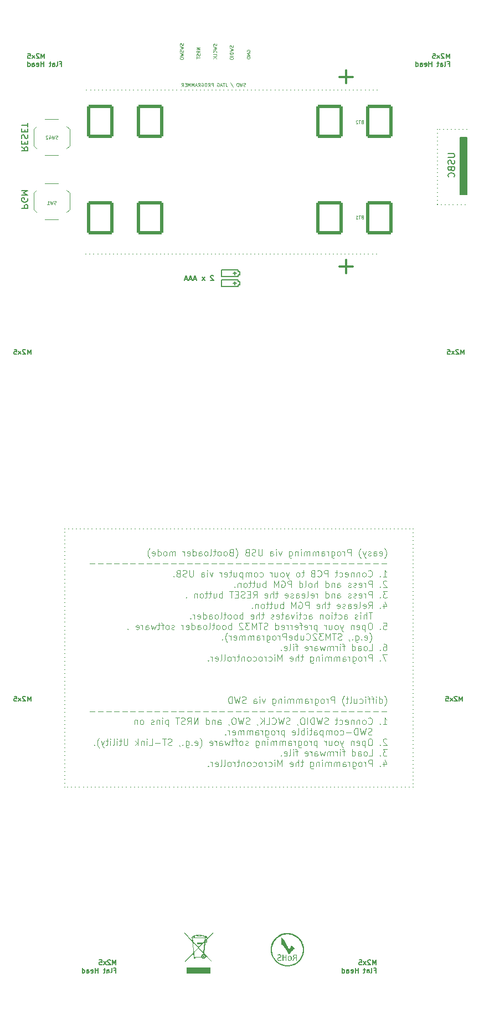
<source format=gbo>
%TF.GenerationSoftware,KiCad,Pcbnew,8.0.1*%
%TF.CreationDate,2024-05-18T23:09:03+02:00*%
%TF.ProjectId,DM50,444d3530-2e6b-4696-9361-645f70636258,rev?*%
%TF.SameCoordinates,Original*%
%TF.FileFunction,Legend,Bot*%
%TF.FilePolarity,Positive*%
%FSLAX46Y46*%
G04 Gerber Fmt 4.6, Leading zero omitted, Abs format (unit mm)*
G04 Created by KiCad (PCBNEW 8.0.1) date 2024-05-18 23:09:03*
%MOMM*%
%LPD*%
G01*
G04 APERTURE LIST*
G04 Aperture macros list*
%AMRoundRect*
0 Rectangle with rounded corners*
0 $1 Rounding radius*
0 $2 $3 $4 $5 $6 $7 $8 $9 X,Y pos of 4 corners*
0 Add a 4 corners polygon primitive as box body*
4,1,4,$2,$3,$4,$5,$6,$7,$8,$9,$2,$3,0*
0 Add four circle primitives for the rounded corners*
1,1,$1+$1,$2,$3*
1,1,$1+$1,$4,$5*
1,1,$1+$1,$6,$7*
1,1,$1+$1,$8,$9*
0 Add four rect primitives between the rounded corners*
20,1,$1+$1,$2,$3,$4,$5,0*
20,1,$1+$1,$4,$5,$6,$7,0*
20,1,$1+$1,$6,$7,$8,$9,0*
20,1,$1+$1,$8,$9,$2,$3,0*%
G04 Aperture macros list end*
%ADD10C,0.150000*%
%ADD11C,0.300000*%
%ADD12C,0.000000*%
%ADD13C,0.125000*%
%ADD14C,0.100000*%
%ADD15C,0.160000*%
%ADD16C,0.120000*%
%ADD17C,2.500000*%
%ADD18C,0.650000*%
%ADD19O,2.100000X1.000000*%
%ADD20O,1.800000X1.000000*%
%ADD21R,1.524000X1.524000*%
%ADD22C,1.524000*%
%ADD23R,1.000000X1.700000*%
%ADD24RoundRect,0.250000X1.750000X-2.250000X1.750000X2.250000X-1.750000X2.250000X-1.750000X-2.250000X0*%
%ADD25R,2.032000X2.032000*%
%ADD26C,2.032000*%
G04 APERTURE END LIST*
D10*
X139600000Y-167250000D02*
X139600000Y-167750000D01*
X105750000Y-102500000D02*
X105750000Y-103000000D01*
X85174781Y-212175219D02*
G75*
G02*
X88025219Y-212175219I1425219J1425219D01*
G01*
D11*
X122750000Y-99250000D02*
X122750000Y-101250000D01*
D10*
X76775219Y-63324781D02*
G75*
G02*
X73924781Y-63324781I-1425219J-1425219D01*
G01*
X77350000Y-64750000D02*
X76850000Y-64750000D01*
X103750000Y-101750000D02*
X103750000Y-100750000D01*
D12*
G36*
X113176000Y-205747657D02*
G01*
X113544195Y-205747657D01*
X113544195Y-205353624D01*
X113666927Y-205353624D01*
X113666927Y-206316097D01*
X113544359Y-206316097D01*
X113542662Y-206085168D01*
X113540965Y-205854239D01*
X113179230Y-205854239D01*
X113177534Y-206085168D01*
X113175837Y-206316097D01*
X113053269Y-206316097D01*
X113053269Y-205353624D01*
X113176000Y-205353624D01*
X113176000Y-205747657D01*
G37*
D10*
X106250000Y-103000000D02*
X106250000Y-103250000D01*
X126100000Y-208734436D02*
X126100000Y-209250000D01*
X137350000Y-66765564D02*
X137350000Y-66250000D01*
D12*
G36*
X113865672Y-202069305D02*
G01*
X113960818Y-202073587D01*
X114055605Y-202081413D01*
X114149944Y-202092772D01*
X114243745Y-202107657D01*
X114336919Y-202126058D01*
X114429375Y-202147966D01*
X114521025Y-202173372D01*
X114611780Y-202202267D01*
X114701548Y-202234642D01*
X114790242Y-202270488D01*
X114937835Y-202339052D01*
X115079816Y-202416312D01*
X115215882Y-202501882D01*
X115345729Y-202595376D01*
X115469052Y-202696409D01*
X115585547Y-202804595D01*
X115694910Y-202919548D01*
X115796838Y-203040884D01*
X115891026Y-203168217D01*
X115977170Y-203301160D01*
X116054967Y-203439330D01*
X116124111Y-203582339D01*
X116184300Y-203729803D01*
X116235228Y-203881336D01*
X116276592Y-204036552D01*
X116308089Y-204195067D01*
X116317012Y-204250643D01*
X116323980Y-204298915D01*
X116329224Y-204343249D01*
X116332978Y-204387013D01*
X116335473Y-204433573D01*
X116336943Y-204486296D01*
X116337619Y-204548548D01*
X116337735Y-204623695D01*
X116337567Y-204687826D01*
X116337134Y-204740433D01*
X116336331Y-204783801D01*
X116335054Y-204820210D01*
X116333197Y-204851943D01*
X116330655Y-204881281D01*
X116327324Y-204910508D01*
X116323099Y-204941904D01*
X116311172Y-205019097D01*
X116297438Y-205094925D01*
X116281875Y-205169443D01*
X116264463Y-205242708D01*
X116245180Y-205314777D01*
X116224004Y-205385707D01*
X116200913Y-205455554D01*
X116175887Y-205524375D01*
X116148903Y-205592226D01*
X116119939Y-205659164D01*
X116088976Y-205725247D01*
X116055990Y-205790529D01*
X116020960Y-205855069D01*
X115983865Y-205918922D01*
X115944683Y-205982146D01*
X115903393Y-206044797D01*
X115841771Y-206131655D01*
X115776864Y-206215582D01*
X115708778Y-206296499D01*
X115637615Y-206374329D01*
X115563479Y-206448992D01*
X115486476Y-206520411D01*
X115406709Y-206588507D01*
X115324282Y-206653202D01*
X115239299Y-206714418D01*
X115151865Y-206772076D01*
X115062084Y-206826098D01*
X114970059Y-206876406D01*
X114875894Y-206922922D01*
X114779695Y-206965566D01*
X114681565Y-207004261D01*
X114581608Y-207038929D01*
X114508284Y-207061687D01*
X114437550Y-207081523D01*
X114367673Y-207098775D01*
X114296921Y-207113781D01*
X114223562Y-207126879D01*
X114145864Y-207138406D01*
X114062096Y-207148700D01*
X113970526Y-207158099D01*
X113970527Y-207158099D01*
X113950535Y-207159008D01*
X113912814Y-207159904D01*
X113862771Y-207160684D01*
X113805808Y-207161244D01*
X113736438Y-207161036D01*
X113670302Y-207159345D01*
X113606523Y-207156087D01*
X113544224Y-207151182D01*
X113482527Y-207144548D01*
X113420554Y-207136103D01*
X113357429Y-207125765D01*
X113292273Y-207113453D01*
X113135714Y-207076791D01*
X112982649Y-207030448D01*
X112833464Y-206974752D01*
X112688550Y-206910027D01*
X112548292Y-206836597D01*
X112413080Y-206754789D01*
X112283302Y-206664927D01*
X112159344Y-206567337D01*
X112041596Y-206462344D01*
X111930444Y-206350273D01*
X111826278Y-206231448D01*
X111729485Y-206106196D01*
X111640453Y-205974841D01*
X111559570Y-205837708D01*
X111487224Y-205695124D01*
X111423802Y-205547412D01*
X111389089Y-205453353D01*
X111358180Y-205358176D01*
X111331085Y-205262004D01*
X111307809Y-205164963D01*
X111288360Y-205067175D01*
X111272747Y-204968764D01*
X111260976Y-204869856D01*
X111253055Y-204770574D01*
X111248991Y-204671041D01*
X111248942Y-204646577D01*
X111433757Y-204646577D01*
X111438303Y-204782427D01*
X111450575Y-204917678D01*
X111470528Y-205051944D01*
X111498114Y-205184839D01*
X111533287Y-205315975D01*
X111576002Y-205444966D01*
X111626213Y-205571427D01*
X111683872Y-205694969D01*
X111748934Y-205815207D01*
X111821352Y-205931755D01*
X111898089Y-206040638D01*
X111980246Y-206144482D01*
X112067562Y-206243130D01*
X112159778Y-206336425D01*
X112256634Y-206424208D01*
X112357869Y-206506323D01*
X112463223Y-206582612D01*
X112572437Y-206652917D01*
X112685250Y-206717082D01*
X112801403Y-206774948D01*
X112920635Y-206826357D01*
X113042686Y-206871154D01*
X113167297Y-206909179D01*
X113294207Y-206940276D01*
X113423156Y-206964287D01*
X113553884Y-206981055D01*
X113553884Y-206981053D01*
X113596578Y-206984500D01*
X113647173Y-206987287D01*
X113702831Y-206989368D01*
X113760709Y-206990696D01*
X113817966Y-206991227D01*
X113871762Y-206990914D01*
X113919256Y-206989711D01*
X113957606Y-206987573D01*
X114066685Y-206976521D01*
X114174179Y-206960934D01*
X114280014Y-206940845D01*
X114384113Y-206916292D01*
X114486400Y-206887308D01*
X114586798Y-206853930D01*
X114685232Y-206816192D01*
X114781625Y-206774131D01*
X114875901Y-206727780D01*
X114967983Y-206677177D01*
X115057796Y-206622355D01*
X115145263Y-206563351D01*
X115230309Y-206500200D01*
X115312856Y-206432936D01*
X115392829Y-206361596D01*
X115470151Y-206286215D01*
X115503391Y-206252115D01*
X115531908Y-206222227D01*
X115556987Y-206195063D01*
X115579911Y-206169135D01*
X115601965Y-206142956D01*
X115624434Y-206115036D01*
X115648603Y-206083889D01*
X115675754Y-206048027D01*
X115715847Y-205992961D01*
X115754340Y-205936702D01*
X115791202Y-205879318D01*
X115826403Y-205820881D01*
X115859911Y-205761460D01*
X115891697Y-205701125D01*
X115921730Y-205639947D01*
X115949978Y-205577995D01*
X115976411Y-205515340D01*
X116000998Y-205452051D01*
X116023709Y-205388199D01*
X116044512Y-205323854D01*
X116063377Y-205259086D01*
X116080273Y-205193965D01*
X116095170Y-205128561D01*
X116108036Y-205062944D01*
X116129562Y-204918855D01*
X116142287Y-204774936D01*
X116146317Y-204631531D01*
X116141758Y-204488983D01*
X116128719Y-204347635D01*
X116107305Y-204207831D01*
X116077624Y-204069913D01*
X116039782Y-203934224D01*
X115993887Y-203801109D01*
X115940045Y-203670909D01*
X115878363Y-203543969D01*
X115808949Y-203420632D01*
X115731908Y-203301240D01*
X115647349Y-203186137D01*
X115555377Y-203075666D01*
X115456101Y-202970171D01*
X115329893Y-202852768D01*
X115196915Y-202745890D01*
X115057771Y-202649669D01*
X114913066Y-202564236D01*
X114763404Y-202489722D01*
X114609390Y-202426258D01*
X114451628Y-202373977D01*
X114290722Y-202333008D01*
X114127277Y-202303485D01*
X113961897Y-202285537D01*
X113795187Y-202279297D01*
X113627751Y-202284896D01*
X113460193Y-202302465D01*
X113293119Y-202332135D01*
X113127131Y-202374038D01*
X112962835Y-202428305D01*
X112914847Y-202447286D01*
X112860590Y-202470794D01*
X112802348Y-202497691D01*
X112742406Y-202526839D01*
X112683047Y-202557102D01*
X112626556Y-202587341D01*
X112575216Y-202616420D01*
X112531312Y-202643200D01*
X112448201Y-202698785D01*
X112367937Y-202757228D01*
X112290572Y-202818466D01*
X112216155Y-202882438D01*
X112144737Y-202949079D01*
X112076366Y-203018329D01*
X112011094Y-203090124D01*
X111948970Y-203164403D01*
X111890044Y-203241103D01*
X111834367Y-203320161D01*
X111781988Y-203401516D01*
X111732957Y-203485104D01*
X111687324Y-203570864D01*
X111645141Y-203658732D01*
X111606455Y-203748648D01*
X111571318Y-203840547D01*
X111528537Y-203971873D01*
X111493758Y-204104919D01*
X111466938Y-204239299D01*
X111448028Y-204374627D01*
X111436983Y-204510515D01*
X111433757Y-204646577D01*
X111248942Y-204646577D01*
X111248792Y-204571383D01*
X111252466Y-204471723D01*
X111260019Y-204372186D01*
X111271460Y-204272894D01*
X111286795Y-204173974D01*
X111306032Y-204075547D01*
X111329180Y-203977740D01*
X111380743Y-203803766D01*
X111444137Y-203635273D01*
X111518859Y-203472736D01*
X111604406Y-203316633D01*
X111700275Y-203167438D01*
X111805964Y-203025630D01*
X111920969Y-202891683D01*
X112044788Y-202766074D01*
X112176917Y-202649280D01*
X112316854Y-202541776D01*
X112464096Y-202444040D01*
X112618139Y-202356547D01*
X112778482Y-202279773D01*
X112944620Y-202214196D01*
X113116052Y-202160291D01*
X113292273Y-202118534D01*
X113387692Y-202101365D01*
X113483290Y-202087793D01*
X113578976Y-202077811D01*
X113674661Y-202071408D01*
X113770256Y-202068576D01*
X113865672Y-202069305D01*
G37*
D10*
X139350000Y-64750000D02*
X138850000Y-64750000D01*
D11*
X123750000Y-71250000D02*
X121750000Y-71250000D01*
D10*
X137584436Y-169250000D02*
X138100000Y-169250000D01*
X136750000Y-79250000D02*
X136750000Y-79250000D01*
X136750000Y-79850000D02*
X136750000Y-79850000D01*
X136750000Y-80450000D02*
X136750000Y-80450000D01*
X136750000Y-81050000D02*
X136750000Y-81050000D01*
X136750000Y-81650000D02*
X136750000Y-81650000D01*
X136750000Y-82250000D02*
X136750000Y-82250000D01*
X136750000Y-82850000D02*
X136750000Y-82850000D01*
X136750000Y-83450000D02*
X136750000Y-83450000D01*
X136750000Y-84050000D02*
X136750000Y-84050000D01*
X136750000Y-84650000D02*
X136750000Y-84650000D01*
X136750000Y-85250000D02*
X136750000Y-85250000D01*
X136750000Y-85850000D02*
X136750000Y-85850000D01*
X136750000Y-86450000D02*
X136750000Y-86450000D01*
X136750000Y-87050000D02*
X136750000Y-87050000D01*
X136750000Y-87650000D02*
X136750000Y-87650000D01*
X136750000Y-88250000D02*
X136750000Y-88250000D01*
X136750000Y-88850000D02*
X136750000Y-88850000D01*
X136750000Y-89450000D02*
X136750000Y-89450000D01*
X136750000Y-90050000D02*
X136750000Y-90050000D01*
X136750000Y-90650000D02*
X136750000Y-90650000D01*
X106500000Y-102500000D02*
X106500000Y-103000000D01*
D12*
G36*
X112575792Y-205340318D02*
G01*
X112594623Y-205341133D01*
X112612456Y-205342494D01*
X112629369Y-205344430D01*
X112645440Y-205346967D01*
X112660747Y-205350134D01*
X112675368Y-205353958D01*
X112689381Y-205358467D01*
X112702864Y-205363688D01*
X112715897Y-205369650D01*
X112728555Y-205376379D01*
X112740919Y-205383904D01*
X112753066Y-205392251D01*
X112765073Y-205401450D01*
X112777020Y-205411526D01*
X112788984Y-205422509D01*
X112798415Y-205432014D01*
X112807267Y-205441966D01*
X112815539Y-205452332D01*
X112823230Y-205463081D01*
X112830338Y-205474182D01*
X112836865Y-205485602D01*
X112842807Y-205497309D01*
X112848165Y-205509273D01*
X112852938Y-205521462D01*
X112857124Y-205533843D01*
X112860724Y-205546385D01*
X112863735Y-205559057D01*
X112866158Y-205571827D01*
X112867990Y-205584662D01*
X112869233Y-205597532D01*
X112869883Y-205610405D01*
X112869942Y-205623248D01*
X112869407Y-205636031D01*
X112868278Y-205648721D01*
X112866554Y-205661288D01*
X112864234Y-205673698D01*
X112861318Y-205685921D01*
X112857804Y-205697925D01*
X112853691Y-205709678D01*
X112848980Y-205721149D01*
X112843668Y-205732305D01*
X112837754Y-205743116D01*
X112831239Y-205753549D01*
X112824121Y-205763572D01*
X112816400Y-205773155D01*
X112808074Y-205782265D01*
X112799142Y-205790871D01*
X112791651Y-205797251D01*
X112783451Y-205803492D01*
X112774525Y-205809601D01*
X112764860Y-205815584D01*
X112754440Y-205821447D01*
X112743250Y-205827196D01*
X112731276Y-205832838D01*
X112718503Y-205838379D01*
X112704916Y-205843824D01*
X112690500Y-205849181D01*
X112659122Y-205859652D01*
X112624250Y-205869841D01*
X112585766Y-205879799D01*
X112566428Y-205884618D01*
X112548574Y-205889270D01*
X112532123Y-205893790D01*
X112516993Y-205898213D01*
X112503105Y-205902574D01*
X112490377Y-205906908D01*
X112478728Y-205911251D01*
X112468079Y-205915636D01*
X112458348Y-205920100D01*
X112449454Y-205924677D01*
X112441317Y-205929402D01*
X112433857Y-205934311D01*
X112426991Y-205939438D01*
X112420640Y-205944818D01*
X112414723Y-205950487D01*
X112409160Y-205956480D01*
X112405803Y-205960529D01*
X112402620Y-205964824D01*
X112396779Y-205974096D01*
X112391648Y-205984188D01*
X112387236Y-205994989D01*
X112383550Y-206006390D01*
X112380601Y-206018284D01*
X112378399Y-206030560D01*
X112376951Y-206043109D01*
X112376267Y-206055822D01*
X112376357Y-206068590D01*
X112377230Y-206081304D01*
X112378894Y-206093855D01*
X112381360Y-206106134D01*
X112384636Y-206118031D01*
X112388731Y-206129437D01*
X112393656Y-206140244D01*
X112399021Y-206149831D01*
X112405054Y-206158898D01*
X112411734Y-206167441D01*
X112419040Y-206175460D01*
X112426949Y-206182951D01*
X112435441Y-206189913D01*
X112444493Y-206196345D01*
X112454085Y-206202242D01*
X112464194Y-206207605D01*
X112474799Y-206212430D01*
X112497412Y-206220459D01*
X112521751Y-206226314D01*
X112547644Y-206229978D01*
X112574918Y-206231433D01*
X112603401Y-206230665D01*
X112632921Y-206227655D01*
X112663305Y-206222388D01*
X112694382Y-206214847D01*
X112725979Y-206205015D01*
X112757923Y-206192875D01*
X112790042Y-206178412D01*
X112859482Y-206144651D01*
X112859482Y-206275630D01*
X112806191Y-206293293D01*
X112794629Y-206297013D01*
X112782186Y-206300816D01*
X112769253Y-206304594D01*
X112756220Y-206308242D01*
X112743479Y-206311651D01*
X112731420Y-206314715D01*
X112720435Y-206317327D01*
X112710913Y-206319379D01*
X112710914Y-206319382D01*
X112699448Y-206321386D01*
X112686484Y-206323126D01*
X112656943Y-206325818D01*
X112624055Y-206327454D01*
X112589580Y-206328032D01*
X112555281Y-206327549D01*
X112522920Y-206326004D01*
X112508018Y-206324832D01*
X112494260Y-206323393D01*
X112481869Y-206321688D01*
X112471063Y-206319715D01*
X112454878Y-206315884D01*
X112439230Y-206311371D01*
X112424131Y-206306183D01*
X112409591Y-206300329D01*
X112395622Y-206293818D01*
X112382236Y-206286657D01*
X112369443Y-206278854D01*
X112357254Y-206270419D01*
X112345681Y-206261358D01*
X112334735Y-206251682D01*
X112324428Y-206241397D01*
X112314770Y-206230512D01*
X112305772Y-206219035D01*
X112297447Y-206206975D01*
X112289804Y-206194339D01*
X112282856Y-206181137D01*
X112276137Y-206167142D01*
X112273400Y-206161049D01*
X112271039Y-206155333D01*
X112269028Y-206149824D01*
X112267339Y-206144354D01*
X112265943Y-206138752D01*
X112264812Y-206132850D01*
X112263919Y-206126478D01*
X112263235Y-206119467D01*
X112262734Y-206111647D01*
X112262386Y-206102849D01*
X112262040Y-206081641D01*
X112261975Y-206054487D01*
X112262059Y-206028172D01*
X112262196Y-206017129D01*
X112262425Y-206007302D01*
X112262767Y-205998548D01*
X112263243Y-205990722D01*
X112263875Y-205983681D01*
X112264684Y-205977278D01*
X112265690Y-205971371D01*
X112266917Y-205965814D01*
X112268384Y-205960464D01*
X112270113Y-205955176D01*
X112272126Y-205949805D01*
X112274443Y-205944208D01*
X112277086Y-205938240D01*
X112280077Y-205931756D01*
X112288202Y-205915599D01*
X112297051Y-205900473D01*
X112306721Y-205886318D01*
X112317310Y-205873073D01*
X112328915Y-205860678D01*
X112341635Y-205849070D01*
X112355567Y-205838190D01*
X112370809Y-205827977D01*
X112387459Y-205818371D01*
X112405614Y-205809309D01*
X112425372Y-205800733D01*
X112446831Y-205792580D01*
X112470089Y-205784791D01*
X112495243Y-205777304D01*
X112522391Y-205770058D01*
X112551631Y-205762994D01*
X112568759Y-205758860D01*
X112585240Y-205754515D01*
X112601041Y-205749973D01*
X112616132Y-205745249D01*
X112630481Y-205740358D01*
X112644057Y-205735313D01*
X112656828Y-205730131D01*
X112668763Y-205724825D01*
X112679831Y-205719410D01*
X112690000Y-205713901D01*
X112699239Y-205708312D01*
X112707516Y-205702659D01*
X112714801Y-205696954D01*
X112718061Y-205694088D01*
X112721061Y-205691215D01*
X112723797Y-205688336D01*
X112726265Y-205685453D01*
X112728462Y-205682570D01*
X112730383Y-205679686D01*
X112733639Y-205673833D01*
X112736598Y-205667332D01*
X112739252Y-205660256D01*
X112741595Y-205652680D01*
X112743620Y-205644677D01*
X112745319Y-205636319D01*
X112746685Y-205627680D01*
X112747712Y-205618834D01*
X112748392Y-205609854D01*
X112748719Y-205600813D01*
X112748686Y-205591784D01*
X112748284Y-205582842D01*
X112747508Y-205574058D01*
X112746351Y-205565507D01*
X112744804Y-205557262D01*
X112742862Y-205549397D01*
X112739401Y-205538817D01*
X112735099Y-205528737D01*
X112729988Y-205519162D01*
X112724097Y-205510097D01*
X112717456Y-205501548D01*
X112710094Y-205493520D01*
X112702041Y-205486017D01*
X112693328Y-205479044D01*
X112683984Y-205472608D01*
X112674038Y-205466713D01*
X112663521Y-205461364D01*
X112652462Y-205456566D01*
X112628838Y-205448644D01*
X112603405Y-205442988D01*
X112576401Y-205439640D01*
X112548065Y-205438640D01*
X112518635Y-205440029D01*
X112488349Y-205443848D01*
X112457446Y-205450138D01*
X112426164Y-205458940D01*
X112394741Y-205470295D01*
X112363416Y-205484244D01*
X112331409Y-205499836D01*
X112320564Y-205505071D01*
X112315266Y-205507579D01*
X112315017Y-205507609D01*
X112314772Y-205507480D01*
X112314292Y-205506759D01*
X112313829Y-205505446D01*
X112313384Y-205503572D01*
X112312562Y-205498262D01*
X112311844Y-205491071D01*
X112311251Y-205482241D01*
X112310803Y-205472017D01*
X112310520Y-205460641D01*
X112310421Y-205448355D01*
X112310421Y-205386977D01*
X112350793Y-205373667D01*
X112376941Y-205365550D01*
X112402674Y-205358595D01*
X112428127Y-205352778D01*
X112453434Y-205348079D01*
X112466075Y-205346141D01*
X112478730Y-205344475D01*
X112504147Y-205341946D01*
X112529821Y-205340469D01*
X112555884Y-205340022D01*
X112575792Y-205340318D01*
G37*
D10*
X73150000Y-171250000D02*
X73150000Y-170750000D01*
X73150000Y-167250000D02*
X73150000Y-167750000D01*
X137584436Y-116350000D02*
X138100000Y-116350000D01*
D12*
G36*
X114173520Y-205580412D02*
G01*
X114197139Y-205582396D01*
X114220422Y-205585745D01*
X114243143Y-205590448D01*
X114265080Y-205596492D01*
X114286007Y-205603864D01*
X114305701Y-205612553D01*
X114323936Y-205622546D01*
X114332437Y-205628028D01*
X114340490Y-205633831D01*
X114356293Y-205646899D01*
X114370969Y-205661137D01*
X114384521Y-205676556D01*
X114396951Y-205693163D01*
X114408263Y-205710969D01*
X114418459Y-205729981D01*
X114427543Y-205750209D01*
X114435518Y-205771661D01*
X114442385Y-205794346D01*
X114448150Y-205818274D01*
X114452813Y-205843453D01*
X114456380Y-205869892D01*
X114458851Y-205897600D01*
X114460231Y-205926586D01*
X114460523Y-205956858D01*
X114459729Y-205988426D01*
X114458537Y-206011038D01*
X114456872Y-206032507D01*
X114454713Y-206052891D01*
X114452041Y-206072251D01*
X114448837Y-206090643D01*
X114445079Y-206108128D01*
X114440749Y-206124765D01*
X114435826Y-206140611D01*
X114430290Y-206155726D01*
X114424122Y-206170170D01*
X114417302Y-206183999D01*
X114409810Y-206197274D01*
X114401625Y-206210054D01*
X114392729Y-206222397D01*
X114383100Y-206234361D01*
X114372721Y-206246007D01*
X114366157Y-206252888D01*
X114359758Y-206259308D01*
X114353479Y-206265296D01*
X114347275Y-206270880D01*
X114341100Y-206276090D01*
X114334910Y-206280954D01*
X114328660Y-206285501D01*
X114322305Y-206289760D01*
X114315799Y-206293761D01*
X114309097Y-206297531D01*
X114302155Y-206301101D01*
X114294928Y-206304499D01*
X114287370Y-206307753D01*
X114279436Y-206310893D01*
X114271082Y-206313948D01*
X114262262Y-206316947D01*
X114251510Y-206319977D01*
X114239322Y-206322520D01*
X114225906Y-206324582D01*
X114211468Y-206326169D01*
X114196213Y-206327286D01*
X114180348Y-206327941D01*
X114164079Y-206328138D01*
X114147612Y-206327884D01*
X114131154Y-206327185D01*
X114114909Y-206326046D01*
X114099086Y-206324475D01*
X114083889Y-206322475D01*
X114069525Y-206320055D01*
X114056200Y-206317219D01*
X114044120Y-206313973D01*
X114033492Y-206310324D01*
X114014601Y-206302108D01*
X113996739Y-206292646D01*
X113979903Y-206281937D01*
X113964094Y-206269978D01*
X113949308Y-206256767D01*
X113935545Y-206242301D01*
X113922803Y-206226578D01*
X113911081Y-206209595D01*
X113900376Y-206191350D01*
X113890688Y-206171841D01*
X113882015Y-206151065D01*
X113874355Y-206129020D01*
X113867707Y-206105704D01*
X113862069Y-206081113D01*
X113857440Y-206055246D01*
X113853818Y-206028100D01*
X113851884Y-206007793D01*
X113850613Y-205987339D01*
X113849994Y-205966815D01*
X113850003Y-205957548D01*
X113972635Y-205957548D01*
X113973067Y-205978483D01*
X113973943Y-205999144D01*
X113975258Y-206019236D01*
X113977012Y-206038467D01*
X113979200Y-206056542D01*
X113981820Y-206073166D01*
X113984869Y-206088047D01*
X113988344Y-206100889D01*
X113991825Y-206111337D01*
X113995572Y-206121383D01*
X113999581Y-206131024D01*
X114003848Y-206140253D01*
X114008370Y-206149066D01*
X114013144Y-206157459D01*
X114018165Y-206165427D01*
X114023431Y-206172965D01*
X114028938Y-206180068D01*
X114034682Y-206186732D01*
X114040661Y-206192951D01*
X114046869Y-206198722D01*
X114053304Y-206204038D01*
X114059963Y-206208896D01*
X114066842Y-206213291D01*
X114073937Y-206217218D01*
X114073937Y-206217216D01*
X114080209Y-206220151D01*
X114087120Y-206222879D01*
X114094578Y-206225388D01*
X114102492Y-206227667D01*
X114110771Y-206229704D01*
X114119324Y-206231489D01*
X114128059Y-206233009D01*
X114136885Y-206234253D01*
X114145712Y-206235211D01*
X114154447Y-206235870D01*
X114163000Y-206236219D01*
X114171280Y-206236247D01*
X114179195Y-206235943D01*
X114186653Y-206235294D01*
X114193565Y-206234291D01*
X114199839Y-206232920D01*
X114208254Y-206230433D01*
X114216584Y-206227428D01*
X114224802Y-206223928D01*
X114232879Y-206219956D01*
X114240789Y-206215533D01*
X114248505Y-206210683D01*
X114255999Y-206205427D01*
X114263244Y-206199788D01*
X114270212Y-206193788D01*
X114276877Y-206187450D01*
X114283211Y-206180795D01*
X114289186Y-206173847D01*
X114294776Y-206166627D01*
X114299954Y-206159157D01*
X114304692Y-206151461D01*
X114308962Y-206143561D01*
X114316931Y-206125222D01*
X114323767Y-206104355D01*
X114329476Y-206081334D01*
X114334063Y-206056537D01*
X114337533Y-206030341D01*
X114339892Y-206003121D01*
X114341145Y-205975255D01*
X114341297Y-205947118D01*
X114340353Y-205919088D01*
X114338319Y-205891541D01*
X114335201Y-205864854D01*
X114331003Y-205839403D01*
X114325730Y-205815564D01*
X114319388Y-205793715D01*
X114311983Y-205774232D01*
X114303520Y-205757491D01*
X114296990Y-205746998D01*
X114290229Y-205737290D01*
X114283210Y-205728352D01*
X114275906Y-205720170D01*
X114268292Y-205712728D01*
X114260339Y-205706011D01*
X114252021Y-205700005D01*
X114243311Y-205694695D01*
X114234183Y-205690066D01*
X114224609Y-205686102D01*
X114214563Y-205682789D01*
X114204018Y-205680112D01*
X114192947Y-205678056D01*
X114181323Y-205676605D01*
X114169120Y-205675746D01*
X114156310Y-205675463D01*
X114140442Y-205675999D01*
X114132778Y-205676669D01*
X114125293Y-205677608D01*
X114117986Y-205678817D01*
X114110856Y-205680296D01*
X114103904Y-205682046D01*
X114097127Y-205684067D01*
X114090526Y-205686360D01*
X114084099Y-205688926D01*
X114077847Y-205691764D01*
X114071768Y-205694877D01*
X114065861Y-205698264D01*
X114060127Y-205701925D01*
X114054563Y-205705862D01*
X114049170Y-205710075D01*
X114043947Y-205714564D01*
X114038893Y-205719331D01*
X114034007Y-205724375D01*
X114029289Y-205729698D01*
X114024738Y-205735299D01*
X114020354Y-205741180D01*
X114016135Y-205747341D01*
X114012080Y-205753782D01*
X114004463Y-205767509D01*
X113997498Y-205782365D01*
X113991177Y-205798355D01*
X113985497Y-205815484D01*
X113982275Y-205828027D01*
X113979521Y-205842649D01*
X113977230Y-205859054D01*
X113975401Y-205876949D01*
X113974030Y-205896040D01*
X113973114Y-205916033D01*
X113972650Y-205936634D01*
X113972635Y-205957548D01*
X113850003Y-205957548D01*
X113850015Y-205946296D01*
X113850667Y-205925858D01*
X113851938Y-205905577D01*
X113853818Y-205885528D01*
X113856296Y-205865787D01*
X113859362Y-205846430D01*
X113863004Y-205827532D01*
X113867211Y-205809170D01*
X113871974Y-205791419D01*
X113877281Y-205774355D01*
X113883122Y-205758054D01*
X113889485Y-205742591D01*
X113896361Y-205728042D01*
X113900551Y-205720247D01*
X113905298Y-205712270D01*
X113910547Y-205704170D01*
X113916242Y-205696007D01*
X113922329Y-205687842D01*
X113928753Y-205679736D01*
X113935458Y-205671748D01*
X113942390Y-205663940D01*
X113949492Y-205656371D01*
X113956711Y-205649103D01*
X113963990Y-205642194D01*
X113971275Y-205635707D01*
X113978511Y-205629701D01*
X113985642Y-205624236D01*
X113992614Y-205619373D01*
X113999370Y-205615173D01*
X114008292Y-205610298D01*
X114017607Y-205605791D01*
X114037301Y-205597873D01*
X114058229Y-205591405D01*
X114080166Y-205586377D01*
X114102888Y-205582776D01*
X114126170Y-205580590D01*
X114149789Y-205579806D01*
X114173520Y-205580412D01*
G37*
D10*
X106250000Y-100750000D02*
X106250000Y-101000000D01*
X124674781Y-212175219D02*
G75*
G02*
X127525219Y-212175219I1425219J1425219D01*
G01*
D11*
X122750000Y-70250000D02*
X122750000Y-72250000D01*
D10*
X127500000Y-73250000D02*
X127500000Y-73250000D01*
X126900000Y-73250000D02*
X126900000Y-73250000D01*
X126300000Y-73250000D02*
X126300000Y-73250000D01*
X125700000Y-73250000D02*
X125700000Y-73250000D01*
X125100000Y-73250000D02*
X125100000Y-73250000D01*
X124500000Y-73250000D02*
X124500000Y-73250000D01*
X123900000Y-73250000D02*
X123900000Y-73250000D01*
X123300000Y-73250000D02*
X123300000Y-73250000D01*
X122700000Y-73250000D02*
X122700000Y-73250000D01*
X122100000Y-73250000D02*
X122100000Y-73250000D01*
X121500000Y-73250000D02*
X121500000Y-73250000D01*
X120900000Y-73250000D02*
X120900000Y-73250000D01*
X120300000Y-73250000D02*
X120300000Y-73250000D01*
X119700000Y-73250000D02*
X119700000Y-73250000D01*
X119100000Y-73250000D02*
X119100000Y-73250000D01*
X118500000Y-73250000D02*
X118500000Y-73250000D01*
X117900000Y-73250000D02*
X117900000Y-73250000D01*
X117300000Y-73250000D02*
X117300000Y-73250000D01*
X116700000Y-73250000D02*
X116700000Y-73250000D01*
X116100000Y-73250000D02*
X116100000Y-73250000D01*
X115500000Y-73250000D02*
X115500000Y-73250000D01*
X114900000Y-73250000D02*
X114900000Y-73250000D01*
X114300000Y-73250000D02*
X114300000Y-73250000D01*
X113700000Y-73250000D02*
X113700000Y-73250000D01*
X113100000Y-73250000D02*
X113100000Y-73250000D01*
X112500000Y-73250000D02*
X112500000Y-73250000D01*
X111900000Y-73250000D02*
X111900000Y-73250000D01*
X111300000Y-73250000D02*
X111300000Y-73250000D01*
X110700000Y-73250000D02*
X110700000Y-73250000D01*
X110100000Y-73250000D02*
X110100000Y-73250000D01*
X109500000Y-73250000D02*
X109500000Y-73250000D01*
X108900000Y-73250000D02*
X108900000Y-73250000D01*
X108300000Y-73250000D02*
X108300000Y-73250000D01*
X107700000Y-73250000D02*
X107700000Y-73250000D01*
X107100000Y-73250000D02*
X107100000Y-73250000D01*
X106500000Y-73250000D02*
X106500000Y-73250000D01*
X105900000Y-73250000D02*
X105900000Y-73250000D01*
X105300000Y-73250000D02*
X105300000Y-73250000D01*
X104700000Y-73250000D02*
X104700000Y-73250000D01*
X104100000Y-73250000D02*
X104100000Y-73250000D01*
X103500000Y-73250000D02*
X103500000Y-73250000D01*
X102900000Y-73250000D02*
X102900000Y-73250000D01*
X102300000Y-73250000D02*
X102300000Y-73250000D01*
X101700000Y-73250000D02*
X101700000Y-73250000D01*
X101100000Y-73250000D02*
X101100000Y-73250000D01*
X100500000Y-73250000D02*
X100500000Y-73250000D01*
X99900000Y-73250000D02*
X99900000Y-73250000D01*
X99300000Y-73250000D02*
X99300000Y-73250000D01*
X98700000Y-73250000D02*
X98700000Y-73250000D01*
X98100000Y-73250000D02*
X98100000Y-73250000D01*
X97500000Y-73250000D02*
X97500000Y-73250000D01*
X96900000Y-73250000D02*
X96900000Y-73250000D01*
X96300000Y-73250000D02*
X96300000Y-73250000D01*
X95700000Y-73250000D02*
X95700000Y-73250000D01*
X95100000Y-73250000D02*
X95100000Y-73250000D01*
X94500000Y-73250000D02*
X94500000Y-73250000D01*
X93900000Y-73250000D02*
X93900000Y-73250000D01*
X93300000Y-73250000D02*
X93300000Y-73250000D01*
X92700000Y-73250000D02*
X92700000Y-73250000D01*
X92100000Y-73250000D02*
X92100000Y-73250000D01*
X91500000Y-73250000D02*
X91500000Y-73250000D01*
X90900000Y-73250000D02*
X90900000Y-73250000D01*
X90300000Y-73250000D02*
X90300000Y-73250000D01*
X89700000Y-73250000D02*
X89700000Y-73250000D01*
X89100000Y-73250000D02*
X89100000Y-73250000D01*
X88500000Y-73250000D02*
X88500000Y-73250000D01*
X87900000Y-73250000D02*
X87900000Y-73250000D01*
X87300000Y-73250000D02*
X87300000Y-73250000D01*
X86700000Y-73250000D02*
X86700000Y-73250000D01*
X86100000Y-73250000D02*
X86100000Y-73250000D01*
X85500000Y-73250000D02*
X85500000Y-73250000D01*
X84900000Y-73250000D02*
X84900000Y-73250000D01*
X84300000Y-73250000D02*
X84300000Y-73250000D01*
X83700000Y-73250000D02*
X83700000Y-73250000D01*
X83100000Y-73250000D02*
X83100000Y-73250000D01*
X106000000Y-101250000D02*
X105500000Y-101250000D01*
X75165564Y-169250000D02*
X74650000Y-169250000D01*
X88600000Y-210750000D02*
X88100000Y-210750000D01*
X79750000Y-140250000D02*
X79750000Y-140250000D01*
X80350000Y-140250000D02*
X80350000Y-140250000D01*
X80950000Y-140250000D02*
X80950000Y-140250000D01*
X81550000Y-140250000D02*
X81550000Y-140250000D01*
X82150000Y-140250000D02*
X82150000Y-140250000D01*
X82750000Y-140250000D02*
X82750000Y-140250000D01*
X83350000Y-140250000D02*
X83350000Y-140250000D01*
X83950000Y-140250000D02*
X83950000Y-140250000D01*
X84550000Y-140250000D02*
X84550000Y-140250000D01*
X85150000Y-140250000D02*
X85150000Y-140250000D01*
X85750000Y-140250000D02*
X85750000Y-140250000D01*
X86350000Y-140250000D02*
X86350000Y-140250000D01*
X86950000Y-140250000D02*
X86950000Y-140250000D01*
X87550000Y-140250000D02*
X87550000Y-140250000D01*
X88150000Y-140250000D02*
X88150000Y-140250000D01*
X88750000Y-140250000D02*
X88750000Y-140250000D01*
X89350000Y-140250000D02*
X89350000Y-140250000D01*
X89950000Y-140250000D02*
X89950000Y-140250000D01*
X90550000Y-140250000D02*
X90550000Y-140250000D01*
X91150000Y-140250000D02*
X91150000Y-140250000D01*
X91750000Y-140250000D02*
X91750000Y-140250000D01*
X92350000Y-140250000D02*
X92350000Y-140250000D01*
X92950000Y-140250000D02*
X92950000Y-140250000D01*
X93550000Y-140250000D02*
X93550000Y-140250000D01*
X94150000Y-140250000D02*
X94150000Y-140250000D01*
X94750000Y-140250000D02*
X94750000Y-140250000D01*
X95350000Y-140250000D02*
X95350000Y-140250000D01*
X95950000Y-140250000D02*
X95950000Y-140250000D01*
X96550000Y-140250000D02*
X96550000Y-140250000D01*
X97150000Y-140250000D02*
X97150000Y-140250000D01*
X97750000Y-140250000D02*
X97750000Y-140250000D01*
X98350000Y-140250000D02*
X98350000Y-140250000D01*
X98950000Y-140250000D02*
X98950000Y-140250000D01*
X99550000Y-140250000D02*
X99550000Y-140250000D01*
X100150000Y-140250000D02*
X100150000Y-140250000D01*
X100750000Y-140250000D02*
X100750000Y-140250000D01*
X101350000Y-140250000D02*
X101350000Y-140250000D01*
X101950000Y-140250000D02*
X101950000Y-140250000D01*
X102550000Y-140250000D02*
X102550000Y-140250000D01*
X103150000Y-140250000D02*
X103150000Y-140250000D01*
X103750000Y-140250000D02*
X103750000Y-140250000D01*
X104350000Y-140250000D02*
X104350000Y-140250000D01*
X104950000Y-140250000D02*
X104950000Y-140250000D01*
X105550000Y-140250000D02*
X105550000Y-140250000D01*
X106150000Y-140250000D02*
X106150000Y-140250000D01*
X106750000Y-140250000D02*
X106750000Y-140250000D01*
X107350000Y-140250000D02*
X107350000Y-140250000D01*
X107950000Y-140250000D02*
X107950000Y-140250000D01*
X108550000Y-140250000D02*
X108550000Y-140250000D01*
X109150000Y-140250000D02*
X109150000Y-140250000D01*
X109750000Y-140250000D02*
X109750000Y-140250000D01*
X110350000Y-140250000D02*
X110350000Y-140250000D01*
X110950000Y-140250000D02*
X110950000Y-140250000D01*
X111550000Y-140250000D02*
X111550000Y-140250000D01*
X112150000Y-140250000D02*
X112150000Y-140250000D01*
X112750000Y-140250000D02*
X112750000Y-140250000D01*
X113350000Y-140250000D02*
X113350000Y-140250000D01*
X113950000Y-140250000D02*
X113950000Y-140250000D01*
X114550000Y-140250000D02*
X114550000Y-140250000D01*
X115150000Y-140250000D02*
X115150000Y-140250000D01*
X115750000Y-140250000D02*
X115750000Y-140250000D01*
X116350000Y-140250000D02*
X116350000Y-140250000D01*
X116950000Y-140250000D02*
X116950000Y-140250000D01*
X117550000Y-140250000D02*
X117550000Y-140250000D01*
X118150000Y-140250000D02*
X118150000Y-140250000D01*
X118750000Y-140250000D02*
X118750000Y-140250000D01*
X119350000Y-140250000D02*
X119350000Y-140250000D01*
X119950000Y-140250000D02*
X119950000Y-140250000D01*
X120550000Y-140250000D02*
X120550000Y-140250000D01*
X121150000Y-140250000D02*
X121150000Y-140250000D01*
X121750000Y-140250000D02*
X121750000Y-140250000D01*
X122350000Y-140250000D02*
X122350000Y-140250000D01*
X122950000Y-140250000D02*
X122950000Y-140250000D01*
X123550000Y-140250000D02*
X123550000Y-140250000D01*
X124150000Y-140250000D02*
X124150000Y-140250000D01*
X124750000Y-140250000D02*
X124750000Y-140250000D01*
X125350000Y-140250000D02*
X125350000Y-140250000D01*
X125950000Y-140250000D02*
X125950000Y-140250000D01*
X126550000Y-140250000D02*
X126550000Y-140250000D01*
X127150000Y-140250000D02*
X127150000Y-140250000D01*
X127750000Y-140250000D02*
X127750000Y-140250000D01*
X128350000Y-140250000D02*
X128350000Y-140250000D01*
X128950000Y-140250000D02*
X128950000Y-140250000D01*
X129550000Y-140250000D02*
X129550000Y-140250000D01*
X130150000Y-140250000D02*
X130150000Y-140250000D01*
X130750000Y-140250000D02*
X130750000Y-140250000D01*
X131350000Y-140250000D02*
X131350000Y-140250000D01*
X131950000Y-140250000D02*
X131950000Y-140250000D01*
X132550000Y-140250000D02*
X132550000Y-140250000D01*
X133000000Y-140250000D02*
X133000000Y-140250000D01*
X133000000Y-140850000D02*
X133000000Y-140850000D01*
X133000000Y-141450000D02*
X133000000Y-141450000D01*
X133000000Y-142050000D02*
X133000000Y-142050000D01*
X133000000Y-142650000D02*
X133000000Y-142650000D01*
X133000000Y-143250000D02*
X133000000Y-143250000D01*
X133000000Y-143850000D02*
X133000000Y-143850000D01*
X133000000Y-144450000D02*
X133000000Y-144450000D01*
X133000000Y-145050000D02*
X133000000Y-145050000D01*
X133000000Y-145650000D02*
X133000000Y-145650000D01*
X133000000Y-146250000D02*
X133000000Y-146250000D01*
X133000000Y-146850000D02*
X133000000Y-146850000D01*
X133000000Y-147450000D02*
X133000000Y-147450000D01*
X133000000Y-148050000D02*
X133000000Y-148050000D01*
X133000000Y-148650000D02*
X133000000Y-148650000D01*
X133000000Y-149250000D02*
X133000000Y-149250000D01*
X133000000Y-149850000D02*
X133000000Y-149850000D01*
X133000000Y-150450000D02*
X133000000Y-150450000D01*
X133000000Y-151050000D02*
X133000000Y-151050000D01*
X133000000Y-151650000D02*
X133000000Y-151650000D01*
X133000000Y-152250000D02*
X133000000Y-152250000D01*
X133000000Y-152850000D02*
X133000000Y-152850000D01*
X133000000Y-153450000D02*
X133000000Y-153450000D01*
X133000000Y-154050000D02*
X133000000Y-154050000D01*
X133000000Y-154650000D02*
X133000000Y-154650000D01*
X133000000Y-155250000D02*
X133000000Y-155250000D01*
X133000000Y-155850000D02*
X133000000Y-155850000D01*
X133000000Y-156450000D02*
X133000000Y-156450000D01*
X133000000Y-157050000D02*
X133000000Y-157050000D01*
X133000000Y-157650000D02*
X133000000Y-157650000D01*
X133000000Y-158250000D02*
X133000000Y-158250000D01*
X133000000Y-158850000D02*
X133000000Y-158850000D01*
X133000000Y-159450000D02*
X133000000Y-159450000D01*
X133000000Y-160050000D02*
X133000000Y-160050000D01*
X133000000Y-160650000D02*
X133000000Y-160650000D01*
X133000000Y-161250000D02*
X133000000Y-161250000D01*
X133000000Y-161850000D02*
X133000000Y-161850000D01*
X133000000Y-162450000D02*
X133000000Y-162450000D01*
X133000000Y-163050000D02*
X133000000Y-163050000D01*
X133000000Y-163650000D02*
X133000000Y-163650000D01*
X133000000Y-164250000D02*
X133000000Y-164250000D01*
X133000000Y-164850000D02*
X133000000Y-164850000D01*
X133000000Y-165450000D02*
X133000000Y-165450000D01*
X133000000Y-166050000D02*
X133000000Y-166050000D01*
X133000000Y-166650000D02*
X133000000Y-166650000D01*
X133000000Y-167250000D02*
X133000000Y-167250000D01*
X133000000Y-167850000D02*
X133000000Y-167850000D01*
X133000000Y-168450000D02*
X133000000Y-168450000D01*
X133000000Y-169050000D02*
X133000000Y-169050000D01*
X133000000Y-169650000D02*
X133000000Y-169650000D01*
X133000000Y-170250000D02*
X133000000Y-170250000D01*
X133000000Y-170850000D02*
X133000000Y-170850000D01*
X133000000Y-171450000D02*
X133000000Y-171450000D01*
X133000000Y-172050000D02*
X133000000Y-172050000D01*
X133000000Y-172650000D02*
X133000000Y-172650000D01*
X133000000Y-173250000D02*
X133000000Y-173250000D01*
X133000000Y-173850000D02*
X133000000Y-173850000D01*
X133000000Y-174450000D02*
X133000000Y-174450000D01*
X133000000Y-175050000D02*
X133000000Y-175050000D01*
X133000000Y-175650000D02*
X133000000Y-175650000D01*
X133000000Y-176250000D02*
X133000000Y-176250000D01*
X133000000Y-176850000D02*
X133000000Y-176850000D01*
X133000000Y-177450000D02*
X133000000Y-177450000D01*
X133000000Y-178050000D02*
X133000000Y-178050000D01*
X133000000Y-178650000D02*
X133000000Y-178650000D01*
X133000000Y-179250000D02*
X133000000Y-179250000D01*
X133000000Y-179750000D02*
X133000000Y-179750000D01*
X132400000Y-179750000D02*
X132400000Y-179750000D01*
X131800000Y-179750000D02*
X131800000Y-179750000D01*
X131200000Y-179750000D02*
X131200000Y-179750000D01*
X130600000Y-179750000D02*
X130600000Y-179750000D01*
X130000000Y-179750000D02*
X130000000Y-179750000D01*
X129400000Y-179750000D02*
X129400000Y-179750000D01*
X128800000Y-179750000D02*
X128800000Y-179750000D01*
X128200000Y-179750000D02*
X128200000Y-179750000D01*
X127600000Y-179750000D02*
X127600000Y-179750000D01*
X127000000Y-179750000D02*
X127000000Y-179750000D01*
X126400000Y-179750000D02*
X126400000Y-179750000D01*
X125800000Y-179750000D02*
X125800000Y-179750000D01*
X125200000Y-179750000D02*
X125200000Y-179750000D01*
X124600000Y-179750000D02*
X124600000Y-179750000D01*
X124000000Y-179750000D02*
X124000000Y-179750000D01*
X123400000Y-179750000D02*
X123400000Y-179750000D01*
X122800000Y-179750000D02*
X122800000Y-179750000D01*
X122200000Y-179750000D02*
X122200000Y-179750000D01*
X121600000Y-179750000D02*
X121600000Y-179750000D01*
X121000000Y-179750000D02*
X121000000Y-179750000D01*
X120400000Y-179750000D02*
X120400000Y-179750000D01*
X119800000Y-179750000D02*
X119800000Y-179750000D01*
X119200000Y-179750000D02*
X119200000Y-179750000D01*
X118600000Y-179750000D02*
X118600000Y-179750000D01*
X118000000Y-179750000D02*
X118000000Y-179750000D01*
X117400000Y-179750000D02*
X117400000Y-179750000D01*
X116800000Y-179750000D02*
X116800000Y-179750000D01*
X116200000Y-179750000D02*
X116200000Y-179750000D01*
X115600000Y-179750000D02*
X115600000Y-179750000D01*
X115000000Y-179750000D02*
X115000000Y-179750000D01*
X114400000Y-179750000D02*
X114400000Y-179750000D01*
X113800000Y-179750000D02*
X113800000Y-179750000D01*
X113200000Y-179750000D02*
X113200000Y-179750000D01*
X112600000Y-179750000D02*
X112600000Y-179750000D01*
X112000000Y-179750000D02*
X112000000Y-179750000D01*
X111400000Y-179750000D02*
X111400000Y-179750000D01*
X110800000Y-179750000D02*
X110800000Y-179750000D01*
X110200000Y-179750000D02*
X110200000Y-179750000D01*
X109600000Y-179750000D02*
X109600000Y-179750000D01*
X109000000Y-179750000D02*
X109000000Y-179750000D01*
X108400000Y-179750000D02*
X108400000Y-179750000D01*
X107800000Y-179750000D02*
X107800000Y-179750000D01*
X107200000Y-179750000D02*
X107200000Y-179750000D01*
X106600000Y-179750000D02*
X106600000Y-179750000D01*
X106000000Y-179750000D02*
X106000000Y-179750000D01*
X105400000Y-179750000D02*
X105400000Y-179750000D01*
X104800000Y-179750000D02*
X104800000Y-179750000D01*
X104200000Y-179750000D02*
X104200000Y-179750000D01*
X103600000Y-179750000D02*
X103600000Y-179750000D01*
X103000000Y-179750000D02*
X103000000Y-179750000D01*
X102400000Y-179750000D02*
X102400000Y-179750000D01*
X101800000Y-179750000D02*
X101800000Y-179750000D01*
X101200000Y-179750000D02*
X101200000Y-179750000D01*
X100600000Y-179750000D02*
X100600000Y-179750000D01*
X100000000Y-179750000D02*
X100000000Y-179750000D01*
X99400000Y-179750000D02*
X99400000Y-179750000D01*
X98800000Y-179750000D02*
X98800000Y-179750000D01*
X98200000Y-179750000D02*
X98200000Y-179750000D01*
X97600000Y-179750000D02*
X97600000Y-179750000D01*
X97000000Y-179750000D02*
X97000000Y-179750000D01*
X96400000Y-179750000D02*
X96400000Y-179750000D01*
X95800000Y-179750000D02*
X95800000Y-179750000D01*
X95200000Y-179750000D02*
X95200000Y-179750000D01*
X94600000Y-179750000D02*
X94600000Y-179750000D01*
X94000000Y-179750000D02*
X94000000Y-179750000D01*
X93400000Y-179750000D02*
X93400000Y-179750000D01*
X92800000Y-179750000D02*
X92800000Y-179750000D01*
X92200000Y-179750000D02*
X92200000Y-179750000D01*
X91600000Y-179750000D02*
X91600000Y-179750000D01*
X91000000Y-179750000D02*
X91000000Y-179750000D01*
X90400000Y-179750000D02*
X90400000Y-179750000D01*
X89800000Y-179750000D02*
X89800000Y-179750000D01*
X89200000Y-179750000D02*
X89200000Y-179750000D01*
X88600000Y-179750000D02*
X88600000Y-179750000D01*
X88000000Y-179750000D02*
X88000000Y-179750000D01*
X87400000Y-179750000D02*
X87400000Y-179750000D01*
X86800000Y-179750000D02*
X86800000Y-179750000D01*
X86200000Y-179750000D02*
X86200000Y-179750000D01*
X85600000Y-179750000D02*
X85600000Y-179750000D01*
X85000000Y-179750000D02*
X85000000Y-179750000D01*
X84400000Y-179750000D02*
X84400000Y-179750000D01*
X83800000Y-179750000D02*
X83800000Y-179750000D01*
X83200000Y-179750000D02*
X83200000Y-179750000D01*
X82600000Y-179750000D02*
X82600000Y-179750000D01*
X82000000Y-179750000D02*
X82000000Y-179750000D01*
X81400000Y-179750000D02*
X81400000Y-179750000D01*
X80800000Y-179750000D02*
X80800000Y-179750000D01*
X80200000Y-179750000D02*
X80200000Y-179750000D01*
X79750000Y-179750000D02*
X79750000Y-179750000D01*
X79750000Y-179150000D02*
X79750000Y-179150000D01*
X79750000Y-178550000D02*
X79750000Y-178550000D01*
X79750000Y-177950000D02*
X79750000Y-177950000D01*
X79750000Y-177350000D02*
X79750000Y-177350000D01*
X79750000Y-176750000D02*
X79750000Y-176750000D01*
X79750000Y-176150000D02*
X79750000Y-176150000D01*
X79750000Y-175550000D02*
X79750000Y-175550000D01*
X79750000Y-174950000D02*
X79750000Y-174950000D01*
X79750000Y-174350000D02*
X79750000Y-174350000D01*
X79750000Y-173750000D02*
X79750000Y-173750000D01*
X79750000Y-173150000D02*
X79750000Y-173150000D01*
X79750000Y-172550000D02*
X79750000Y-172550000D01*
X79750000Y-171950000D02*
X79750000Y-171950000D01*
X79750000Y-171350000D02*
X79750000Y-171350000D01*
X79750000Y-170750000D02*
X79750000Y-170750000D01*
X79750000Y-170150000D02*
X79750000Y-170150000D01*
X79750000Y-169550000D02*
X79750000Y-169550000D01*
X79750000Y-168950000D02*
X79750000Y-168950000D01*
X79750000Y-168350000D02*
X79750000Y-168350000D01*
X79750000Y-167750000D02*
X79750000Y-167750000D01*
X79750000Y-167150000D02*
X79750000Y-167150000D01*
X79750000Y-166550000D02*
X79750000Y-166550000D01*
X79750000Y-165950000D02*
X79750000Y-165950000D01*
X79750000Y-165350000D02*
X79750000Y-165350000D01*
X79750000Y-164750000D02*
X79750000Y-164750000D01*
X79750000Y-164150000D02*
X79750000Y-164150000D01*
X79750000Y-163550000D02*
X79750000Y-163550000D01*
X79750000Y-162950000D02*
X79750000Y-162950000D01*
X79750000Y-162350000D02*
X79750000Y-162350000D01*
X79750000Y-161750000D02*
X79750000Y-161750000D01*
X79750000Y-161150000D02*
X79750000Y-161150000D01*
X79750000Y-160550000D02*
X79750000Y-160550000D01*
X79750000Y-159950000D02*
X79750000Y-159950000D01*
X79750000Y-159350000D02*
X79750000Y-159350000D01*
X79750000Y-158750000D02*
X79750000Y-158750000D01*
X79750000Y-158150000D02*
X79750000Y-158150000D01*
X79750000Y-157550000D02*
X79750000Y-157550000D01*
X79750000Y-156950000D02*
X79750000Y-156950000D01*
X79750000Y-156350000D02*
X79750000Y-156350000D01*
X79750000Y-155750000D02*
X79750000Y-155750000D01*
X79750000Y-155150000D02*
X79750000Y-155150000D01*
X79750000Y-154550000D02*
X79750000Y-154550000D01*
X79750000Y-153950000D02*
X79750000Y-153950000D01*
X79750000Y-153350000D02*
X79750000Y-153350000D01*
X79750000Y-152750000D02*
X79750000Y-152750000D01*
X79750000Y-152150000D02*
X79750000Y-152150000D01*
X79750000Y-151550000D02*
X79750000Y-151550000D01*
X79750000Y-150950000D02*
X79750000Y-150950000D01*
X79750000Y-150350000D02*
X79750000Y-150350000D01*
X79750000Y-149750000D02*
X79750000Y-149750000D01*
X79750000Y-149150000D02*
X79750000Y-149150000D01*
X79750000Y-148550000D02*
X79750000Y-148550000D01*
X79750000Y-147950000D02*
X79750000Y-147950000D01*
X79750000Y-147350000D02*
X79750000Y-147350000D01*
X79750000Y-146750000D02*
X79750000Y-146750000D01*
X79750000Y-146150000D02*
X79750000Y-146150000D01*
X79750000Y-145550000D02*
X79750000Y-145550000D01*
X79750000Y-144950000D02*
X79750000Y-144950000D01*
X79750000Y-144350000D02*
X79750000Y-144350000D01*
X79750000Y-143750000D02*
X79750000Y-143750000D01*
X79750000Y-143150000D02*
X79750000Y-143150000D01*
X79750000Y-142550000D02*
X79750000Y-142550000D01*
X79750000Y-141950000D02*
X79750000Y-141950000D01*
X79750000Y-141350000D02*
X79750000Y-141350000D01*
X79750000Y-140750000D02*
X79750000Y-140750000D01*
X86600000Y-208734436D02*
X86600000Y-209250000D01*
X71724781Y-167824781D02*
G75*
G02*
X71724781Y-170675219I1425219J-1425219D01*
G01*
D12*
G36*
X102475077Y-202076128D02*
G01*
X101503474Y-203065807D01*
X101523699Y-203065807D01*
X101523699Y-203508635D01*
X101234446Y-203508635D01*
X101079993Y-205165858D01*
X102222517Y-206369130D01*
X102146719Y-206441065D01*
X101344280Y-205594589D01*
X101345451Y-205602051D01*
X101346472Y-205609563D01*
X101347341Y-205617122D01*
X101348055Y-205624728D01*
X101348614Y-205632378D01*
X101349015Y-205640071D01*
X101349257Y-205647806D01*
X101349338Y-205655581D01*
X101348862Y-205674405D01*
X101347450Y-205692981D01*
X101345124Y-205711288D01*
X101341907Y-205729301D01*
X101337823Y-205746998D01*
X101332894Y-205764356D01*
X101327143Y-205781352D01*
X101320593Y-205797963D01*
X101313268Y-205814166D01*
X101305191Y-205829938D01*
X101296383Y-205845256D01*
X101286869Y-205860097D01*
X101276671Y-205874438D01*
X101265812Y-205888256D01*
X101254315Y-205901528D01*
X101242203Y-205914231D01*
X101229500Y-205926342D01*
X101216228Y-205937838D01*
X101202410Y-205948697D01*
X101188069Y-205958895D01*
X101173228Y-205968409D01*
X101157910Y-205977216D01*
X101142138Y-205985294D01*
X101125936Y-205992618D01*
X101109325Y-205999168D01*
X101092329Y-206004918D01*
X101074971Y-206009847D01*
X101057275Y-206013931D01*
X101039262Y-206017148D01*
X101020956Y-206019474D01*
X101002380Y-206020886D01*
X100983557Y-206021362D01*
X100957481Y-206020447D01*
X100931898Y-206017743D01*
X100906870Y-206013311D01*
X100882459Y-206007213D01*
X100858727Y-205999511D01*
X100835735Y-205990265D01*
X100813544Y-205979539D01*
X100792217Y-205967392D01*
X100771815Y-205953887D01*
X100752399Y-205939086D01*
X100734031Y-205923049D01*
X100716772Y-205905839D01*
X100700685Y-205887516D01*
X100685831Y-205868143D01*
X100672271Y-205847781D01*
X100660067Y-205826491D01*
X99765564Y-205826491D01*
X99765564Y-206017573D01*
X99530222Y-206017573D01*
X99530222Y-205826004D01*
X99527643Y-205825576D01*
X99525074Y-205825021D01*
X99522520Y-205824343D01*
X99519985Y-205823546D01*
X99517474Y-205822633D01*
X99514990Y-205821609D01*
X99512538Y-205820477D01*
X99510122Y-205819241D01*
X99505415Y-205816473D01*
X99500902Y-205813336D01*
X99496617Y-205809860D01*
X99492594Y-205806077D01*
X99488867Y-205802017D01*
X99485468Y-205797712D01*
X99482432Y-205793191D01*
X99481060Y-205790860D01*
X99479792Y-205788486D01*
X99478631Y-205786074D01*
X99477582Y-205783628D01*
X99476648Y-205781151D01*
X99475835Y-205778647D01*
X99475146Y-205776120D01*
X99474585Y-205773575D01*
X99474157Y-205771014D01*
X99473866Y-205768441D01*
X99423616Y-205184379D01*
X98176889Y-206454305D01*
X98102361Y-206381068D01*
X99395645Y-205064999D01*
X99540805Y-205064999D01*
X99595384Y-205699501D01*
X100620358Y-205699501D01*
X100619754Y-205694088D01*
X100619228Y-205688652D01*
X100618781Y-205683193D01*
X100618414Y-205677712D01*
X100618127Y-205672209D01*
X100617921Y-205666686D01*
X100617796Y-205661143D01*
X100617755Y-205655581D01*
X100793311Y-205655581D01*
X100793559Y-205665370D01*
X100794293Y-205675031D01*
X100795503Y-205684551D01*
X100797176Y-205693919D01*
X100799300Y-205703122D01*
X100801863Y-205712150D01*
X100804854Y-205720989D01*
X100808260Y-205729627D01*
X100812069Y-205738054D01*
X100816270Y-205746257D01*
X100820851Y-205754223D01*
X100825799Y-205761942D01*
X100831102Y-205769400D01*
X100836749Y-205776587D01*
X100842728Y-205783489D01*
X100849027Y-205790096D01*
X100855634Y-205796395D01*
X100862536Y-205802375D01*
X100869723Y-205808022D01*
X100877181Y-205813326D01*
X100884900Y-205818274D01*
X100892866Y-205822855D01*
X100901069Y-205827056D01*
X100909496Y-205830866D01*
X100918135Y-205834272D01*
X100926974Y-205837263D01*
X100936002Y-205839827D01*
X100945206Y-205841951D01*
X100954574Y-205843624D01*
X100964095Y-205844834D01*
X100973757Y-205845569D01*
X100983547Y-205845816D01*
X100993336Y-205845569D01*
X101002997Y-205844834D01*
X101012517Y-205843624D01*
X101021885Y-205841951D01*
X101031089Y-205839827D01*
X101040116Y-205837263D01*
X101048955Y-205834272D01*
X101057594Y-205830866D01*
X101066020Y-205827056D01*
X101074223Y-205822855D01*
X101082189Y-205818274D01*
X101089908Y-205813326D01*
X101097366Y-205808022D01*
X101104553Y-205802375D01*
X101111456Y-205796395D01*
X101118062Y-205790096D01*
X101124361Y-205783489D01*
X101130341Y-205776587D01*
X101135988Y-205769400D01*
X101141292Y-205761942D01*
X101146240Y-205754223D01*
X101150821Y-205746257D01*
X101155022Y-205738054D01*
X101158832Y-205729627D01*
X101162238Y-205720989D01*
X101165229Y-205712150D01*
X101167793Y-205703122D01*
X101169917Y-205693919D01*
X101171590Y-205684551D01*
X101172800Y-205675031D01*
X101173535Y-205665370D01*
X101173782Y-205655581D01*
X101173535Y-205645791D01*
X101172800Y-205636129D01*
X101171590Y-205626608D01*
X101169917Y-205617240D01*
X101167793Y-205608035D01*
X101165229Y-205599008D01*
X101162238Y-205590168D01*
X101158832Y-205581529D01*
X101155022Y-205573103D01*
X101150821Y-205564900D01*
X101146240Y-205556933D01*
X101141292Y-205549215D01*
X101135988Y-205541757D01*
X101130341Y-205534570D01*
X101124361Y-205527668D01*
X101118062Y-205521061D01*
X101111456Y-205514762D01*
X101104553Y-205508783D01*
X101097366Y-205503136D01*
X101089908Y-205497833D01*
X101082189Y-205492885D01*
X101074223Y-205488304D01*
X101066020Y-205484103D01*
X101057594Y-205480294D01*
X101048955Y-205476888D01*
X101040116Y-205473897D01*
X101031089Y-205471334D01*
X101021885Y-205469210D01*
X101012517Y-205467537D01*
X101002997Y-205466327D01*
X100993336Y-205465593D01*
X100983547Y-205465345D01*
X100973757Y-205465593D01*
X100964095Y-205466327D01*
X100954574Y-205467537D01*
X100945206Y-205469210D01*
X100936002Y-205471334D01*
X100926974Y-205473897D01*
X100918135Y-205476888D01*
X100909496Y-205480294D01*
X100901069Y-205484103D01*
X100892866Y-205488304D01*
X100884900Y-205492885D01*
X100877181Y-205497833D01*
X100869723Y-205503136D01*
X100862536Y-205508783D01*
X100855634Y-205514762D01*
X100849027Y-205521061D01*
X100842728Y-205527668D01*
X100836749Y-205534570D01*
X100831102Y-205541757D01*
X100825799Y-205549215D01*
X100820851Y-205556933D01*
X100816270Y-205564900D01*
X100812069Y-205573103D01*
X100808260Y-205581529D01*
X100804854Y-205590168D01*
X100801863Y-205599008D01*
X100799300Y-205608035D01*
X100797176Y-205617240D01*
X100795503Y-205626608D01*
X100794293Y-205636129D01*
X100793559Y-205645791D01*
X100793311Y-205655581D01*
X100617755Y-205655581D01*
X100618165Y-205638101D01*
X100619384Y-205620832D01*
X100621392Y-205603794D01*
X100624172Y-205587003D01*
X100627705Y-205570480D01*
X100631973Y-205554241D01*
X100636958Y-205538305D01*
X100642640Y-205522692D01*
X100649003Y-205507418D01*
X100656026Y-205492503D01*
X100663692Y-205477965D01*
X100671983Y-205463822D01*
X100680880Y-205450093D01*
X100690365Y-205436796D01*
X100700419Y-205423949D01*
X100711024Y-205411571D01*
X100722162Y-205399681D01*
X100733814Y-205388295D01*
X100745963Y-205377434D01*
X100758588Y-205367115D01*
X100771673Y-205357357D01*
X100785198Y-205348177D01*
X100799146Y-205339596D01*
X100813498Y-205331630D01*
X100828236Y-205324298D01*
X100843340Y-205317618D01*
X100858794Y-205311610D01*
X100874578Y-205306291D01*
X100890675Y-205301680D01*
X100907065Y-205297795D01*
X100923730Y-205294654D01*
X100940653Y-205292276D01*
X100951130Y-205179871D01*
X100202899Y-204390587D01*
X99540805Y-205064999D01*
X99395645Y-205064999D01*
X99411922Y-205048436D01*
X99283471Y-203555170D01*
X99410937Y-203555170D01*
X99529132Y-204929162D01*
X100130097Y-204317604D01*
X100274548Y-204317604D01*
X100963830Y-205043536D01*
X101106874Y-203508635D01*
X101092767Y-203508635D01*
X101092767Y-203484146D01*
X100274548Y-204317604D01*
X100130097Y-204317604D01*
X100131938Y-204315731D01*
X99410937Y-203555170D01*
X99283471Y-203555170D01*
X99270751Y-203407289D01*
X98024923Y-202093104D01*
X98024923Y-201948377D01*
X99256855Y-203245809D01*
X99224848Y-202873731D01*
X99352316Y-202873731D01*
X99397020Y-203393425D01*
X100203555Y-204242843D01*
X100680620Y-203757386D01*
X100008028Y-203757386D01*
X100008028Y-203503386D01*
X100785914Y-203503386D01*
X100785914Y-203650230D01*
X101037281Y-203394441D01*
X101245072Y-203394441D01*
X101412553Y-203394441D01*
X101412553Y-203180023D01*
X101391354Y-203180023D01*
X101251813Y-203322157D01*
X101245072Y-203394441D01*
X101037281Y-203394441D01*
X101092767Y-203337979D01*
X101092767Y-203065829D01*
X101148138Y-203065829D01*
X101166035Y-202873731D01*
X99352316Y-202873731D01*
X99224848Y-202873731D01*
X99224396Y-202868471D01*
X99071403Y-202868471D01*
X99071403Y-202741471D01*
X99206012Y-202741471D01*
X99685268Y-202741471D01*
X101161050Y-202741471D01*
X101155136Y-202728871D01*
X101148273Y-202716691D01*
X101140491Y-202704922D01*
X101131821Y-202693559D01*
X101122294Y-202682593D01*
X101111941Y-202672019D01*
X101100793Y-202661830D01*
X101088880Y-202652017D01*
X101076233Y-202642576D01*
X101062883Y-202633498D01*
X101048861Y-202624777D01*
X101034197Y-202616405D01*
X101003069Y-202600685D01*
X100969743Y-202586281D01*
X100934468Y-202573138D01*
X100897488Y-202561202D01*
X100859050Y-202550416D01*
X100819401Y-202540727D01*
X100778786Y-202532078D01*
X100737452Y-202524414D01*
X100695645Y-202517681D01*
X100653622Y-202511824D01*
X100653622Y-202630356D01*
X100029216Y-202630356D01*
X100029216Y-202498467D01*
X99987244Y-202501896D01*
X99944457Y-202506019D01*
X99901116Y-202510889D01*
X99857484Y-202516559D01*
X99813821Y-202523082D01*
X99770390Y-202530512D01*
X99727452Y-202538902D01*
X99685268Y-202548304D01*
X99685268Y-202741471D01*
X99206012Y-202741471D01*
X99206016Y-202741460D01*
X99341797Y-202741460D01*
X99468246Y-202741460D01*
X99468246Y-202625901D01*
X99457652Y-202631820D01*
X99447368Y-202637902D01*
X99437404Y-202644151D01*
X99427770Y-202650568D01*
X99418478Y-202657154D01*
X99409537Y-202663913D01*
X99400959Y-202670847D01*
X99392754Y-202677957D01*
X99384932Y-202685246D01*
X99377504Y-202692717D01*
X99370480Y-202700370D01*
X99363872Y-202708208D01*
X99357688Y-202716235D01*
X99351941Y-202724450D01*
X99346640Y-202732858D01*
X99341797Y-202741460D01*
X99206016Y-202741460D01*
X99206917Y-202738740D01*
X99207895Y-202735898D01*
X99208948Y-202732949D01*
X99210079Y-202729895D01*
X99211290Y-202726739D01*
X99212585Y-202723483D01*
X99213964Y-202720131D01*
X99215431Y-202716684D01*
X99224376Y-202697631D01*
X99234403Y-202679257D01*
X99245475Y-202661550D01*
X99257558Y-202644498D01*
X99270614Y-202628091D01*
X99284609Y-202612315D01*
X99299506Y-202597158D01*
X99315269Y-202582609D01*
X99331863Y-202568657D01*
X99349251Y-202555288D01*
X99367399Y-202542490D01*
X99386268Y-202530253D01*
X99405825Y-202518564D01*
X99426032Y-202507411D01*
X99446855Y-202496783D01*
X99468257Y-202486666D01*
X99468257Y-202445127D01*
X100156195Y-202445127D01*
X100156195Y-202503356D01*
X100526601Y-202503356D01*
X100526601Y-202445127D01*
X100156195Y-202445127D01*
X99468257Y-202445127D01*
X99468257Y-202402730D01*
X99685268Y-202402730D01*
X99685268Y-202415716D01*
X99727941Y-202406518D01*
X99771049Y-202398375D01*
X99814421Y-202391228D01*
X99857885Y-202385020D01*
X99901268Y-202379693D01*
X99944398Y-202375191D01*
X99987105Y-202371456D01*
X100029215Y-202368429D01*
X100029215Y-202318137D01*
X100653622Y-202318137D01*
X100653622Y-202382507D01*
X100738103Y-202394688D01*
X100780125Y-202402151D01*
X100821759Y-202410602D01*
X100862829Y-202420098D01*
X100903156Y-202430694D01*
X100942561Y-202442445D01*
X100980868Y-202455407D01*
X101017897Y-202469636D01*
X101053472Y-202485188D01*
X101087413Y-202502118D01*
X101119543Y-202520482D01*
X101149684Y-202540336D01*
X101177658Y-202561735D01*
X101203286Y-202584734D01*
X101226392Y-202609391D01*
X101232402Y-202602159D01*
X101238799Y-202595274D01*
X101245565Y-202588753D01*
X101252684Y-202582613D01*
X101260139Y-202576868D01*
X101267914Y-202571537D01*
X101275992Y-202566635D01*
X101284358Y-202562180D01*
X101292994Y-202558186D01*
X101301884Y-202554672D01*
X101311012Y-202551653D01*
X101320360Y-202549146D01*
X101329914Y-202547168D01*
X101339655Y-202545734D01*
X101349568Y-202544862D01*
X101359636Y-202544568D01*
X101368350Y-202544788D01*
X101376950Y-202545442D01*
X101385425Y-202546519D01*
X101393764Y-202548008D01*
X101401957Y-202549898D01*
X101409992Y-202552180D01*
X101417860Y-202554842D01*
X101425550Y-202557874D01*
X101433051Y-202561265D01*
X101440352Y-202565004D01*
X101447444Y-202569082D01*
X101454314Y-202573486D01*
X101460953Y-202578207D01*
X101467350Y-202583234D01*
X101473494Y-202588556D01*
X101479374Y-202594162D01*
X101484981Y-202600043D01*
X101490303Y-202606187D01*
X101495330Y-202612584D01*
X101500051Y-202619223D01*
X101504455Y-202626093D01*
X101508533Y-202633185D01*
X101512272Y-202640486D01*
X101515663Y-202647987D01*
X101518695Y-202655677D01*
X101521357Y-202663545D01*
X101523638Y-202671580D01*
X101525529Y-202679773D01*
X101527018Y-202688112D01*
X101528095Y-202696587D01*
X101528749Y-202705187D01*
X101528969Y-202713901D01*
X101528749Y-202722614D01*
X101528095Y-202731213D01*
X101527018Y-202739687D01*
X101525529Y-202748026D01*
X101523638Y-202756218D01*
X101521357Y-202764253D01*
X101518695Y-202772121D01*
X101515663Y-202779811D01*
X101512272Y-202787311D01*
X101508533Y-202794613D01*
X101504455Y-202801704D01*
X101500051Y-202808574D01*
X101495330Y-202815213D01*
X101490303Y-202821610D01*
X101484981Y-202827755D01*
X101479374Y-202833635D01*
X101473494Y-202839242D01*
X101467350Y-202844565D01*
X101460953Y-202849592D01*
X101454314Y-202854313D01*
X101447444Y-202858718D01*
X101440352Y-202862795D01*
X101433051Y-202866535D01*
X101425550Y-202869926D01*
X101417860Y-202872959D01*
X101409992Y-202875621D01*
X101401957Y-202877903D01*
X101393764Y-202879794D01*
X101385425Y-202881283D01*
X101376950Y-202882360D01*
X101368350Y-202883014D01*
X101359636Y-202883234D01*
X101355283Y-202883179D01*
X101350958Y-202883016D01*
X101346660Y-202882745D01*
X101342392Y-202882367D01*
X101338155Y-202881885D01*
X101333950Y-202881299D01*
X101329779Y-202880610D01*
X101325642Y-202879821D01*
X101321542Y-202878932D01*
X101317479Y-202877945D01*
X101313456Y-202876860D01*
X101309472Y-202875680D01*
X101305530Y-202874405D01*
X101301631Y-202873037D01*
X101297776Y-202871577D01*
X101293966Y-202870026D01*
X101275710Y-203065818D01*
X101360229Y-203065818D01*
X102475077Y-201931327D01*
X102475077Y-202076128D01*
G37*
D10*
X103750000Y-100750000D02*
X106250000Y-100750000D01*
X106250000Y-102250000D02*
X106250000Y-102500000D01*
D12*
G36*
X115255976Y-205834190D02*
G01*
X115255975Y-206316091D01*
X115126784Y-206316091D01*
X115126784Y-205902680D01*
X115070263Y-205902813D01*
X115047546Y-205903067D01*
X115026642Y-205903753D01*
X115007426Y-205904916D01*
X114989775Y-205906606D01*
X114981497Y-205907663D01*
X114973564Y-205908870D01*
X114965959Y-205910232D01*
X114958669Y-205911755D01*
X114951676Y-205913445D01*
X114944965Y-205915308D01*
X114938521Y-205917350D01*
X114932329Y-205919577D01*
X114926372Y-205921996D01*
X114920636Y-205924611D01*
X114915104Y-205927428D01*
X114909762Y-205930455D01*
X114904593Y-205933696D01*
X114899582Y-205937158D01*
X114894714Y-205940846D01*
X114889973Y-205944767D01*
X114885344Y-205948927D01*
X114880811Y-205953330D01*
X114876358Y-205957984D01*
X114871970Y-205962894D01*
X114867631Y-205968067D01*
X114863327Y-205973507D01*
X114854757Y-205985217D01*
X114848618Y-205994989D01*
X114840123Y-206009971D01*
X114829655Y-206029416D01*
X114817599Y-206052577D01*
X114790257Y-206107055D01*
X114761167Y-206167427D01*
X114691010Y-206316095D01*
X114558572Y-206316095D01*
X114623575Y-206185289D01*
X114666103Y-206100289D01*
X114684115Y-206064941D01*
X114700260Y-206033910D01*
X114714763Y-206006857D01*
X114727852Y-205983443D01*
X114733937Y-205972994D01*
X114739752Y-205963329D01*
X114745327Y-205954404D01*
X114750689Y-205946177D01*
X114755867Y-205938606D01*
X114760889Y-205931648D01*
X114765783Y-205925261D01*
X114770578Y-205919403D01*
X114775302Y-205914031D01*
X114779982Y-205909103D01*
X114784648Y-205904577D01*
X114789327Y-205900411D01*
X114794049Y-205896561D01*
X114798840Y-205892986D01*
X114803729Y-205889643D01*
X114808745Y-205886490D01*
X114813915Y-205883485D01*
X114819269Y-205880585D01*
X114830638Y-205874932D01*
X114863390Y-205859367D01*
X114831984Y-205851470D01*
X114820793Y-205848409D01*
X114809957Y-205844947D01*
X114799478Y-205841091D01*
X114789361Y-205836845D01*
X114779609Y-205832218D01*
X114770227Y-205827213D01*
X114761217Y-205821839D01*
X114752584Y-205816100D01*
X114744331Y-205810003D01*
X114736463Y-205803554D01*
X114728982Y-205796759D01*
X114721894Y-205789625D01*
X114715200Y-205782157D01*
X114708906Y-205774362D01*
X114703015Y-205766245D01*
X114697531Y-205757813D01*
X114692457Y-205749072D01*
X114687798Y-205740028D01*
X114683557Y-205730688D01*
X114679737Y-205721056D01*
X114676344Y-205711141D01*
X114673379Y-205700946D01*
X114670848Y-205690480D01*
X114668754Y-205679747D01*
X114667101Y-205668755D01*
X114665891Y-205657508D01*
X114664837Y-205634614D01*
X114800578Y-205634614D01*
X114800677Y-205654494D01*
X114800830Y-205662908D01*
X114801078Y-205670442D01*
X114801439Y-205677199D01*
X114801935Y-205683282D01*
X114802583Y-205688795D01*
X114803404Y-205693840D01*
X114804417Y-205698520D01*
X114805642Y-205702938D01*
X114807097Y-205707198D01*
X114808802Y-205711402D01*
X114810777Y-205715653D01*
X114813041Y-205720055D01*
X114815613Y-205724710D01*
X114818514Y-205729721D01*
X114822758Y-205736484D01*
X114827342Y-205742911D01*
X114832272Y-205749003D01*
X114837549Y-205754764D01*
X114843179Y-205760195D01*
X114849163Y-205765300D01*
X114855507Y-205770079D01*
X114862213Y-205774535D01*
X114869284Y-205778671D01*
X114876726Y-205782488D01*
X114884541Y-205785990D01*
X114892733Y-205789177D01*
X114901305Y-205792053D01*
X114910261Y-205794620D01*
X114919605Y-205796880D01*
X114929340Y-205798834D01*
X114929341Y-205798833D01*
X114938664Y-205800230D01*
X114950501Y-205801533D01*
X114964368Y-205802715D01*
X114979781Y-205803746D01*
X114996257Y-205804598D01*
X115013312Y-205805241D01*
X115030464Y-205805648D01*
X115047228Y-205805791D01*
X115126786Y-205805791D01*
X115126786Y-205456975D01*
X115039900Y-205456975D01*
X115021775Y-205457119D01*
X115003568Y-205457531D01*
X114985771Y-205458184D01*
X114968874Y-205459047D01*
X114953370Y-205460092D01*
X114939748Y-205461291D01*
X114928501Y-205462613D01*
X114923922Y-205463311D01*
X114920120Y-205464030D01*
X114912418Y-205465936D01*
X114904744Y-205468333D01*
X114897128Y-205471200D01*
X114889599Y-205474515D01*
X114882187Y-205478256D01*
X114874921Y-205482400D01*
X114867830Y-205486927D01*
X114860943Y-205491814D01*
X114854290Y-205497040D01*
X114847900Y-205502581D01*
X114841803Y-205508418D01*
X114836027Y-205514527D01*
X114830602Y-205520887D01*
X114825558Y-205527475D01*
X114820923Y-205534271D01*
X114816727Y-205541252D01*
X114811947Y-205550207D01*
X114809952Y-205554404D01*
X114808200Y-205558530D01*
X114806676Y-205562674D01*
X114805364Y-205566924D01*
X114804249Y-205571367D01*
X114803316Y-205576093D01*
X114802550Y-205581189D01*
X114801936Y-205586743D01*
X114801457Y-205592842D01*
X114801100Y-205599576D01*
X114800688Y-205615299D01*
X114800578Y-205634614D01*
X114664837Y-205634614D01*
X114664822Y-205634278D01*
X114665576Y-205610106D01*
X114668182Y-205585041D01*
X114670898Y-205568703D01*
X114674430Y-205552833D01*
X114678764Y-205537454D01*
X114683883Y-205522588D01*
X114689775Y-205508255D01*
X114696422Y-205494478D01*
X114703811Y-205481279D01*
X114711926Y-205468680D01*
X114720752Y-205456702D01*
X114730274Y-205445367D01*
X114740477Y-205434697D01*
X114751346Y-205424715D01*
X114762866Y-205415441D01*
X114768866Y-205411076D01*
X114775022Y-205406897D01*
X114781334Y-205402906D01*
X114787799Y-205399106D01*
X114794416Y-205395499D01*
X114801182Y-205392089D01*
X114823154Y-205382008D01*
X114833581Y-205377809D01*
X114844025Y-205374118D01*
X114854776Y-205370897D01*
X114866127Y-205368107D01*
X114878368Y-205365710D01*
X114891792Y-205363665D01*
X114906690Y-205361936D01*
X114923353Y-205360482D01*
X114963140Y-205358245D01*
X115013486Y-205356646D01*
X115076724Y-205355372D01*
X115255976Y-205352284D01*
X115255976Y-205834190D01*
G37*
D10*
X103750000Y-102250000D02*
X106250000Y-102250000D01*
X103750000Y-103250000D02*
X103750000Y-102250000D01*
X106250000Y-103250000D02*
X103750000Y-103250000D01*
X139600000Y-118350000D02*
X139600000Y-117850000D01*
X141025219Y-170675219D02*
G75*
G02*
X141025219Y-167824781I-1425219J1425219D01*
G01*
D12*
G36*
X112867357Y-202718206D02*
G01*
X112877513Y-202723397D01*
X112877800Y-202723526D01*
X112877946Y-202723618D01*
X112878366Y-202723833D01*
X112879049Y-202724317D01*
X112892442Y-202732804D01*
X112910786Y-202746216D01*
X112932314Y-202763294D01*
X112956505Y-202783572D01*
X113010799Y-202831861D01*
X113069512Y-202887347D01*
X113128487Y-202946298D01*
X113156774Y-202975906D01*
X113183568Y-203004979D01*
X113208349Y-203033052D01*
X113230598Y-203059657D01*
X113264232Y-203103488D01*
X113303270Y-203158247D01*
X113346404Y-203221889D01*
X113392323Y-203292370D01*
X113439719Y-203367645D01*
X113487283Y-203445669D01*
X113533705Y-203524398D01*
X113577678Y-203601787D01*
X113614055Y-203668543D01*
X113654189Y-203744596D01*
X113739403Y-203911914D01*
X113820676Y-204078390D01*
X113855883Y-204153391D01*
X113885363Y-204218674D01*
X113914975Y-204284964D01*
X113943644Y-204347050D01*
X113970740Y-204403698D01*
X113995633Y-204453674D01*
X114017694Y-204495743D01*
X114027465Y-204513427D01*
X114036292Y-204528671D01*
X114044097Y-204541322D01*
X114050799Y-204551224D01*
X114056322Y-204558224D01*
X114058616Y-204560588D01*
X114060585Y-204562168D01*
X114062771Y-204563521D01*
X114064961Y-204564716D01*
X114067153Y-204565753D01*
X114069346Y-204566633D01*
X114071542Y-204567355D01*
X114073738Y-204567921D01*
X114075935Y-204568330D01*
X114078132Y-204568583D01*
X114080329Y-204568679D01*
X114082526Y-204568619D01*
X114084721Y-204568403D01*
X114086915Y-204568032D01*
X114089107Y-204567505D01*
X114091296Y-204566823D01*
X114093482Y-204565986D01*
X114095666Y-204564994D01*
X114097845Y-204563848D01*
X114100020Y-204562547D01*
X114102191Y-204561092D01*
X114104356Y-204559483D01*
X114106516Y-204557721D01*
X114108671Y-204555805D01*
X114110818Y-204553735D01*
X114112959Y-204551513D01*
X114115093Y-204549138D01*
X114117219Y-204546610D01*
X114119337Y-204543930D01*
X114121446Y-204541097D01*
X114125637Y-204534977D01*
X114129788Y-204528250D01*
X114140444Y-204507577D01*
X114158315Y-204470058D01*
X114209784Y-204357609D01*
X114272357Y-204217156D01*
X114334196Y-204074949D01*
X114368082Y-203995820D01*
X114395895Y-203995820D01*
X114402362Y-203996079D01*
X114408944Y-203996936D01*
X114415823Y-203998510D01*
X114423182Y-204000916D01*
X114431203Y-204004275D01*
X114440068Y-204008703D01*
X114449961Y-204014320D01*
X114461062Y-204021241D01*
X114473554Y-204029587D01*
X114487621Y-204039474D01*
X114521205Y-204064346D01*
X114563272Y-204096801D01*
X114615281Y-204137782D01*
X114685615Y-204194040D01*
X114748401Y-204245272D01*
X114803075Y-204290984D01*
X114827194Y-204311614D01*
X114849073Y-204330677D01*
X114868642Y-204348112D01*
X114885831Y-204363856D01*
X114900569Y-204377847D01*
X114912785Y-204390023D01*
X114922409Y-204400323D01*
X114929371Y-204408683D01*
X114931831Y-204412117D01*
X114933599Y-204415042D01*
X114934667Y-204417452D01*
X114935025Y-204419338D01*
X114934391Y-204421675D01*
X114932395Y-204425056D01*
X114923761Y-204435474D01*
X114908000Y-204451641D01*
X114883994Y-204474609D01*
X114806762Y-204545147D01*
X114683102Y-204655488D01*
X114646934Y-204687867D01*
X114609749Y-204721654D01*
X114536566Y-204789467D01*
X114502688Y-204821502D01*
X114472033Y-204850964D01*
X114445662Y-204876855D01*
X114424633Y-204898182D01*
X114380681Y-204944528D01*
X114342281Y-204986858D01*
X114307129Y-205028205D01*
X114272923Y-205071603D01*
X114237360Y-205120083D01*
X114198136Y-205176678D01*
X114152948Y-205244422D01*
X114099495Y-205326346D01*
X114092086Y-205337628D01*
X114085314Y-205347596D01*
X114082148Y-205352097D01*
X114079120Y-205356282D01*
X114076222Y-205360154D01*
X114073447Y-205363717D01*
X114070788Y-205366974D01*
X114068238Y-205369931D01*
X114065789Y-205372590D01*
X114063436Y-205374956D01*
X114061169Y-205377032D01*
X114058983Y-205378823D01*
X114056870Y-205380331D01*
X114054823Y-205381562D01*
X114052834Y-205382518D01*
X114050898Y-205383205D01*
X114049006Y-205383625D01*
X114047151Y-205383783D01*
X114045326Y-205383682D01*
X114043524Y-205383326D01*
X114041739Y-205382720D01*
X114039962Y-205381866D01*
X114038186Y-205380770D01*
X114036405Y-205379434D01*
X114034612Y-205377863D01*
X114032798Y-205376060D01*
X114030958Y-205374030D01*
X114029083Y-205371777D01*
X114027167Y-205369303D01*
X114025203Y-205366614D01*
X114021448Y-205360547D01*
X114015666Y-205350156D01*
X113999178Y-205318657D01*
X113978056Y-205276646D01*
X113954615Y-205228649D01*
X113895033Y-205108683D01*
X113833289Y-204992104D01*
X113768270Y-204877118D01*
X113698862Y-204761933D01*
X113623951Y-204644755D01*
X113542424Y-204523791D01*
X113453167Y-204397248D01*
X113355065Y-204263333D01*
X113300000Y-204190663D01*
X113248852Y-204126248D01*
X113224058Y-204096407D01*
X113199418Y-204067756D01*
X113174655Y-204040004D01*
X113149496Y-204012858D01*
X113123664Y-203986028D01*
X113096885Y-203959221D01*
X113068883Y-203932148D01*
X113039383Y-203904516D01*
X112974788Y-203846412D01*
X112900897Y-203782577D01*
X112879268Y-203764259D01*
X112869881Y-203755949D01*
X112861450Y-203747823D01*
X112853978Y-203739591D01*
X112847468Y-203730967D01*
X112841922Y-203721662D01*
X112837343Y-203711388D01*
X112833735Y-203699859D01*
X112831101Y-203686785D01*
X112829443Y-203671879D01*
X112828764Y-203654854D01*
X112829067Y-203635421D01*
X112830355Y-203613293D01*
X112832632Y-203588182D01*
X112835899Y-203559800D01*
X112841207Y-203512426D01*
X112845316Y-203465434D01*
X112848327Y-203418926D01*
X112850338Y-203373005D01*
X112851761Y-203283340D01*
X112850384Y-203197264D01*
X112847003Y-203115606D01*
X112842415Y-203039191D01*
X112832809Y-202905400D01*
X112829384Y-202849677D01*
X112827942Y-202802504D01*
X112829279Y-202764708D01*
X112831239Y-202749585D01*
X112834193Y-202737117D01*
X112838240Y-202727406D01*
X112843481Y-202720556D01*
X112850014Y-202716670D01*
X112857939Y-202715852D01*
X112867357Y-202718206D01*
G37*
D10*
X71674781Y-114924781D02*
G75*
G02*
X71674781Y-117775219I1425219J-1425219D01*
G01*
X75115564Y-116350000D02*
X74600000Y-116350000D01*
X105750000Y-101000000D02*
X105750000Y-101500000D01*
D11*
X123750000Y-100250000D02*
X121750000Y-100250000D01*
D10*
X83000000Y-98250000D02*
X83000000Y-98250000D01*
X83600000Y-98250000D02*
X83600000Y-98250000D01*
X84200000Y-98250000D02*
X84200000Y-98250000D01*
X84800000Y-98250000D02*
X84800000Y-98250000D01*
X85400000Y-98250000D02*
X85400000Y-98250000D01*
X86000000Y-98250000D02*
X86000000Y-98250000D01*
X86600000Y-98250000D02*
X86600000Y-98250000D01*
X87200000Y-98250000D02*
X87200000Y-98250000D01*
X87800000Y-98250000D02*
X87800000Y-98250000D01*
X88400000Y-98250000D02*
X88400000Y-98250000D01*
X89000000Y-98250000D02*
X89000000Y-98250000D01*
X89600000Y-98250000D02*
X89600000Y-98250000D01*
X90200000Y-98250000D02*
X90200000Y-98250000D01*
X90800000Y-98250000D02*
X90800000Y-98250000D01*
X91400000Y-98250000D02*
X91400000Y-98250000D01*
X92000000Y-98250000D02*
X92000000Y-98250000D01*
X92600000Y-98250000D02*
X92600000Y-98250000D01*
X93200000Y-98250000D02*
X93200000Y-98250000D01*
X93800000Y-98250000D02*
X93800000Y-98250000D01*
X94400000Y-98250000D02*
X94400000Y-98250000D01*
X95000000Y-98250000D02*
X95000000Y-98250000D01*
X95600000Y-98250000D02*
X95600000Y-98250000D01*
X96200000Y-98250000D02*
X96200000Y-98250000D01*
X96800000Y-98250000D02*
X96800000Y-98250000D01*
X97400000Y-98250000D02*
X97400000Y-98250000D01*
X98000000Y-98250000D02*
X98000000Y-98250000D01*
X98600000Y-98250000D02*
X98600000Y-98250000D01*
X99200000Y-98250000D02*
X99200000Y-98250000D01*
X99800000Y-98250000D02*
X99800000Y-98250000D01*
X100400000Y-98250000D02*
X100400000Y-98250000D01*
X101000000Y-98250000D02*
X101000000Y-98250000D01*
X101600000Y-98250000D02*
X101600000Y-98250000D01*
X102200000Y-98250000D02*
X102200000Y-98250000D01*
X102800000Y-98250000D02*
X102800000Y-98250000D01*
X103400000Y-98250000D02*
X103400000Y-98250000D01*
X104000000Y-98250000D02*
X104000000Y-98250000D01*
X104600000Y-98250000D02*
X104600000Y-98250000D01*
X105200000Y-98250000D02*
X105200000Y-98250000D01*
X105800000Y-98250000D02*
X105800000Y-98250000D01*
X106400000Y-98250000D02*
X106400000Y-98250000D01*
X107000000Y-98250000D02*
X107000000Y-98250000D01*
X107600000Y-98250000D02*
X107600000Y-98250000D01*
X108200000Y-98250000D02*
X108200000Y-98250000D01*
X108800000Y-98250000D02*
X108800000Y-98250000D01*
X109400000Y-98250000D02*
X109400000Y-98250000D01*
X110000000Y-98250000D02*
X110000000Y-98250000D01*
X110600000Y-98250000D02*
X110600000Y-98250000D01*
X111200000Y-98250000D02*
X111200000Y-98250000D01*
X111800000Y-98250000D02*
X111800000Y-98250000D01*
X112400000Y-98250000D02*
X112400000Y-98250000D01*
X113000000Y-98250000D02*
X113000000Y-98250000D01*
X113600000Y-98250000D02*
X113600000Y-98250000D01*
X114200000Y-98250000D02*
X114200000Y-98250000D01*
X114800000Y-98250000D02*
X114800000Y-98250000D01*
X115400000Y-98250000D02*
X115400000Y-98250000D01*
X116000000Y-98250000D02*
X116000000Y-98250000D01*
X116600000Y-98250000D02*
X116600000Y-98250000D01*
X117200000Y-98250000D02*
X117200000Y-98250000D01*
X117800000Y-98250000D02*
X117800000Y-98250000D01*
X118400000Y-98250000D02*
X118400000Y-98250000D01*
X119000000Y-98250000D02*
X119000000Y-98250000D01*
X119600000Y-98250000D02*
X119600000Y-98250000D01*
X120200000Y-98250000D02*
X120200000Y-98250000D01*
X120800000Y-98250000D02*
X120800000Y-98250000D01*
X121400000Y-98250000D02*
X121400000Y-98250000D01*
X122000000Y-98250000D02*
X122000000Y-98250000D01*
X122600000Y-98250000D02*
X122600000Y-98250000D01*
X123200000Y-98250000D02*
X123200000Y-98250000D01*
X123800000Y-98250000D02*
X123800000Y-98250000D01*
X124400000Y-98250000D02*
X124400000Y-98250000D01*
X125000000Y-98250000D02*
X125000000Y-98250000D01*
X125600000Y-98250000D02*
X125600000Y-98250000D01*
X126200000Y-98250000D02*
X126200000Y-98250000D01*
X126800000Y-98250000D02*
X126800000Y-98250000D01*
X127400000Y-98250000D02*
X127400000Y-98250000D01*
X106500000Y-101000000D02*
X106500000Y-101500000D01*
X106250000Y-102500000D02*
X106500000Y-102500000D01*
X106500000Y-101500000D02*
X106250000Y-101500000D01*
X141250000Y-79250000D02*
X141250000Y-79250000D01*
X140650000Y-79250000D02*
X140650000Y-79250000D01*
X140050000Y-79250000D02*
X140050000Y-79250000D01*
X139450000Y-79250000D02*
X139450000Y-79250000D01*
X138850000Y-79250000D02*
X138850000Y-79250000D01*
X138250000Y-79250000D02*
X138250000Y-79250000D01*
X137650000Y-79250000D02*
X137650000Y-79250000D01*
X137050000Y-79250000D02*
X137050000Y-79250000D01*
X84600000Y-210750000D02*
X85100000Y-210750000D01*
X124100000Y-210750000D02*
X124600000Y-210750000D01*
X73100000Y-114350000D02*
X73100000Y-114850000D01*
X73350000Y-64750000D02*
X73850000Y-64750000D01*
X106250000Y-101000000D02*
X106500000Y-101000000D01*
X139600000Y-171250000D02*
X139600000Y-170750000D01*
X106000000Y-102750000D02*
X105500000Y-102750000D01*
X106250000Y-101500000D02*
X106250000Y-101750000D01*
X75350000Y-66765564D02*
X75350000Y-66250000D01*
D12*
G36*
X102063004Y-208250000D02*
G01*
X98383465Y-208250000D01*
X98383465Y-207354005D01*
X102063004Y-207354005D01*
X102063004Y-208250000D01*
G37*
D10*
X140250000Y-80500000D02*
X141250000Y-80500000D01*
X141250000Y-89250000D01*
X140250000Y-89250000D01*
X140250000Y-80500000D01*
G36*
X140250000Y-80500000D02*
G01*
X141250000Y-80500000D01*
X141250000Y-89250000D01*
X140250000Y-89250000D01*
X140250000Y-80500000D01*
G37*
X141025219Y-117775219D02*
G75*
G02*
X141025219Y-114924781I-1425219J1425219D01*
G01*
D12*
G36*
X100989904Y-205532191D02*
G01*
X100996178Y-205532669D01*
X101002361Y-205533454D01*
X101008445Y-205534541D01*
X101014423Y-205535921D01*
X101020285Y-205537586D01*
X101026026Y-205539528D01*
X101031636Y-205541740D01*
X101037109Y-205544215D01*
X101042436Y-205546943D01*
X101047610Y-205549918D01*
X101052623Y-205553132D01*
X101057467Y-205556577D01*
X101062134Y-205560245D01*
X101066617Y-205564128D01*
X101070908Y-205568219D01*
X101074999Y-205572510D01*
X101078883Y-205576993D01*
X101082551Y-205581660D01*
X101085995Y-205586504D01*
X101089209Y-205591517D01*
X101092184Y-205596691D01*
X101094913Y-205602018D01*
X101097387Y-205607491D01*
X101099599Y-205613102D01*
X101101542Y-205618842D01*
X101103207Y-205624705D01*
X101104587Y-205630682D01*
X101105673Y-205636766D01*
X101106459Y-205642949D01*
X101106936Y-205649223D01*
X101107097Y-205655581D01*
X101106936Y-205661938D01*
X101106459Y-205668212D01*
X101105673Y-205674395D01*
X101104587Y-205680479D01*
X101103207Y-205686456D01*
X101101542Y-205692318D01*
X101099599Y-205698058D01*
X101097387Y-205703668D01*
X101094913Y-205709141D01*
X101092184Y-205714468D01*
X101089209Y-205719641D01*
X101085995Y-205724653D01*
X101082551Y-205729497D01*
X101078883Y-205734164D01*
X101074999Y-205738646D01*
X101070908Y-205742937D01*
X101066618Y-205747027D01*
X101062135Y-205750910D01*
X101057467Y-205754578D01*
X101052623Y-205758022D01*
X101047610Y-205761235D01*
X101042436Y-205764210D01*
X101037109Y-205766938D01*
X101031636Y-205769412D01*
X101026026Y-205771624D01*
X101020285Y-205773566D01*
X101014423Y-205775231D01*
X101008445Y-205776610D01*
X101002361Y-205777697D01*
X100996179Y-205778482D01*
X100989904Y-205778959D01*
X100983547Y-205779120D01*
X100977189Y-205778959D01*
X100970915Y-205778482D01*
X100964732Y-205777697D01*
X100958648Y-205776610D01*
X100952671Y-205775231D01*
X100946808Y-205773566D01*
X100941068Y-205771624D01*
X100935457Y-205769412D01*
X100929985Y-205766938D01*
X100924657Y-205764210D01*
X100919484Y-205761235D01*
X100914471Y-205758022D01*
X100909627Y-205754578D01*
X100904959Y-205750910D01*
X100900476Y-205747027D01*
X100896185Y-205742937D01*
X100892094Y-205738646D01*
X100888211Y-205734164D01*
X100884543Y-205729497D01*
X100881098Y-205724653D01*
X100877885Y-205719641D01*
X100874910Y-205714468D01*
X100872181Y-205709141D01*
X100869707Y-205703668D01*
X100867494Y-205698058D01*
X100865552Y-205692318D01*
X100863887Y-205686456D01*
X100862507Y-205680479D01*
X100861421Y-205674395D01*
X100860635Y-205668212D01*
X100860158Y-205661938D01*
X100859997Y-205655581D01*
X100860158Y-205649223D01*
X100860635Y-205642949D01*
X100861421Y-205636766D01*
X100862507Y-205630682D01*
X100863887Y-205624705D01*
X100865552Y-205618842D01*
X100867494Y-205613102D01*
X100869707Y-205607491D01*
X100872181Y-205602018D01*
X100874909Y-205596691D01*
X100877885Y-205591517D01*
X100881098Y-205586505D01*
X100884543Y-205581661D01*
X100888211Y-205576993D01*
X100892094Y-205572510D01*
X100896185Y-205568219D01*
X100900476Y-205564128D01*
X100904959Y-205560245D01*
X100909627Y-205556577D01*
X100914471Y-205553132D01*
X100919483Y-205549918D01*
X100924657Y-205546943D01*
X100929984Y-205544215D01*
X100935457Y-205541740D01*
X100941068Y-205539528D01*
X100946808Y-205537586D01*
X100952671Y-205535921D01*
X100958648Y-205534541D01*
X100964732Y-205533454D01*
X100970915Y-205532669D01*
X100977189Y-205532191D01*
X100983547Y-205532031D01*
X100989904Y-205532191D01*
G37*
D10*
X138775219Y-63324781D02*
G75*
G02*
X135924781Y-63324781I-1425219J-1425219D01*
G01*
X135350000Y-64750000D02*
X135850000Y-64750000D01*
X73100000Y-118350000D02*
X73100000Y-117850000D01*
X106250000Y-101750000D02*
X103750000Y-101750000D01*
X106500000Y-103000000D02*
X106250000Y-103000000D01*
X136750000Y-90750000D02*
X136750000Y-90750000D01*
X137350000Y-90750000D02*
X137350000Y-90750000D01*
X137950000Y-90750000D02*
X137950000Y-90750000D01*
X138550000Y-90750000D02*
X138550000Y-90750000D01*
X139150000Y-90750000D02*
X139150000Y-90750000D01*
X139750000Y-90750000D02*
X139750000Y-90750000D01*
X140350000Y-90750000D02*
X140350000Y-90750000D01*
X140950000Y-90750000D02*
X140950000Y-90750000D01*
X128100000Y-210750000D02*
X127600000Y-210750000D01*
X139600000Y-114350000D02*
X139600000Y-114850000D01*
D13*
X97858500Y-66143954D02*
X97882309Y-66215382D01*
X97882309Y-66215382D02*
X97882309Y-66334430D01*
X97882309Y-66334430D02*
X97858500Y-66382049D01*
X97858500Y-66382049D02*
X97834690Y-66405858D01*
X97834690Y-66405858D02*
X97787071Y-66429668D01*
X97787071Y-66429668D02*
X97739452Y-66429668D01*
X97739452Y-66429668D02*
X97691833Y-66405858D01*
X97691833Y-66405858D02*
X97668023Y-66382049D01*
X97668023Y-66382049D02*
X97644214Y-66334430D01*
X97644214Y-66334430D02*
X97620404Y-66239192D01*
X97620404Y-66239192D02*
X97596595Y-66191573D01*
X97596595Y-66191573D02*
X97572785Y-66167763D01*
X97572785Y-66167763D02*
X97525166Y-66143954D01*
X97525166Y-66143954D02*
X97477547Y-66143954D01*
X97477547Y-66143954D02*
X97429928Y-66167763D01*
X97429928Y-66167763D02*
X97406119Y-66191573D01*
X97406119Y-66191573D02*
X97382309Y-66239192D01*
X97382309Y-66239192D02*
X97382309Y-66358239D01*
X97382309Y-66358239D02*
X97406119Y-66429668D01*
X97382309Y-66596334D02*
X97882309Y-66715382D01*
X97882309Y-66715382D02*
X97525166Y-66810620D01*
X97525166Y-66810620D02*
X97882309Y-66905858D01*
X97882309Y-66905858D02*
X97382309Y-67024906D01*
X97858500Y-67191573D02*
X97882309Y-67263001D01*
X97882309Y-67263001D02*
X97882309Y-67382049D01*
X97882309Y-67382049D02*
X97858500Y-67429668D01*
X97858500Y-67429668D02*
X97834690Y-67453477D01*
X97834690Y-67453477D02*
X97787071Y-67477287D01*
X97787071Y-67477287D02*
X97739452Y-67477287D01*
X97739452Y-67477287D02*
X97691833Y-67453477D01*
X97691833Y-67453477D02*
X97668023Y-67429668D01*
X97668023Y-67429668D02*
X97644214Y-67382049D01*
X97644214Y-67382049D02*
X97620404Y-67286811D01*
X97620404Y-67286811D02*
X97596595Y-67239192D01*
X97596595Y-67239192D02*
X97572785Y-67215382D01*
X97572785Y-67215382D02*
X97525166Y-67191573D01*
X97525166Y-67191573D02*
X97477547Y-67191573D01*
X97477547Y-67191573D02*
X97429928Y-67215382D01*
X97429928Y-67215382D02*
X97406119Y-67239192D01*
X97406119Y-67239192D02*
X97382309Y-67286811D01*
X97382309Y-67286811D02*
X97382309Y-67405858D01*
X97382309Y-67405858D02*
X97406119Y-67477287D01*
X97382309Y-67643953D02*
X97882309Y-67763001D01*
X97882309Y-67763001D02*
X97525166Y-67858239D01*
X97525166Y-67858239D02*
X97882309Y-67953477D01*
X97882309Y-67953477D02*
X97382309Y-68072525D01*
X97382309Y-68358239D02*
X97382309Y-68453477D01*
X97382309Y-68453477D02*
X97406119Y-68501096D01*
X97406119Y-68501096D02*
X97453738Y-68548715D01*
X97453738Y-68548715D02*
X97548976Y-68572525D01*
X97548976Y-68572525D02*
X97715642Y-68572525D01*
X97715642Y-68572525D02*
X97810880Y-68548715D01*
X97810880Y-68548715D02*
X97858500Y-68501096D01*
X97858500Y-68501096D02*
X97882309Y-68453477D01*
X97882309Y-68453477D02*
X97882309Y-68358239D01*
X97882309Y-68358239D02*
X97858500Y-68310620D01*
X97858500Y-68310620D02*
X97810880Y-68263001D01*
X97810880Y-68263001D02*
X97715642Y-68239192D01*
X97715642Y-68239192D02*
X97548976Y-68239192D01*
X97548976Y-68239192D02*
X97453738Y-68263001D01*
X97453738Y-68263001D02*
X97406119Y-68310620D01*
X97406119Y-68310620D02*
X97382309Y-68358239D01*
X100432309Y-66755859D02*
X99932309Y-66755859D01*
X99932309Y-66755859D02*
X100432309Y-67041573D01*
X100432309Y-67041573D02*
X99932309Y-67041573D01*
X100432309Y-67565383D02*
X100194214Y-67398717D01*
X100432309Y-67279669D02*
X99932309Y-67279669D01*
X99932309Y-67279669D02*
X99932309Y-67470145D01*
X99932309Y-67470145D02*
X99956119Y-67517764D01*
X99956119Y-67517764D02*
X99979928Y-67541574D01*
X99979928Y-67541574D02*
X100027547Y-67565383D01*
X100027547Y-67565383D02*
X100098976Y-67565383D01*
X100098976Y-67565383D02*
X100146595Y-67541574D01*
X100146595Y-67541574D02*
X100170404Y-67517764D01*
X100170404Y-67517764D02*
X100194214Y-67470145D01*
X100194214Y-67470145D02*
X100194214Y-67279669D01*
X100408500Y-67755860D02*
X100432309Y-67827288D01*
X100432309Y-67827288D02*
X100432309Y-67946336D01*
X100432309Y-67946336D02*
X100408500Y-67993955D01*
X100408500Y-67993955D02*
X100384690Y-68017764D01*
X100384690Y-68017764D02*
X100337071Y-68041574D01*
X100337071Y-68041574D02*
X100289452Y-68041574D01*
X100289452Y-68041574D02*
X100241833Y-68017764D01*
X100241833Y-68017764D02*
X100218023Y-67993955D01*
X100218023Y-67993955D02*
X100194214Y-67946336D01*
X100194214Y-67946336D02*
X100170404Y-67851098D01*
X100170404Y-67851098D02*
X100146595Y-67803479D01*
X100146595Y-67803479D02*
X100122785Y-67779669D01*
X100122785Y-67779669D02*
X100075166Y-67755860D01*
X100075166Y-67755860D02*
X100027547Y-67755860D01*
X100027547Y-67755860D02*
X99979928Y-67779669D01*
X99979928Y-67779669D02*
X99956119Y-67803479D01*
X99956119Y-67803479D02*
X99932309Y-67851098D01*
X99932309Y-67851098D02*
X99932309Y-67970145D01*
X99932309Y-67970145D02*
X99956119Y-68041574D01*
X99932309Y-68184431D02*
X99932309Y-68470145D01*
X100432309Y-68327288D02*
X99932309Y-68327288D01*
D10*
X73130180Y-81952381D02*
X73606371Y-82285714D01*
X73130180Y-82523809D02*
X74130180Y-82523809D01*
X74130180Y-82523809D02*
X74130180Y-82142857D01*
X74130180Y-82142857D02*
X74082561Y-82047619D01*
X74082561Y-82047619D02*
X74034942Y-82000000D01*
X74034942Y-82000000D02*
X73939704Y-81952381D01*
X73939704Y-81952381D02*
X73796847Y-81952381D01*
X73796847Y-81952381D02*
X73701609Y-82000000D01*
X73701609Y-82000000D02*
X73653990Y-82047619D01*
X73653990Y-82047619D02*
X73606371Y-82142857D01*
X73606371Y-82142857D02*
X73606371Y-82523809D01*
X73653990Y-81523809D02*
X73653990Y-81190476D01*
X73130180Y-81047619D02*
X73130180Y-81523809D01*
X73130180Y-81523809D02*
X74130180Y-81523809D01*
X74130180Y-81523809D02*
X74130180Y-81047619D01*
X73177800Y-80666666D02*
X73130180Y-80523809D01*
X73130180Y-80523809D02*
X73130180Y-80285714D01*
X73130180Y-80285714D02*
X73177800Y-80190476D01*
X73177800Y-80190476D02*
X73225419Y-80142857D01*
X73225419Y-80142857D02*
X73320657Y-80095238D01*
X73320657Y-80095238D02*
X73415895Y-80095238D01*
X73415895Y-80095238D02*
X73511133Y-80142857D01*
X73511133Y-80142857D02*
X73558752Y-80190476D01*
X73558752Y-80190476D02*
X73606371Y-80285714D01*
X73606371Y-80285714D02*
X73653990Y-80476190D01*
X73653990Y-80476190D02*
X73701609Y-80571428D01*
X73701609Y-80571428D02*
X73749228Y-80619047D01*
X73749228Y-80619047D02*
X73844466Y-80666666D01*
X73844466Y-80666666D02*
X73939704Y-80666666D01*
X73939704Y-80666666D02*
X74034942Y-80619047D01*
X74034942Y-80619047D02*
X74082561Y-80571428D01*
X74082561Y-80571428D02*
X74130180Y-80476190D01*
X74130180Y-80476190D02*
X74130180Y-80238095D01*
X74130180Y-80238095D02*
X74082561Y-80095238D01*
X73653990Y-79666666D02*
X73653990Y-79333333D01*
X73130180Y-79190476D02*
X73130180Y-79666666D01*
X73130180Y-79666666D02*
X74130180Y-79666666D01*
X74130180Y-79666666D02*
X74130180Y-79190476D01*
X74130180Y-78904761D02*
X74130180Y-78333333D01*
X73130180Y-78619047D02*
X74130180Y-78619047D01*
D14*
X107380951Y-72659800D02*
X107309523Y-72683609D01*
X107309523Y-72683609D02*
X107190475Y-72683609D01*
X107190475Y-72683609D02*
X107142856Y-72659800D01*
X107142856Y-72659800D02*
X107119047Y-72635990D01*
X107119047Y-72635990D02*
X107095237Y-72588371D01*
X107095237Y-72588371D02*
X107095237Y-72540752D01*
X107095237Y-72540752D02*
X107119047Y-72493133D01*
X107119047Y-72493133D02*
X107142856Y-72469323D01*
X107142856Y-72469323D02*
X107190475Y-72445514D01*
X107190475Y-72445514D02*
X107285713Y-72421704D01*
X107285713Y-72421704D02*
X107333332Y-72397895D01*
X107333332Y-72397895D02*
X107357142Y-72374085D01*
X107357142Y-72374085D02*
X107380951Y-72326466D01*
X107380951Y-72326466D02*
X107380951Y-72278847D01*
X107380951Y-72278847D02*
X107357142Y-72231228D01*
X107357142Y-72231228D02*
X107333332Y-72207419D01*
X107333332Y-72207419D02*
X107285713Y-72183609D01*
X107285713Y-72183609D02*
X107166666Y-72183609D01*
X107166666Y-72183609D02*
X107095237Y-72207419D01*
X106928571Y-72183609D02*
X106809523Y-72683609D01*
X106809523Y-72683609D02*
X106714285Y-72326466D01*
X106714285Y-72326466D02*
X106619047Y-72683609D01*
X106619047Y-72683609D02*
X106500000Y-72183609D01*
X106309523Y-72683609D02*
X106309523Y-72183609D01*
X106309523Y-72183609D02*
X106190475Y-72183609D01*
X106190475Y-72183609D02*
X106119047Y-72207419D01*
X106119047Y-72207419D02*
X106071428Y-72255038D01*
X106071428Y-72255038D02*
X106047618Y-72302657D01*
X106047618Y-72302657D02*
X106023809Y-72397895D01*
X106023809Y-72397895D02*
X106023809Y-72469323D01*
X106023809Y-72469323D02*
X106047618Y-72564561D01*
X106047618Y-72564561D02*
X106071428Y-72612180D01*
X106071428Y-72612180D02*
X106119047Y-72659800D01*
X106119047Y-72659800D02*
X106190475Y-72683609D01*
X106190475Y-72683609D02*
X106309523Y-72683609D01*
X105071428Y-72159800D02*
X105499999Y-72802657D01*
X104380952Y-72183609D02*
X104380952Y-72540752D01*
X104380952Y-72540752D02*
X104404761Y-72612180D01*
X104404761Y-72612180D02*
X104452380Y-72659800D01*
X104452380Y-72659800D02*
X104523809Y-72683609D01*
X104523809Y-72683609D02*
X104571428Y-72683609D01*
X104214285Y-72183609D02*
X103928571Y-72183609D01*
X104071428Y-72683609D02*
X104071428Y-72183609D01*
X103785714Y-72540752D02*
X103547619Y-72540752D01*
X103833333Y-72683609D02*
X103666667Y-72183609D01*
X103666667Y-72183609D02*
X103500000Y-72683609D01*
X103071429Y-72207419D02*
X103119048Y-72183609D01*
X103119048Y-72183609D02*
X103190477Y-72183609D01*
X103190477Y-72183609D02*
X103261905Y-72207419D01*
X103261905Y-72207419D02*
X103309524Y-72255038D01*
X103309524Y-72255038D02*
X103333334Y-72302657D01*
X103333334Y-72302657D02*
X103357143Y-72397895D01*
X103357143Y-72397895D02*
X103357143Y-72469323D01*
X103357143Y-72469323D02*
X103333334Y-72564561D01*
X103333334Y-72564561D02*
X103309524Y-72612180D01*
X103309524Y-72612180D02*
X103261905Y-72659800D01*
X103261905Y-72659800D02*
X103190477Y-72683609D01*
X103190477Y-72683609D02*
X103142858Y-72683609D01*
X103142858Y-72683609D02*
X103071429Y-72659800D01*
X103071429Y-72659800D02*
X103047620Y-72635990D01*
X103047620Y-72635990D02*
X103047620Y-72469323D01*
X103047620Y-72469323D02*
X103142858Y-72469323D01*
X102452382Y-72683609D02*
X102452382Y-72183609D01*
X102452382Y-72183609D02*
X102261906Y-72183609D01*
X102261906Y-72183609D02*
X102214287Y-72207419D01*
X102214287Y-72207419D02*
X102190477Y-72231228D01*
X102190477Y-72231228D02*
X102166668Y-72278847D01*
X102166668Y-72278847D02*
X102166668Y-72350276D01*
X102166668Y-72350276D02*
X102190477Y-72397895D01*
X102190477Y-72397895D02*
X102214287Y-72421704D01*
X102214287Y-72421704D02*
X102261906Y-72445514D01*
X102261906Y-72445514D02*
X102452382Y-72445514D01*
X101666668Y-72683609D02*
X101833334Y-72445514D01*
X101952382Y-72683609D02*
X101952382Y-72183609D01*
X101952382Y-72183609D02*
X101761906Y-72183609D01*
X101761906Y-72183609D02*
X101714287Y-72207419D01*
X101714287Y-72207419D02*
X101690477Y-72231228D01*
X101690477Y-72231228D02*
X101666668Y-72278847D01*
X101666668Y-72278847D02*
X101666668Y-72350276D01*
X101666668Y-72350276D02*
X101690477Y-72397895D01*
X101690477Y-72397895D02*
X101714287Y-72421704D01*
X101714287Y-72421704D02*
X101761906Y-72445514D01*
X101761906Y-72445514D02*
X101952382Y-72445514D01*
X101357144Y-72183609D02*
X101261906Y-72183609D01*
X101261906Y-72183609D02*
X101214287Y-72207419D01*
X101214287Y-72207419D02*
X101166668Y-72255038D01*
X101166668Y-72255038D02*
X101142858Y-72350276D01*
X101142858Y-72350276D02*
X101142858Y-72516942D01*
X101142858Y-72516942D02*
X101166668Y-72612180D01*
X101166668Y-72612180D02*
X101214287Y-72659800D01*
X101214287Y-72659800D02*
X101261906Y-72683609D01*
X101261906Y-72683609D02*
X101357144Y-72683609D01*
X101357144Y-72683609D02*
X101404763Y-72659800D01*
X101404763Y-72659800D02*
X101452382Y-72612180D01*
X101452382Y-72612180D02*
X101476191Y-72516942D01*
X101476191Y-72516942D02*
X101476191Y-72350276D01*
X101476191Y-72350276D02*
X101452382Y-72255038D01*
X101452382Y-72255038D02*
X101404763Y-72207419D01*
X101404763Y-72207419D02*
X101357144Y-72183609D01*
X100666667Y-72207419D02*
X100714286Y-72183609D01*
X100714286Y-72183609D02*
X100785715Y-72183609D01*
X100785715Y-72183609D02*
X100857143Y-72207419D01*
X100857143Y-72207419D02*
X100904762Y-72255038D01*
X100904762Y-72255038D02*
X100928572Y-72302657D01*
X100928572Y-72302657D02*
X100952381Y-72397895D01*
X100952381Y-72397895D02*
X100952381Y-72469323D01*
X100952381Y-72469323D02*
X100928572Y-72564561D01*
X100928572Y-72564561D02*
X100904762Y-72612180D01*
X100904762Y-72612180D02*
X100857143Y-72659800D01*
X100857143Y-72659800D02*
X100785715Y-72683609D01*
X100785715Y-72683609D02*
X100738096Y-72683609D01*
X100738096Y-72683609D02*
X100666667Y-72659800D01*
X100666667Y-72659800D02*
X100642858Y-72635990D01*
X100642858Y-72635990D02*
X100642858Y-72469323D01*
X100642858Y-72469323D02*
X100738096Y-72469323D01*
X100142858Y-72683609D02*
X100309524Y-72445514D01*
X100428572Y-72683609D02*
X100428572Y-72183609D01*
X100428572Y-72183609D02*
X100238096Y-72183609D01*
X100238096Y-72183609D02*
X100190477Y-72207419D01*
X100190477Y-72207419D02*
X100166667Y-72231228D01*
X100166667Y-72231228D02*
X100142858Y-72278847D01*
X100142858Y-72278847D02*
X100142858Y-72350276D01*
X100142858Y-72350276D02*
X100166667Y-72397895D01*
X100166667Y-72397895D02*
X100190477Y-72421704D01*
X100190477Y-72421704D02*
X100238096Y-72445514D01*
X100238096Y-72445514D02*
X100428572Y-72445514D01*
X99952381Y-72540752D02*
X99714286Y-72540752D01*
X100000000Y-72683609D02*
X99833334Y-72183609D01*
X99833334Y-72183609D02*
X99666667Y-72683609D01*
X99500001Y-72683609D02*
X99500001Y-72183609D01*
X99500001Y-72183609D02*
X99333334Y-72540752D01*
X99333334Y-72540752D02*
X99166668Y-72183609D01*
X99166668Y-72183609D02*
X99166668Y-72683609D01*
X98928572Y-72683609D02*
X98928572Y-72183609D01*
X98928572Y-72183609D02*
X98761905Y-72540752D01*
X98761905Y-72540752D02*
X98595239Y-72183609D01*
X98595239Y-72183609D02*
X98595239Y-72683609D01*
X98357143Y-72421704D02*
X98190476Y-72421704D01*
X98119048Y-72683609D02*
X98357143Y-72683609D01*
X98357143Y-72683609D02*
X98357143Y-72183609D01*
X98357143Y-72183609D02*
X98119048Y-72183609D01*
X97619048Y-72683609D02*
X97785714Y-72445514D01*
X97904762Y-72683609D02*
X97904762Y-72183609D01*
X97904762Y-72183609D02*
X97714286Y-72183609D01*
X97714286Y-72183609D02*
X97666667Y-72207419D01*
X97666667Y-72207419D02*
X97642857Y-72231228D01*
X97642857Y-72231228D02*
X97619048Y-72278847D01*
X97619048Y-72278847D02*
X97619048Y-72350276D01*
X97619048Y-72350276D02*
X97642857Y-72397895D01*
X97642857Y-72397895D02*
X97666667Y-72421704D01*
X97666667Y-72421704D02*
X97714286Y-72445514D01*
X97714286Y-72445514D02*
X97904762Y-72445514D01*
D10*
X74572744Y-113650414D02*
X74572744Y-112900414D01*
X74572744Y-112900414D02*
X74322744Y-113436128D01*
X74322744Y-113436128D02*
X74072744Y-112900414D01*
X74072744Y-112900414D02*
X74072744Y-113650414D01*
X73751315Y-112971842D02*
X73715601Y-112936128D01*
X73715601Y-112936128D02*
X73644173Y-112900414D01*
X73644173Y-112900414D02*
X73465601Y-112900414D01*
X73465601Y-112900414D02*
X73394173Y-112936128D01*
X73394173Y-112936128D02*
X73358458Y-112971842D01*
X73358458Y-112971842D02*
X73322744Y-113043271D01*
X73322744Y-113043271D02*
X73322744Y-113114700D01*
X73322744Y-113114700D02*
X73358458Y-113221842D01*
X73358458Y-113221842D02*
X73787030Y-113650414D01*
X73787030Y-113650414D02*
X73322744Y-113650414D01*
X73072744Y-113650414D02*
X72679887Y-113150414D01*
X73072744Y-113150414D02*
X72679887Y-113650414D01*
X72037029Y-112900414D02*
X72394172Y-112900414D01*
X72394172Y-112900414D02*
X72429886Y-113257557D01*
X72429886Y-113257557D02*
X72394172Y-113221842D01*
X72394172Y-113221842D02*
X72322744Y-113186128D01*
X72322744Y-113186128D02*
X72144172Y-113186128D01*
X72144172Y-113186128D02*
X72072744Y-113221842D01*
X72072744Y-113221842D02*
X72037029Y-113257557D01*
X72037029Y-113257557D02*
X72001315Y-113328985D01*
X72001315Y-113328985D02*
X72001315Y-113507557D01*
X72001315Y-113507557D02*
X72037029Y-113578985D01*
X72037029Y-113578985D02*
X72072744Y-113614700D01*
X72072744Y-113614700D02*
X72144172Y-113650414D01*
X72144172Y-113650414D02*
X72322744Y-113650414D01*
X72322744Y-113650414D02*
X72394172Y-113614700D01*
X72394172Y-113614700D02*
X72429886Y-113578985D01*
D15*
X102492356Y-101669965D02*
X102454260Y-101631870D01*
X102454260Y-101631870D02*
X102378070Y-101593775D01*
X102378070Y-101593775D02*
X102187594Y-101593775D01*
X102187594Y-101593775D02*
X102111403Y-101631870D01*
X102111403Y-101631870D02*
X102073308Y-101669965D01*
X102073308Y-101669965D02*
X102035213Y-101746156D01*
X102035213Y-101746156D02*
X102035213Y-101822346D01*
X102035213Y-101822346D02*
X102073308Y-101936632D01*
X102073308Y-101936632D02*
X102530451Y-102393775D01*
X102530451Y-102393775D02*
X102035213Y-102393775D01*
X101159022Y-102393775D02*
X100739974Y-101860441D01*
X101159022Y-101860441D02*
X100739974Y-102393775D01*
X99863784Y-102165203D02*
X99482831Y-102165203D01*
X99939974Y-102393775D02*
X99673307Y-101593775D01*
X99673307Y-101593775D02*
X99406641Y-102393775D01*
X99178070Y-102165203D02*
X98797117Y-102165203D01*
X99254260Y-102393775D02*
X98987593Y-101593775D01*
X98987593Y-101593775D02*
X98720927Y-102393775D01*
X98492356Y-102165203D02*
X98111403Y-102165203D01*
X98568546Y-102393775D02*
X98301879Y-101593775D01*
X98301879Y-101593775D02*
X98035213Y-102393775D01*
D13*
X128643954Y-144803191D02*
X128691573Y-144755572D01*
X128691573Y-144755572D02*
X128786811Y-144612715D01*
X128786811Y-144612715D02*
X128834430Y-144517477D01*
X128834430Y-144517477D02*
X128882049Y-144374620D01*
X128882049Y-144374620D02*
X128929668Y-144136524D01*
X128929668Y-144136524D02*
X128929668Y-143946048D01*
X128929668Y-143946048D02*
X128882049Y-143707953D01*
X128882049Y-143707953D02*
X128834430Y-143565096D01*
X128834430Y-143565096D02*
X128786811Y-143469858D01*
X128786811Y-143469858D02*
X128691573Y-143327000D01*
X128691573Y-143327000D02*
X128643954Y-143279381D01*
X127882049Y-144374620D02*
X127977287Y-144422239D01*
X127977287Y-144422239D02*
X128167763Y-144422239D01*
X128167763Y-144422239D02*
X128263001Y-144374620D01*
X128263001Y-144374620D02*
X128310620Y-144279381D01*
X128310620Y-144279381D02*
X128310620Y-143898429D01*
X128310620Y-143898429D02*
X128263001Y-143803191D01*
X128263001Y-143803191D02*
X128167763Y-143755572D01*
X128167763Y-143755572D02*
X127977287Y-143755572D01*
X127977287Y-143755572D02*
X127882049Y-143803191D01*
X127882049Y-143803191D02*
X127834430Y-143898429D01*
X127834430Y-143898429D02*
X127834430Y-143993667D01*
X127834430Y-143993667D02*
X128310620Y-144088905D01*
X126977287Y-144422239D02*
X126977287Y-143898429D01*
X126977287Y-143898429D02*
X127024906Y-143803191D01*
X127024906Y-143803191D02*
X127120144Y-143755572D01*
X127120144Y-143755572D02*
X127310620Y-143755572D01*
X127310620Y-143755572D02*
X127405858Y-143803191D01*
X126977287Y-144374620D02*
X127072525Y-144422239D01*
X127072525Y-144422239D02*
X127310620Y-144422239D01*
X127310620Y-144422239D02*
X127405858Y-144374620D01*
X127405858Y-144374620D02*
X127453477Y-144279381D01*
X127453477Y-144279381D02*
X127453477Y-144184143D01*
X127453477Y-144184143D02*
X127405858Y-144088905D01*
X127405858Y-144088905D02*
X127310620Y-144041286D01*
X127310620Y-144041286D02*
X127072525Y-144041286D01*
X127072525Y-144041286D02*
X126977287Y-143993667D01*
X126548715Y-144374620D02*
X126453477Y-144422239D01*
X126453477Y-144422239D02*
X126263001Y-144422239D01*
X126263001Y-144422239D02*
X126167763Y-144374620D01*
X126167763Y-144374620D02*
X126120144Y-144279381D01*
X126120144Y-144279381D02*
X126120144Y-144231762D01*
X126120144Y-144231762D02*
X126167763Y-144136524D01*
X126167763Y-144136524D02*
X126263001Y-144088905D01*
X126263001Y-144088905D02*
X126405858Y-144088905D01*
X126405858Y-144088905D02*
X126501096Y-144041286D01*
X126501096Y-144041286D02*
X126548715Y-143946048D01*
X126548715Y-143946048D02*
X126548715Y-143898429D01*
X126548715Y-143898429D02*
X126501096Y-143803191D01*
X126501096Y-143803191D02*
X126405858Y-143755572D01*
X126405858Y-143755572D02*
X126263001Y-143755572D01*
X126263001Y-143755572D02*
X126167763Y-143803191D01*
X125786810Y-143755572D02*
X125548715Y-144422239D01*
X125310620Y-143755572D02*
X125548715Y-144422239D01*
X125548715Y-144422239D02*
X125643953Y-144660334D01*
X125643953Y-144660334D02*
X125691572Y-144707953D01*
X125691572Y-144707953D02*
X125786810Y-144755572D01*
X125024905Y-144803191D02*
X124977286Y-144755572D01*
X124977286Y-144755572D02*
X124882048Y-144612715D01*
X124882048Y-144612715D02*
X124834429Y-144517477D01*
X124834429Y-144517477D02*
X124786810Y-144374620D01*
X124786810Y-144374620D02*
X124739191Y-144136524D01*
X124739191Y-144136524D02*
X124739191Y-143946048D01*
X124739191Y-143946048D02*
X124786810Y-143707953D01*
X124786810Y-143707953D02*
X124834429Y-143565096D01*
X124834429Y-143565096D02*
X124882048Y-143469858D01*
X124882048Y-143469858D02*
X124977286Y-143327000D01*
X124977286Y-143327000D02*
X125024905Y-143279381D01*
X123501095Y-144422239D02*
X123501095Y-143422239D01*
X123501095Y-143422239D02*
X123120143Y-143422239D01*
X123120143Y-143422239D02*
X123024905Y-143469858D01*
X123024905Y-143469858D02*
X122977286Y-143517477D01*
X122977286Y-143517477D02*
X122929667Y-143612715D01*
X122929667Y-143612715D02*
X122929667Y-143755572D01*
X122929667Y-143755572D02*
X122977286Y-143850810D01*
X122977286Y-143850810D02*
X123024905Y-143898429D01*
X123024905Y-143898429D02*
X123120143Y-143946048D01*
X123120143Y-143946048D02*
X123501095Y-143946048D01*
X122501095Y-144422239D02*
X122501095Y-143755572D01*
X122501095Y-143946048D02*
X122453476Y-143850810D01*
X122453476Y-143850810D02*
X122405857Y-143803191D01*
X122405857Y-143803191D02*
X122310619Y-143755572D01*
X122310619Y-143755572D02*
X122215381Y-143755572D01*
X121739190Y-144422239D02*
X121834428Y-144374620D01*
X121834428Y-144374620D02*
X121882047Y-144327000D01*
X121882047Y-144327000D02*
X121929666Y-144231762D01*
X121929666Y-144231762D02*
X121929666Y-143946048D01*
X121929666Y-143946048D02*
X121882047Y-143850810D01*
X121882047Y-143850810D02*
X121834428Y-143803191D01*
X121834428Y-143803191D02*
X121739190Y-143755572D01*
X121739190Y-143755572D02*
X121596333Y-143755572D01*
X121596333Y-143755572D02*
X121501095Y-143803191D01*
X121501095Y-143803191D02*
X121453476Y-143850810D01*
X121453476Y-143850810D02*
X121405857Y-143946048D01*
X121405857Y-143946048D02*
X121405857Y-144231762D01*
X121405857Y-144231762D02*
X121453476Y-144327000D01*
X121453476Y-144327000D02*
X121501095Y-144374620D01*
X121501095Y-144374620D02*
X121596333Y-144422239D01*
X121596333Y-144422239D02*
X121739190Y-144422239D01*
X120548714Y-143755572D02*
X120548714Y-144565096D01*
X120548714Y-144565096D02*
X120596333Y-144660334D01*
X120596333Y-144660334D02*
X120643952Y-144707953D01*
X120643952Y-144707953D02*
X120739190Y-144755572D01*
X120739190Y-144755572D02*
X120882047Y-144755572D01*
X120882047Y-144755572D02*
X120977285Y-144707953D01*
X120548714Y-144374620D02*
X120643952Y-144422239D01*
X120643952Y-144422239D02*
X120834428Y-144422239D01*
X120834428Y-144422239D02*
X120929666Y-144374620D01*
X120929666Y-144374620D02*
X120977285Y-144327000D01*
X120977285Y-144327000D02*
X121024904Y-144231762D01*
X121024904Y-144231762D02*
X121024904Y-143946048D01*
X121024904Y-143946048D02*
X120977285Y-143850810D01*
X120977285Y-143850810D02*
X120929666Y-143803191D01*
X120929666Y-143803191D02*
X120834428Y-143755572D01*
X120834428Y-143755572D02*
X120643952Y-143755572D01*
X120643952Y-143755572D02*
X120548714Y-143803191D01*
X120072523Y-144422239D02*
X120072523Y-143755572D01*
X120072523Y-143946048D02*
X120024904Y-143850810D01*
X120024904Y-143850810D02*
X119977285Y-143803191D01*
X119977285Y-143803191D02*
X119882047Y-143755572D01*
X119882047Y-143755572D02*
X119786809Y-143755572D01*
X119024904Y-144422239D02*
X119024904Y-143898429D01*
X119024904Y-143898429D02*
X119072523Y-143803191D01*
X119072523Y-143803191D02*
X119167761Y-143755572D01*
X119167761Y-143755572D02*
X119358237Y-143755572D01*
X119358237Y-143755572D02*
X119453475Y-143803191D01*
X119024904Y-144374620D02*
X119120142Y-144422239D01*
X119120142Y-144422239D02*
X119358237Y-144422239D01*
X119358237Y-144422239D02*
X119453475Y-144374620D01*
X119453475Y-144374620D02*
X119501094Y-144279381D01*
X119501094Y-144279381D02*
X119501094Y-144184143D01*
X119501094Y-144184143D02*
X119453475Y-144088905D01*
X119453475Y-144088905D02*
X119358237Y-144041286D01*
X119358237Y-144041286D02*
X119120142Y-144041286D01*
X119120142Y-144041286D02*
X119024904Y-143993667D01*
X118548713Y-144422239D02*
X118548713Y-143755572D01*
X118548713Y-143850810D02*
X118501094Y-143803191D01*
X118501094Y-143803191D02*
X118405856Y-143755572D01*
X118405856Y-143755572D02*
X118262999Y-143755572D01*
X118262999Y-143755572D02*
X118167761Y-143803191D01*
X118167761Y-143803191D02*
X118120142Y-143898429D01*
X118120142Y-143898429D02*
X118120142Y-144422239D01*
X118120142Y-143898429D02*
X118072523Y-143803191D01*
X118072523Y-143803191D02*
X117977285Y-143755572D01*
X117977285Y-143755572D02*
X117834428Y-143755572D01*
X117834428Y-143755572D02*
X117739189Y-143803191D01*
X117739189Y-143803191D02*
X117691570Y-143898429D01*
X117691570Y-143898429D02*
X117691570Y-144422239D01*
X117215380Y-144422239D02*
X117215380Y-143755572D01*
X117215380Y-143850810D02*
X117167761Y-143803191D01*
X117167761Y-143803191D02*
X117072523Y-143755572D01*
X117072523Y-143755572D02*
X116929666Y-143755572D01*
X116929666Y-143755572D02*
X116834428Y-143803191D01*
X116834428Y-143803191D02*
X116786809Y-143898429D01*
X116786809Y-143898429D02*
X116786809Y-144422239D01*
X116786809Y-143898429D02*
X116739190Y-143803191D01*
X116739190Y-143803191D02*
X116643952Y-143755572D01*
X116643952Y-143755572D02*
X116501095Y-143755572D01*
X116501095Y-143755572D02*
X116405856Y-143803191D01*
X116405856Y-143803191D02*
X116358237Y-143898429D01*
X116358237Y-143898429D02*
X116358237Y-144422239D01*
X115882047Y-144422239D02*
X115882047Y-143755572D01*
X115882047Y-143422239D02*
X115929666Y-143469858D01*
X115929666Y-143469858D02*
X115882047Y-143517477D01*
X115882047Y-143517477D02*
X115834428Y-143469858D01*
X115834428Y-143469858D02*
X115882047Y-143422239D01*
X115882047Y-143422239D02*
X115882047Y-143517477D01*
X115405857Y-143755572D02*
X115405857Y-144422239D01*
X115405857Y-143850810D02*
X115358238Y-143803191D01*
X115358238Y-143803191D02*
X115263000Y-143755572D01*
X115263000Y-143755572D02*
X115120143Y-143755572D01*
X115120143Y-143755572D02*
X115024905Y-143803191D01*
X115024905Y-143803191D02*
X114977286Y-143898429D01*
X114977286Y-143898429D02*
X114977286Y-144422239D01*
X114072524Y-143755572D02*
X114072524Y-144565096D01*
X114072524Y-144565096D02*
X114120143Y-144660334D01*
X114120143Y-144660334D02*
X114167762Y-144707953D01*
X114167762Y-144707953D02*
X114263000Y-144755572D01*
X114263000Y-144755572D02*
X114405857Y-144755572D01*
X114405857Y-144755572D02*
X114501095Y-144707953D01*
X114072524Y-144374620D02*
X114167762Y-144422239D01*
X114167762Y-144422239D02*
X114358238Y-144422239D01*
X114358238Y-144422239D02*
X114453476Y-144374620D01*
X114453476Y-144374620D02*
X114501095Y-144327000D01*
X114501095Y-144327000D02*
X114548714Y-144231762D01*
X114548714Y-144231762D02*
X114548714Y-143946048D01*
X114548714Y-143946048D02*
X114501095Y-143850810D01*
X114501095Y-143850810D02*
X114453476Y-143803191D01*
X114453476Y-143803191D02*
X114358238Y-143755572D01*
X114358238Y-143755572D02*
X114167762Y-143755572D01*
X114167762Y-143755572D02*
X114072524Y-143803191D01*
X112929666Y-143755572D02*
X112691571Y-144422239D01*
X112691571Y-144422239D02*
X112453476Y-143755572D01*
X112072523Y-144422239D02*
X112072523Y-143755572D01*
X112072523Y-143422239D02*
X112120142Y-143469858D01*
X112120142Y-143469858D02*
X112072523Y-143517477D01*
X112072523Y-143517477D02*
X112024904Y-143469858D01*
X112024904Y-143469858D02*
X112072523Y-143422239D01*
X112072523Y-143422239D02*
X112072523Y-143517477D01*
X111167762Y-144422239D02*
X111167762Y-143898429D01*
X111167762Y-143898429D02*
X111215381Y-143803191D01*
X111215381Y-143803191D02*
X111310619Y-143755572D01*
X111310619Y-143755572D02*
X111501095Y-143755572D01*
X111501095Y-143755572D02*
X111596333Y-143803191D01*
X111167762Y-144374620D02*
X111263000Y-144422239D01*
X111263000Y-144422239D02*
X111501095Y-144422239D01*
X111501095Y-144422239D02*
X111596333Y-144374620D01*
X111596333Y-144374620D02*
X111643952Y-144279381D01*
X111643952Y-144279381D02*
X111643952Y-144184143D01*
X111643952Y-144184143D02*
X111596333Y-144088905D01*
X111596333Y-144088905D02*
X111501095Y-144041286D01*
X111501095Y-144041286D02*
X111263000Y-144041286D01*
X111263000Y-144041286D02*
X111167762Y-143993667D01*
X109929666Y-143422239D02*
X109929666Y-144231762D01*
X109929666Y-144231762D02*
X109882047Y-144327000D01*
X109882047Y-144327000D02*
X109834428Y-144374620D01*
X109834428Y-144374620D02*
X109739190Y-144422239D01*
X109739190Y-144422239D02*
X109548714Y-144422239D01*
X109548714Y-144422239D02*
X109453476Y-144374620D01*
X109453476Y-144374620D02*
X109405857Y-144327000D01*
X109405857Y-144327000D02*
X109358238Y-144231762D01*
X109358238Y-144231762D02*
X109358238Y-143422239D01*
X108929666Y-144374620D02*
X108786809Y-144422239D01*
X108786809Y-144422239D02*
X108548714Y-144422239D01*
X108548714Y-144422239D02*
X108453476Y-144374620D01*
X108453476Y-144374620D02*
X108405857Y-144327000D01*
X108405857Y-144327000D02*
X108358238Y-144231762D01*
X108358238Y-144231762D02*
X108358238Y-144136524D01*
X108358238Y-144136524D02*
X108405857Y-144041286D01*
X108405857Y-144041286D02*
X108453476Y-143993667D01*
X108453476Y-143993667D02*
X108548714Y-143946048D01*
X108548714Y-143946048D02*
X108739190Y-143898429D01*
X108739190Y-143898429D02*
X108834428Y-143850810D01*
X108834428Y-143850810D02*
X108882047Y-143803191D01*
X108882047Y-143803191D02*
X108929666Y-143707953D01*
X108929666Y-143707953D02*
X108929666Y-143612715D01*
X108929666Y-143612715D02*
X108882047Y-143517477D01*
X108882047Y-143517477D02*
X108834428Y-143469858D01*
X108834428Y-143469858D02*
X108739190Y-143422239D01*
X108739190Y-143422239D02*
X108501095Y-143422239D01*
X108501095Y-143422239D02*
X108358238Y-143469858D01*
X107596333Y-143898429D02*
X107453476Y-143946048D01*
X107453476Y-143946048D02*
X107405857Y-143993667D01*
X107405857Y-143993667D02*
X107358238Y-144088905D01*
X107358238Y-144088905D02*
X107358238Y-144231762D01*
X107358238Y-144231762D02*
X107405857Y-144327000D01*
X107405857Y-144327000D02*
X107453476Y-144374620D01*
X107453476Y-144374620D02*
X107548714Y-144422239D01*
X107548714Y-144422239D02*
X107929666Y-144422239D01*
X107929666Y-144422239D02*
X107929666Y-143422239D01*
X107929666Y-143422239D02*
X107596333Y-143422239D01*
X107596333Y-143422239D02*
X107501095Y-143469858D01*
X107501095Y-143469858D02*
X107453476Y-143517477D01*
X107453476Y-143517477D02*
X107405857Y-143612715D01*
X107405857Y-143612715D02*
X107405857Y-143707953D01*
X107405857Y-143707953D02*
X107453476Y-143803191D01*
X107453476Y-143803191D02*
X107501095Y-143850810D01*
X107501095Y-143850810D02*
X107596333Y-143898429D01*
X107596333Y-143898429D02*
X107929666Y-143898429D01*
X105882047Y-144803191D02*
X105929666Y-144755572D01*
X105929666Y-144755572D02*
X106024904Y-144612715D01*
X106024904Y-144612715D02*
X106072523Y-144517477D01*
X106072523Y-144517477D02*
X106120142Y-144374620D01*
X106120142Y-144374620D02*
X106167761Y-144136524D01*
X106167761Y-144136524D02*
X106167761Y-143946048D01*
X106167761Y-143946048D02*
X106120142Y-143707953D01*
X106120142Y-143707953D02*
X106072523Y-143565096D01*
X106072523Y-143565096D02*
X106024904Y-143469858D01*
X106024904Y-143469858D02*
X105929666Y-143327000D01*
X105929666Y-143327000D02*
X105882047Y-143279381D01*
X105167761Y-143898429D02*
X105024904Y-143946048D01*
X105024904Y-143946048D02*
X104977285Y-143993667D01*
X104977285Y-143993667D02*
X104929666Y-144088905D01*
X104929666Y-144088905D02*
X104929666Y-144231762D01*
X104929666Y-144231762D02*
X104977285Y-144327000D01*
X104977285Y-144327000D02*
X105024904Y-144374620D01*
X105024904Y-144374620D02*
X105120142Y-144422239D01*
X105120142Y-144422239D02*
X105501094Y-144422239D01*
X105501094Y-144422239D02*
X105501094Y-143422239D01*
X105501094Y-143422239D02*
X105167761Y-143422239D01*
X105167761Y-143422239D02*
X105072523Y-143469858D01*
X105072523Y-143469858D02*
X105024904Y-143517477D01*
X105024904Y-143517477D02*
X104977285Y-143612715D01*
X104977285Y-143612715D02*
X104977285Y-143707953D01*
X104977285Y-143707953D02*
X105024904Y-143803191D01*
X105024904Y-143803191D02*
X105072523Y-143850810D01*
X105072523Y-143850810D02*
X105167761Y-143898429D01*
X105167761Y-143898429D02*
X105501094Y-143898429D01*
X104358237Y-144422239D02*
X104453475Y-144374620D01*
X104453475Y-144374620D02*
X104501094Y-144327000D01*
X104501094Y-144327000D02*
X104548713Y-144231762D01*
X104548713Y-144231762D02*
X104548713Y-143946048D01*
X104548713Y-143946048D02*
X104501094Y-143850810D01*
X104501094Y-143850810D02*
X104453475Y-143803191D01*
X104453475Y-143803191D02*
X104358237Y-143755572D01*
X104358237Y-143755572D02*
X104215380Y-143755572D01*
X104215380Y-143755572D02*
X104120142Y-143803191D01*
X104120142Y-143803191D02*
X104072523Y-143850810D01*
X104072523Y-143850810D02*
X104024904Y-143946048D01*
X104024904Y-143946048D02*
X104024904Y-144231762D01*
X104024904Y-144231762D02*
X104072523Y-144327000D01*
X104072523Y-144327000D02*
X104120142Y-144374620D01*
X104120142Y-144374620D02*
X104215380Y-144422239D01*
X104215380Y-144422239D02*
X104358237Y-144422239D01*
X103453475Y-144422239D02*
X103548713Y-144374620D01*
X103548713Y-144374620D02*
X103596332Y-144327000D01*
X103596332Y-144327000D02*
X103643951Y-144231762D01*
X103643951Y-144231762D02*
X103643951Y-143946048D01*
X103643951Y-143946048D02*
X103596332Y-143850810D01*
X103596332Y-143850810D02*
X103548713Y-143803191D01*
X103548713Y-143803191D02*
X103453475Y-143755572D01*
X103453475Y-143755572D02*
X103310618Y-143755572D01*
X103310618Y-143755572D02*
X103215380Y-143803191D01*
X103215380Y-143803191D02*
X103167761Y-143850810D01*
X103167761Y-143850810D02*
X103120142Y-143946048D01*
X103120142Y-143946048D02*
X103120142Y-144231762D01*
X103120142Y-144231762D02*
X103167761Y-144327000D01*
X103167761Y-144327000D02*
X103215380Y-144374620D01*
X103215380Y-144374620D02*
X103310618Y-144422239D01*
X103310618Y-144422239D02*
X103453475Y-144422239D01*
X102834427Y-143755572D02*
X102453475Y-143755572D01*
X102691570Y-143422239D02*
X102691570Y-144279381D01*
X102691570Y-144279381D02*
X102643951Y-144374620D01*
X102643951Y-144374620D02*
X102548713Y-144422239D01*
X102548713Y-144422239D02*
X102453475Y-144422239D01*
X101977284Y-144422239D02*
X102072522Y-144374620D01*
X102072522Y-144374620D02*
X102120141Y-144279381D01*
X102120141Y-144279381D02*
X102120141Y-143422239D01*
X101453474Y-144422239D02*
X101548712Y-144374620D01*
X101548712Y-144374620D02*
X101596331Y-144327000D01*
X101596331Y-144327000D02*
X101643950Y-144231762D01*
X101643950Y-144231762D02*
X101643950Y-143946048D01*
X101643950Y-143946048D02*
X101596331Y-143850810D01*
X101596331Y-143850810D02*
X101548712Y-143803191D01*
X101548712Y-143803191D02*
X101453474Y-143755572D01*
X101453474Y-143755572D02*
X101310617Y-143755572D01*
X101310617Y-143755572D02*
X101215379Y-143803191D01*
X101215379Y-143803191D02*
X101167760Y-143850810D01*
X101167760Y-143850810D02*
X101120141Y-143946048D01*
X101120141Y-143946048D02*
X101120141Y-144231762D01*
X101120141Y-144231762D02*
X101167760Y-144327000D01*
X101167760Y-144327000D02*
X101215379Y-144374620D01*
X101215379Y-144374620D02*
X101310617Y-144422239D01*
X101310617Y-144422239D02*
X101453474Y-144422239D01*
X100262998Y-144422239D02*
X100262998Y-143898429D01*
X100262998Y-143898429D02*
X100310617Y-143803191D01*
X100310617Y-143803191D02*
X100405855Y-143755572D01*
X100405855Y-143755572D02*
X100596331Y-143755572D01*
X100596331Y-143755572D02*
X100691569Y-143803191D01*
X100262998Y-144374620D02*
X100358236Y-144422239D01*
X100358236Y-144422239D02*
X100596331Y-144422239D01*
X100596331Y-144422239D02*
X100691569Y-144374620D01*
X100691569Y-144374620D02*
X100739188Y-144279381D01*
X100739188Y-144279381D02*
X100739188Y-144184143D01*
X100739188Y-144184143D02*
X100691569Y-144088905D01*
X100691569Y-144088905D02*
X100596331Y-144041286D01*
X100596331Y-144041286D02*
X100358236Y-144041286D01*
X100358236Y-144041286D02*
X100262998Y-143993667D01*
X99358236Y-144422239D02*
X99358236Y-143422239D01*
X99358236Y-144374620D02*
X99453474Y-144422239D01*
X99453474Y-144422239D02*
X99643950Y-144422239D01*
X99643950Y-144422239D02*
X99739188Y-144374620D01*
X99739188Y-144374620D02*
X99786807Y-144327000D01*
X99786807Y-144327000D02*
X99834426Y-144231762D01*
X99834426Y-144231762D02*
X99834426Y-143946048D01*
X99834426Y-143946048D02*
X99786807Y-143850810D01*
X99786807Y-143850810D02*
X99739188Y-143803191D01*
X99739188Y-143803191D02*
X99643950Y-143755572D01*
X99643950Y-143755572D02*
X99453474Y-143755572D01*
X99453474Y-143755572D02*
X99358236Y-143803191D01*
X98501093Y-144374620D02*
X98596331Y-144422239D01*
X98596331Y-144422239D02*
X98786807Y-144422239D01*
X98786807Y-144422239D02*
X98882045Y-144374620D01*
X98882045Y-144374620D02*
X98929664Y-144279381D01*
X98929664Y-144279381D02*
X98929664Y-143898429D01*
X98929664Y-143898429D02*
X98882045Y-143803191D01*
X98882045Y-143803191D02*
X98786807Y-143755572D01*
X98786807Y-143755572D02*
X98596331Y-143755572D01*
X98596331Y-143755572D02*
X98501093Y-143803191D01*
X98501093Y-143803191D02*
X98453474Y-143898429D01*
X98453474Y-143898429D02*
X98453474Y-143993667D01*
X98453474Y-143993667D02*
X98929664Y-144088905D01*
X98024902Y-144422239D02*
X98024902Y-143755572D01*
X98024902Y-143946048D02*
X97977283Y-143850810D01*
X97977283Y-143850810D02*
X97929664Y-143803191D01*
X97929664Y-143803191D02*
X97834426Y-143755572D01*
X97834426Y-143755572D02*
X97739188Y-143755572D01*
X96643949Y-144422239D02*
X96643949Y-143755572D01*
X96643949Y-143850810D02*
X96596330Y-143803191D01*
X96596330Y-143803191D02*
X96501092Y-143755572D01*
X96501092Y-143755572D02*
X96358235Y-143755572D01*
X96358235Y-143755572D02*
X96262997Y-143803191D01*
X96262997Y-143803191D02*
X96215378Y-143898429D01*
X96215378Y-143898429D02*
X96215378Y-144422239D01*
X96215378Y-143898429D02*
X96167759Y-143803191D01*
X96167759Y-143803191D02*
X96072521Y-143755572D01*
X96072521Y-143755572D02*
X95929664Y-143755572D01*
X95929664Y-143755572D02*
X95834425Y-143803191D01*
X95834425Y-143803191D02*
X95786806Y-143898429D01*
X95786806Y-143898429D02*
X95786806Y-144422239D01*
X95167759Y-144422239D02*
X95262997Y-144374620D01*
X95262997Y-144374620D02*
X95310616Y-144327000D01*
X95310616Y-144327000D02*
X95358235Y-144231762D01*
X95358235Y-144231762D02*
X95358235Y-143946048D01*
X95358235Y-143946048D02*
X95310616Y-143850810D01*
X95310616Y-143850810D02*
X95262997Y-143803191D01*
X95262997Y-143803191D02*
X95167759Y-143755572D01*
X95167759Y-143755572D02*
X95024902Y-143755572D01*
X95024902Y-143755572D02*
X94929664Y-143803191D01*
X94929664Y-143803191D02*
X94882045Y-143850810D01*
X94882045Y-143850810D02*
X94834426Y-143946048D01*
X94834426Y-143946048D02*
X94834426Y-144231762D01*
X94834426Y-144231762D02*
X94882045Y-144327000D01*
X94882045Y-144327000D02*
X94929664Y-144374620D01*
X94929664Y-144374620D02*
X95024902Y-144422239D01*
X95024902Y-144422239D02*
X95167759Y-144422239D01*
X93977283Y-144422239D02*
X93977283Y-143422239D01*
X93977283Y-144374620D02*
X94072521Y-144422239D01*
X94072521Y-144422239D02*
X94262997Y-144422239D01*
X94262997Y-144422239D02*
X94358235Y-144374620D01*
X94358235Y-144374620D02*
X94405854Y-144327000D01*
X94405854Y-144327000D02*
X94453473Y-144231762D01*
X94453473Y-144231762D02*
X94453473Y-143946048D01*
X94453473Y-143946048D02*
X94405854Y-143850810D01*
X94405854Y-143850810D02*
X94358235Y-143803191D01*
X94358235Y-143803191D02*
X94262997Y-143755572D01*
X94262997Y-143755572D02*
X94072521Y-143755572D01*
X94072521Y-143755572D02*
X93977283Y-143803191D01*
X93120140Y-144374620D02*
X93215378Y-144422239D01*
X93215378Y-144422239D02*
X93405854Y-144422239D01*
X93405854Y-144422239D02*
X93501092Y-144374620D01*
X93501092Y-144374620D02*
X93548711Y-144279381D01*
X93548711Y-144279381D02*
X93548711Y-143898429D01*
X93548711Y-143898429D02*
X93501092Y-143803191D01*
X93501092Y-143803191D02*
X93405854Y-143755572D01*
X93405854Y-143755572D02*
X93215378Y-143755572D01*
X93215378Y-143755572D02*
X93120140Y-143803191D01*
X93120140Y-143803191D02*
X93072521Y-143898429D01*
X93072521Y-143898429D02*
X93072521Y-143993667D01*
X93072521Y-143993667D02*
X93548711Y-144088905D01*
X92739187Y-144803191D02*
X92691568Y-144755572D01*
X92691568Y-144755572D02*
X92596330Y-144612715D01*
X92596330Y-144612715D02*
X92548711Y-144517477D01*
X92548711Y-144517477D02*
X92501092Y-144374620D01*
X92501092Y-144374620D02*
X92453473Y-144136524D01*
X92453473Y-144136524D02*
X92453473Y-143946048D01*
X92453473Y-143946048D02*
X92501092Y-143707953D01*
X92501092Y-143707953D02*
X92548711Y-143565096D01*
X92548711Y-143565096D02*
X92596330Y-143469858D01*
X92596330Y-143469858D02*
X92691568Y-143327000D01*
X92691568Y-143327000D02*
X92739187Y-143279381D01*
X128929668Y-145651230D02*
X128167764Y-145651230D01*
X127691573Y-145651230D02*
X126929669Y-145651230D01*
X126453478Y-145651230D02*
X125691574Y-145651230D01*
X125215383Y-145651230D02*
X124453479Y-145651230D01*
X123977288Y-145651230D02*
X123215384Y-145651230D01*
X122739193Y-145651230D02*
X121977289Y-145651230D01*
X121501098Y-145651230D02*
X120739194Y-145651230D01*
X120263003Y-145651230D02*
X119501099Y-145651230D01*
X119024908Y-145651230D02*
X118263004Y-145651230D01*
X117786813Y-145651230D02*
X117024909Y-145651230D01*
X116548718Y-145651230D02*
X115786814Y-145651230D01*
X115310623Y-145651230D02*
X114548719Y-145651230D01*
X114072528Y-145651230D02*
X113310624Y-145651230D01*
X112834433Y-145651230D02*
X112072529Y-145651230D01*
X111596338Y-145651230D02*
X110834434Y-145651230D01*
X110358243Y-145651230D02*
X109596339Y-145651230D01*
X109120148Y-145651230D02*
X108358244Y-145651230D01*
X107882053Y-145651230D02*
X107120149Y-145651230D01*
X106643958Y-145651230D02*
X105882054Y-145651230D01*
X105405863Y-145651230D02*
X104643959Y-145651230D01*
X104167768Y-145651230D02*
X103405864Y-145651230D01*
X102929673Y-145651230D02*
X102167769Y-145651230D01*
X101691578Y-145651230D02*
X100929674Y-145651230D01*
X100453483Y-145651230D02*
X99691579Y-145651230D01*
X99215388Y-145651230D02*
X98453484Y-145651230D01*
X97977293Y-145651230D02*
X97215389Y-145651230D01*
X96739198Y-145651230D02*
X95977294Y-145651230D01*
X95501103Y-145651230D02*
X94739199Y-145651230D01*
X94263008Y-145651230D02*
X93501104Y-145651230D01*
X93024913Y-145651230D02*
X92263009Y-145651230D01*
X91786818Y-145651230D02*
X91024914Y-145651230D01*
X90548723Y-145651230D02*
X89786819Y-145651230D01*
X89310628Y-145651230D02*
X88548724Y-145651230D01*
X88072533Y-145651230D02*
X87310629Y-145651230D01*
X86834438Y-145651230D02*
X86072534Y-145651230D01*
X85596343Y-145651230D02*
X84834439Y-145651230D01*
X84358248Y-145651230D02*
X83596344Y-145651230D01*
X128405859Y-147642127D02*
X128977287Y-147642127D01*
X128691573Y-147642127D02*
X128691573Y-146642127D01*
X128691573Y-146642127D02*
X128786811Y-146784984D01*
X128786811Y-146784984D02*
X128882049Y-146880222D01*
X128882049Y-146880222D02*
X128977287Y-146927841D01*
X127977287Y-147546888D02*
X127929668Y-147594508D01*
X127929668Y-147594508D02*
X127977287Y-147642127D01*
X127977287Y-147642127D02*
X128024906Y-147594508D01*
X128024906Y-147594508D02*
X127977287Y-147546888D01*
X127977287Y-147546888D02*
X127977287Y-147642127D01*
X126167764Y-147546888D02*
X126215383Y-147594508D01*
X126215383Y-147594508D02*
X126358240Y-147642127D01*
X126358240Y-147642127D02*
X126453478Y-147642127D01*
X126453478Y-147642127D02*
X126596335Y-147594508D01*
X126596335Y-147594508D02*
X126691573Y-147499269D01*
X126691573Y-147499269D02*
X126739192Y-147404031D01*
X126739192Y-147404031D02*
X126786811Y-147213555D01*
X126786811Y-147213555D02*
X126786811Y-147070698D01*
X126786811Y-147070698D02*
X126739192Y-146880222D01*
X126739192Y-146880222D02*
X126691573Y-146784984D01*
X126691573Y-146784984D02*
X126596335Y-146689746D01*
X126596335Y-146689746D02*
X126453478Y-146642127D01*
X126453478Y-146642127D02*
X126358240Y-146642127D01*
X126358240Y-146642127D02*
X126215383Y-146689746D01*
X126215383Y-146689746D02*
X126167764Y-146737365D01*
X125596335Y-147642127D02*
X125691573Y-147594508D01*
X125691573Y-147594508D02*
X125739192Y-147546888D01*
X125739192Y-147546888D02*
X125786811Y-147451650D01*
X125786811Y-147451650D02*
X125786811Y-147165936D01*
X125786811Y-147165936D02*
X125739192Y-147070698D01*
X125739192Y-147070698D02*
X125691573Y-147023079D01*
X125691573Y-147023079D02*
X125596335Y-146975460D01*
X125596335Y-146975460D02*
X125453478Y-146975460D01*
X125453478Y-146975460D02*
X125358240Y-147023079D01*
X125358240Y-147023079D02*
X125310621Y-147070698D01*
X125310621Y-147070698D02*
X125263002Y-147165936D01*
X125263002Y-147165936D02*
X125263002Y-147451650D01*
X125263002Y-147451650D02*
X125310621Y-147546888D01*
X125310621Y-147546888D02*
X125358240Y-147594508D01*
X125358240Y-147594508D02*
X125453478Y-147642127D01*
X125453478Y-147642127D02*
X125596335Y-147642127D01*
X124834430Y-146975460D02*
X124834430Y-147642127D01*
X124834430Y-147070698D02*
X124786811Y-147023079D01*
X124786811Y-147023079D02*
X124691573Y-146975460D01*
X124691573Y-146975460D02*
X124548716Y-146975460D01*
X124548716Y-146975460D02*
X124453478Y-147023079D01*
X124453478Y-147023079D02*
X124405859Y-147118317D01*
X124405859Y-147118317D02*
X124405859Y-147642127D01*
X123929668Y-146975460D02*
X123929668Y-147642127D01*
X123929668Y-147070698D02*
X123882049Y-147023079D01*
X123882049Y-147023079D02*
X123786811Y-146975460D01*
X123786811Y-146975460D02*
X123643954Y-146975460D01*
X123643954Y-146975460D02*
X123548716Y-147023079D01*
X123548716Y-147023079D02*
X123501097Y-147118317D01*
X123501097Y-147118317D02*
X123501097Y-147642127D01*
X122643954Y-147594508D02*
X122739192Y-147642127D01*
X122739192Y-147642127D02*
X122929668Y-147642127D01*
X122929668Y-147642127D02*
X123024906Y-147594508D01*
X123024906Y-147594508D02*
X123072525Y-147499269D01*
X123072525Y-147499269D02*
X123072525Y-147118317D01*
X123072525Y-147118317D02*
X123024906Y-147023079D01*
X123024906Y-147023079D02*
X122929668Y-146975460D01*
X122929668Y-146975460D02*
X122739192Y-146975460D01*
X122739192Y-146975460D02*
X122643954Y-147023079D01*
X122643954Y-147023079D02*
X122596335Y-147118317D01*
X122596335Y-147118317D02*
X122596335Y-147213555D01*
X122596335Y-147213555D02*
X123072525Y-147308793D01*
X121739192Y-147594508D02*
X121834430Y-147642127D01*
X121834430Y-147642127D02*
X122024906Y-147642127D01*
X122024906Y-147642127D02*
X122120144Y-147594508D01*
X122120144Y-147594508D02*
X122167763Y-147546888D01*
X122167763Y-147546888D02*
X122215382Y-147451650D01*
X122215382Y-147451650D02*
X122215382Y-147165936D01*
X122215382Y-147165936D02*
X122167763Y-147070698D01*
X122167763Y-147070698D02*
X122120144Y-147023079D01*
X122120144Y-147023079D02*
X122024906Y-146975460D01*
X122024906Y-146975460D02*
X121834430Y-146975460D01*
X121834430Y-146975460D02*
X121739192Y-147023079D01*
X121453477Y-146975460D02*
X121072525Y-146975460D01*
X121310620Y-146642127D02*
X121310620Y-147499269D01*
X121310620Y-147499269D02*
X121263001Y-147594508D01*
X121263001Y-147594508D02*
X121167763Y-147642127D01*
X121167763Y-147642127D02*
X121072525Y-147642127D01*
X119977286Y-147642127D02*
X119977286Y-146642127D01*
X119977286Y-146642127D02*
X119596334Y-146642127D01*
X119596334Y-146642127D02*
X119501096Y-146689746D01*
X119501096Y-146689746D02*
X119453477Y-146737365D01*
X119453477Y-146737365D02*
X119405858Y-146832603D01*
X119405858Y-146832603D02*
X119405858Y-146975460D01*
X119405858Y-146975460D02*
X119453477Y-147070698D01*
X119453477Y-147070698D02*
X119501096Y-147118317D01*
X119501096Y-147118317D02*
X119596334Y-147165936D01*
X119596334Y-147165936D02*
X119977286Y-147165936D01*
X118405858Y-147546888D02*
X118453477Y-147594508D01*
X118453477Y-147594508D02*
X118596334Y-147642127D01*
X118596334Y-147642127D02*
X118691572Y-147642127D01*
X118691572Y-147642127D02*
X118834429Y-147594508D01*
X118834429Y-147594508D02*
X118929667Y-147499269D01*
X118929667Y-147499269D02*
X118977286Y-147404031D01*
X118977286Y-147404031D02*
X119024905Y-147213555D01*
X119024905Y-147213555D02*
X119024905Y-147070698D01*
X119024905Y-147070698D02*
X118977286Y-146880222D01*
X118977286Y-146880222D02*
X118929667Y-146784984D01*
X118929667Y-146784984D02*
X118834429Y-146689746D01*
X118834429Y-146689746D02*
X118691572Y-146642127D01*
X118691572Y-146642127D02*
X118596334Y-146642127D01*
X118596334Y-146642127D02*
X118453477Y-146689746D01*
X118453477Y-146689746D02*
X118405858Y-146737365D01*
X117643953Y-147118317D02*
X117501096Y-147165936D01*
X117501096Y-147165936D02*
X117453477Y-147213555D01*
X117453477Y-147213555D02*
X117405858Y-147308793D01*
X117405858Y-147308793D02*
X117405858Y-147451650D01*
X117405858Y-147451650D02*
X117453477Y-147546888D01*
X117453477Y-147546888D02*
X117501096Y-147594508D01*
X117501096Y-147594508D02*
X117596334Y-147642127D01*
X117596334Y-147642127D02*
X117977286Y-147642127D01*
X117977286Y-147642127D02*
X117977286Y-146642127D01*
X117977286Y-146642127D02*
X117643953Y-146642127D01*
X117643953Y-146642127D02*
X117548715Y-146689746D01*
X117548715Y-146689746D02*
X117501096Y-146737365D01*
X117501096Y-146737365D02*
X117453477Y-146832603D01*
X117453477Y-146832603D02*
X117453477Y-146927841D01*
X117453477Y-146927841D02*
X117501096Y-147023079D01*
X117501096Y-147023079D02*
X117548715Y-147070698D01*
X117548715Y-147070698D02*
X117643953Y-147118317D01*
X117643953Y-147118317D02*
X117977286Y-147118317D01*
X116358238Y-146975460D02*
X115977286Y-146975460D01*
X116215381Y-146642127D02*
X116215381Y-147499269D01*
X116215381Y-147499269D02*
X116167762Y-147594508D01*
X116167762Y-147594508D02*
X116072524Y-147642127D01*
X116072524Y-147642127D02*
X115977286Y-147642127D01*
X115501095Y-147642127D02*
X115596333Y-147594508D01*
X115596333Y-147594508D02*
X115643952Y-147546888D01*
X115643952Y-147546888D02*
X115691571Y-147451650D01*
X115691571Y-147451650D02*
X115691571Y-147165936D01*
X115691571Y-147165936D02*
X115643952Y-147070698D01*
X115643952Y-147070698D02*
X115596333Y-147023079D01*
X115596333Y-147023079D02*
X115501095Y-146975460D01*
X115501095Y-146975460D02*
X115358238Y-146975460D01*
X115358238Y-146975460D02*
X115263000Y-147023079D01*
X115263000Y-147023079D02*
X115215381Y-147070698D01*
X115215381Y-147070698D02*
X115167762Y-147165936D01*
X115167762Y-147165936D02*
X115167762Y-147451650D01*
X115167762Y-147451650D02*
X115215381Y-147546888D01*
X115215381Y-147546888D02*
X115263000Y-147594508D01*
X115263000Y-147594508D02*
X115358238Y-147642127D01*
X115358238Y-147642127D02*
X115501095Y-147642127D01*
X114072523Y-146975460D02*
X113834428Y-147642127D01*
X113596333Y-146975460D02*
X113834428Y-147642127D01*
X113834428Y-147642127D02*
X113929666Y-147880222D01*
X113929666Y-147880222D02*
X113977285Y-147927841D01*
X113977285Y-147927841D02*
X114072523Y-147975460D01*
X113072523Y-147642127D02*
X113167761Y-147594508D01*
X113167761Y-147594508D02*
X113215380Y-147546888D01*
X113215380Y-147546888D02*
X113262999Y-147451650D01*
X113262999Y-147451650D02*
X113262999Y-147165936D01*
X113262999Y-147165936D02*
X113215380Y-147070698D01*
X113215380Y-147070698D02*
X113167761Y-147023079D01*
X113167761Y-147023079D02*
X113072523Y-146975460D01*
X113072523Y-146975460D02*
X112929666Y-146975460D01*
X112929666Y-146975460D02*
X112834428Y-147023079D01*
X112834428Y-147023079D02*
X112786809Y-147070698D01*
X112786809Y-147070698D02*
X112739190Y-147165936D01*
X112739190Y-147165936D02*
X112739190Y-147451650D01*
X112739190Y-147451650D02*
X112786809Y-147546888D01*
X112786809Y-147546888D02*
X112834428Y-147594508D01*
X112834428Y-147594508D02*
X112929666Y-147642127D01*
X112929666Y-147642127D02*
X113072523Y-147642127D01*
X111882047Y-146975460D02*
X111882047Y-147642127D01*
X112310618Y-146975460D02*
X112310618Y-147499269D01*
X112310618Y-147499269D02*
X112262999Y-147594508D01*
X112262999Y-147594508D02*
X112167761Y-147642127D01*
X112167761Y-147642127D02*
X112024904Y-147642127D01*
X112024904Y-147642127D02*
X111929666Y-147594508D01*
X111929666Y-147594508D02*
X111882047Y-147546888D01*
X111405856Y-147642127D02*
X111405856Y-146975460D01*
X111405856Y-147165936D02*
X111358237Y-147070698D01*
X111358237Y-147070698D02*
X111310618Y-147023079D01*
X111310618Y-147023079D02*
X111215380Y-146975460D01*
X111215380Y-146975460D02*
X111120142Y-146975460D01*
X109596332Y-147594508D02*
X109691570Y-147642127D01*
X109691570Y-147642127D02*
X109882046Y-147642127D01*
X109882046Y-147642127D02*
X109977284Y-147594508D01*
X109977284Y-147594508D02*
X110024903Y-147546888D01*
X110024903Y-147546888D02*
X110072522Y-147451650D01*
X110072522Y-147451650D02*
X110072522Y-147165936D01*
X110072522Y-147165936D02*
X110024903Y-147070698D01*
X110024903Y-147070698D02*
X109977284Y-147023079D01*
X109977284Y-147023079D02*
X109882046Y-146975460D01*
X109882046Y-146975460D02*
X109691570Y-146975460D01*
X109691570Y-146975460D02*
X109596332Y-147023079D01*
X109024903Y-147642127D02*
X109120141Y-147594508D01*
X109120141Y-147594508D02*
X109167760Y-147546888D01*
X109167760Y-147546888D02*
X109215379Y-147451650D01*
X109215379Y-147451650D02*
X109215379Y-147165936D01*
X109215379Y-147165936D02*
X109167760Y-147070698D01*
X109167760Y-147070698D02*
X109120141Y-147023079D01*
X109120141Y-147023079D02*
X109024903Y-146975460D01*
X109024903Y-146975460D02*
X108882046Y-146975460D01*
X108882046Y-146975460D02*
X108786808Y-147023079D01*
X108786808Y-147023079D02*
X108739189Y-147070698D01*
X108739189Y-147070698D02*
X108691570Y-147165936D01*
X108691570Y-147165936D02*
X108691570Y-147451650D01*
X108691570Y-147451650D02*
X108739189Y-147546888D01*
X108739189Y-147546888D02*
X108786808Y-147594508D01*
X108786808Y-147594508D02*
X108882046Y-147642127D01*
X108882046Y-147642127D02*
X109024903Y-147642127D01*
X108262998Y-147642127D02*
X108262998Y-146975460D01*
X108262998Y-147070698D02*
X108215379Y-147023079D01*
X108215379Y-147023079D02*
X108120141Y-146975460D01*
X108120141Y-146975460D02*
X107977284Y-146975460D01*
X107977284Y-146975460D02*
X107882046Y-147023079D01*
X107882046Y-147023079D02*
X107834427Y-147118317D01*
X107834427Y-147118317D02*
X107834427Y-147642127D01*
X107834427Y-147118317D02*
X107786808Y-147023079D01*
X107786808Y-147023079D02*
X107691570Y-146975460D01*
X107691570Y-146975460D02*
X107548713Y-146975460D01*
X107548713Y-146975460D02*
X107453474Y-147023079D01*
X107453474Y-147023079D02*
X107405855Y-147118317D01*
X107405855Y-147118317D02*
X107405855Y-147642127D01*
X106929665Y-146975460D02*
X106929665Y-147975460D01*
X106929665Y-147023079D02*
X106834427Y-146975460D01*
X106834427Y-146975460D02*
X106643951Y-146975460D01*
X106643951Y-146975460D02*
X106548713Y-147023079D01*
X106548713Y-147023079D02*
X106501094Y-147070698D01*
X106501094Y-147070698D02*
X106453475Y-147165936D01*
X106453475Y-147165936D02*
X106453475Y-147451650D01*
X106453475Y-147451650D02*
X106501094Y-147546888D01*
X106501094Y-147546888D02*
X106548713Y-147594508D01*
X106548713Y-147594508D02*
X106643951Y-147642127D01*
X106643951Y-147642127D02*
X106834427Y-147642127D01*
X106834427Y-147642127D02*
X106929665Y-147594508D01*
X105596332Y-146975460D02*
X105596332Y-147642127D01*
X106024903Y-146975460D02*
X106024903Y-147499269D01*
X106024903Y-147499269D02*
X105977284Y-147594508D01*
X105977284Y-147594508D02*
X105882046Y-147642127D01*
X105882046Y-147642127D02*
X105739189Y-147642127D01*
X105739189Y-147642127D02*
X105643951Y-147594508D01*
X105643951Y-147594508D02*
X105596332Y-147546888D01*
X105262998Y-146975460D02*
X104882046Y-146975460D01*
X105120141Y-146642127D02*
X105120141Y-147499269D01*
X105120141Y-147499269D02*
X105072522Y-147594508D01*
X105072522Y-147594508D02*
X104977284Y-147642127D01*
X104977284Y-147642127D02*
X104882046Y-147642127D01*
X104167760Y-147594508D02*
X104262998Y-147642127D01*
X104262998Y-147642127D02*
X104453474Y-147642127D01*
X104453474Y-147642127D02*
X104548712Y-147594508D01*
X104548712Y-147594508D02*
X104596331Y-147499269D01*
X104596331Y-147499269D02*
X104596331Y-147118317D01*
X104596331Y-147118317D02*
X104548712Y-147023079D01*
X104548712Y-147023079D02*
X104453474Y-146975460D01*
X104453474Y-146975460D02*
X104262998Y-146975460D01*
X104262998Y-146975460D02*
X104167760Y-147023079D01*
X104167760Y-147023079D02*
X104120141Y-147118317D01*
X104120141Y-147118317D02*
X104120141Y-147213555D01*
X104120141Y-147213555D02*
X104596331Y-147308793D01*
X103691569Y-147642127D02*
X103691569Y-146975460D01*
X103691569Y-147165936D02*
X103643950Y-147070698D01*
X103643950Y-147070698D02*
X103596331Y-147023079D01*
X103596331Y-147023079D02*
X103501093Y-146975460D01*
X103501093Y-146975460D02*
X103405855Y-146975460D01*
X102405854Y-146975460D02*
X102167759Y-147642127D01*
X102167759Y-147642127D02*
X101929664Y-146975460D01*
X101548711Y-147642127D02*
X101548711Y-146975460D01*
X101548711Y-146642127D02*
X101596330Y-146689746D01*
X101596330Y-146689746D02*
X101548711Y-146737365D01*
X101548711Y-146737365D02*
X101501092Y-146689746D01*
X101501092Y-146689746D02*
X101548711Y-146642127D01*
X101548711Y-146642127D02*
X101548711Y-146737365D01*
X100643950Y-147642127D02*
X100643950Y-147118317D01*
X100643950Y-147118317D02*
X100691569Y-147023079D01*
X100691569Y-147023079D02*
X100786807Y-146975460D01*
X100786807Y-146975460D02*
X100977283Y-146975460D01*
X100977283Y-146975460D02*
X101072521Y-147023079D01*
X100643950Y-147594508D02*
X100739188Y-147642127D01*
X100739188Y-147642127D02*
X100977283Y-147642127D01*
X100977283Y-147642127D02*
X101072521Y-147594508D01*
X101072521Y-147594508D02*
X101120140Y-147499269D01*
X101120140Y-147499269D02*
X101120140Y-147404031D01*
X101120140Y-147404031D02*
X101072521Y-147308793D01*
X101072521Y-147308793D02*
X100977283Y-147261174D01*
X100977283Y-147261174D02*
X100739188Y-147261174D01*
X100739188Y-147261174D02*
X100643950Y-147213555D01*
X99405854Y-146642127D02*
X99405854Y-147451650D01*
X99405854Y-147451650D02*
X99358235Y-147546888D01*
X99358235Y-147546888D02*
X99310616Y-147594508D01*
X99310616Y-147594508D02*
X99215378Y-147642127D01*
X99215378Y-147642127D02*
X99024902Y-147642127D01*
X99024902Y-147642127D02*
X98929664Y-147594508D01*
X98929664Y-147594508D02*
X98882045Y-147546888D01*
X98882045Y-147546888D02*
X98834426Y-147451650D01*
X98834426Y-147451650D02*
X98834426Y-146642127D01*
X98405854Y-147594508D02*
X98262997Y-147642127D01*
X98262997Y-147642127D02*
X98024902Y-147642127D01*
X98024902Y-147642127D02*
X97929664Y-147594508D01*
X97929664Y-147594508D02*
X97882045Y-147546888D01*
X97882045Y-147546888D02*
X97834426Y-147451650D01*
X97834426Y-147451650D02*
X97834426Y-147356412D01*
X97834426Y-147356412D02*
X97882045Y-147261174D01*
X97882045Y-147261174D02*
X97929664Y-147213555D01*
X97929664Y-147213555D02*
X98024902Y-147165936D01*
X98024902Y-147165936D02*
X98215378Y-147118317D01*
X98215378Y-147118317D02*
X98310616Y-147070698D01*
X98310616Y-147070698D02*
X98358235Y-147023079D01*
X98358235Y-147023079D02*
X98405854Y-146927841D01*
X98405854Y-146927841D02*
X98405854Y-146832603D01*
X98405854Y-146832603D02*
X98358235Y-146737365D01*
X98358235Y-146737365D02*
X98310616Y-146689746D01*
X98310616Y-146689746D02*
X98215378Y-146642127D01*
X98215378Y-146642127D02*
X97977283Y-146642127D01*
X97977283Y-146642127D02*
X97834426Y-146689746D01*
X97072521Y-147118317D02*
X96929664Y-147165936D01*
X96929664Y-147165936D02*
X96882045Y-147213555D01*
X96882045Y-147213555D02*
X96834426Y-147308793D01*
X96834426Y-147308793D02*
X96834426Y-147451650D01*
X96834426Y-147451650D02*
X96882045Y-147546888D01*
X96882045Y-147546888D02*
X96929664Y-147594508D01*
X96929664Y-147594508D02*
X97024902Y-147642127D01*
X97024902Y-147642127D02*
X97405854Y-147642127D01*
X97405854Y-147642127D02*
X97405854Y-146642127D01*
X97405854Y-146642127D02*
X97072521Y-146642127D01*
X97072521Y-146642127D02*
X96977283Y-146689746D01*
X96977283Y-146689746D02*
X96929664Y-146737365D01*
X96929664Y-146737365D02*
X96882045Y-146832603D01*
X96882045Y-146832603D02*
X96882045Y-146927841D01*
X96882045Y-146927841D02*
X96929664Y-147023079D01*
X96929664Y-147023079D02*
X96977283Y-147070698D01*
X96977283Y-147070698D02*
X97072521Y-147118317D01*
X97072521Y-147118317D02*
X97405854Y-147118317D01*
X96405854Y-147546888D02*
X96358235Y-147594508D01*
X96358235Y-147594508D02*
X96405854Y-147642127D01*
X96405854Y-147642127D02*
X96453473Y-147594508D01*
X96453473Y-147594508D02*
X96405854Y-147546888D01*
X96405854Y-147546888D02*
X96405854Y-147642127D01*
X128977287Y-148347309D02*
X128929668Y-148299690D01*
X128929668Y-148299690D02*
X128834430Y-148252071D01*
X128834430Y-148252071D02*
X128596335Y-148252071D01*
X128596335Y-148252071D02*
X128501097Y-148299690D01*
X128501097Y-148299690D02*
X128453478Y-148347309D01*
X128453478Y-148347309D02*
X128405859Y-148442547D01*
X128405859Y-148442547D02*
X128405859Y-148537785D01*
X128405859Y-148537785D02*
X128453478Y-148680642D01*
X128453478Y-148680642D02*
X129024906Y-149252071D01*
X129024906Y-149252071D02*
X128405859Y-149252071D01*
X127977287Y-149156832D02*
X127929668Y-149204452D01*
X127929668Y-149204452D02*
X127977287Y-149252071D01*
X127977287Y-149252071D02*
X128024906Y-149204452D01*
X128024906Y-149204452D02*
X127977287Y-149156832D01*
X127977287Y-149156832D02*
X127977287Y-149252071D01*
X126739192Y-149252071D02*
X126739192Y-148252071D01*
X126739192Y-148252071D02*
X126358240Y-148252071D01*
X126358240Y-148252071D02*
X126263002Y-148299690D01*
X126263002Y-148299690D02*
X126215383Y-148347309D01*
X126215383Y-148347309D02*
X126167764Y-148442547D01*
X126167764Y-148442547D02*
X126167764Y-148585404D01*
X126167764Y-148585404D02*
X126215383Y-148680642D01*
X126215383Y-148680642D02*
X126263002Y-148728261D01*
X126263002Y-148728261D02*
X126358240Y-148775880D01*
X126358240Y-148775880D02*
X126739192Y-148775880D01*
X125739192Y-149252071D02*
X125739192Y-148585404D01*
X125739192Y-148775880D02*
X125691573Y-148680642D01*
X125691573Y-148680642D02*
X125643954Y-148633023D01*
X125643954Y-148633023D02*
X125548716Y-148585404D01*
X125548716Y-148585404D02*
X125453478Y-148585404D01*
X124739192Y-149204452D02*
X124834430Y-149252071D01*
X124834430Y-149252071D02*
X125024906Y-149252071D01*
X125024906Y-149252071D02*
X125120144Y-149204452D01*
X125120144Y-149204452D02*
X125167763Y-149109213D01*
X125167763Y-149109213D02*
X125167763Y-148728261D01*
X125167763Y-148728261D02*
X125120144Y-148633023D01*
X125120144Y-148633023D02*
X125024906Y-148585404D01*
X125024906Y-148585404D02*
X124834430Y-148585404D01*
X124834430Y-148585404D02*
X124739192Y-148633023D01*
X124739192Y-148633023D02*
X124691573Y-148728261D01*
X124691573Y-148728261D02*
X124691573Y-148823499D01*
X124691573Y-148823499D02*
X125167763Y-148918737D01*
X124310620Y-149204452D02*
X124215382Y-149252071D01*
X124215382Y-149252071D02*
X124024906Y-149252071D01*
X124024906Y-149252071D02*
X123929668Y-149204452D01*
X123929668Y-149204452D02*
X123882049Y-149109213D01*
X123882049Y-149109213D02*
X123882049Y-149061594D01*
X123882049Y-149061594D02*
X123929668Y-148966356D01*
X123929668Y-148966356D02*
X124024906Y-148918737D01*
X124024906Y-148918737D02*
X124167763Y-148918737D01*
X124167763Y-148918737D02*
X124263001Y-148871118D01*
X124263001Y-148871118D02*
X124310620Y-148775880D01*
X124310620Y-148775880D02*
X124310620Y-148728261D01*
X124310620Y-148728261D02*
X124263001Y-148633023D01*
X124263001Y-148633023D02*
X124167763Y-148585404D01*
X124167763Y-148585404D02*
X124024906Y-148585404D01*
X124024906Y-148585404D02*
X123929668Y-148633023D01*
X123501096Y-149204452D02*
X123405858Y-149252071D01*
X123405858Y-149252071D02*
X123215382Y-149252071D01*
X123215382Y-149252071D02*
X123120144Y-149204452D01*
X123120144Y-149204452D02*
X123072525Y-149109213D01*
X123072525Y-149109213D02*
X123072525Y-149061594D01*
X123072525Y-149061594D02*
X123120144Y-148966356D01*
X123120144Y-148966356D02*
X123215382Y-148918737D01*
X123215382Y-148918737D02*
X123358239Y-148918737D01*
X123358239Y-148918737D02*
X123453477Y-148871118D01*
X123453477Y-148871118D02*
X123501096Y-148775880D01*
X123501096Y-148775880D02*
X123501096Y-148728261D01*
X123501096Y-148728261D02*
X123453477Y-148633023D01*
X123453477Y-148633023D02*
X123358239Y-148585404D01*
X123358239Y-148585404D02*
X123215382Y-148585404D01*
X123215382Y-148585404D02*
X123120144Y-148633023D01*
X121453477Y-149252071D02*
X121453477Y-148728261D01*
X121453477Y-148728261D02*
X121501096Y-148633023D01*
X121501096Y-148633023D02*
X121596334Y-148585404D01*
X121596334Y-148585404D02*
X121786810Y-148585404D01*
X121786810Y-148585404D02*
X121882048Y-148633023D01*
X121453477Y-149204452D02*
X121548715Y-149252071D01*
X121548715Y-149252071D02*
X121786810Y-149252071D01*
X121786810Y-149252071D02*
X121882048Y-149204452D01*
X121882048Y-149204452D02*
X121929667Y-149109213D01*
X121929667Y-149109213D02*
X121929667Y-149013975D01*
X121929667Y-149013975D02*
X121882048Y-148918737D01*
X121882048Y-148918737D02*
X121786810Y-148871118D01*
X121786810Y-148871118D02*
X121548715Y-148871118D01*
X121548715Y-148871118D02*
X121453477Y-148823499D01*
X120977286Y-148585404D02*
X120977286Y-149252071D01*
X120977286Y-148680642D02*
X120929667Y-148633023D01*
X120929667Y-148633023D02*
X120834429Y-148585404D01*
X120834429Y-148585404D02*
X120691572Y-148585404D01*
X120691572Y-148585404D02*
X120596334Y-148633023D01*
X120596334Y-148633023D02*
X120548715Y-148728261D01*
X120548715Y-148728261D02*
X120548715Y-149252071D01*
X119643953Y-149252071D02*
X119643953Y-148252071D01*
X119643953Y-149204452D02*
X119739191Y-149252071D01*
X119739191Y-149252071D02*
X119929667Y-149252071D01*
X119929667Y-149252071D02*
X120024905Y-149204452D01*
X120024905Y-149204452D02*
X120072524Y-149156832D01*
X120072524Y-149156832D02*
X120120143Y-149061594D01*
X120120143Y-149061594D02*
X120120143Y-148775880D01*
X120120143Y-148775880D02*
X120072524Y-148680642D01*
X120072524Y-148680642D02*
X120024905Y-148633023D01*
X120024905Y-148633023D02*
X119929667Y-148585404D01*
X119929667Y-148585404D02*
X119739191Y-148585404D01*
X119739191Y-148585404D02*
X119643953Y-148633023D01*
X118405857Y-149252071D02*
X118405857Y-148252071D01*
X117977286Y-149252071D02*
X117977286Y-148728261D01*
X117977286Y-148728261D02*
X118024905Y-148633023D01*
X118024905Y-148633023D02*
X118120143Y-148585404D01*
X118120143Y-148585404D02*
X118263000Y-148585404D01*
X118263000Y-148585404D02*
X118358238Y-148633023D01*
X118358238Y-148633023D02*
X118405857Y-148680642D01*
X117358238Y-149252071D02*
X117453476Y-149204452D01*
X117453476Y-149204452D02*
X117501095Y-149156832D01*
X117501095Y-149156832D02*
X117548714Y-149061594D01*
X117548714Y-149061594D02*
X117548714Y-148775880D01*
X117548714Y-148775880D02*
X117501095Y-148680642D01*
X117501095Y-148680642D02*
X117453476Y-148633023D01*
X117453476Y-148633023D02*
X117358238Y-148585404D01*
X117358238Y-148585404D02*
X117215381Y-148585404D01*
X117215381Y-148585404D02*
X117120143Y-148633023D01*
X117120143Y-148633023D02*
X117072524Y-148680642D01*
X117072524Y-148680642D02*
X117024905Y-148775880D01*
X117024905Y-148775880D02*
X117024905Y-149061594D01*
X117024905Y-149061594D02*
X117072524Y-149156832D01*
X117072524Y-149156832D02*
X117120143Y-149204452D01*
X117120143Y-149204452D02*
X117215381Y-149252071D01*
X117215381Y-149252071D02*
X117358238Y-149252071D01*
X116453476Y-149252071D02*
X116548714Y-149204452D01*
X116548714Y-149204452D02*
X116596333Y-149109213D01*
X116596333Y-149109213D02*
X116596333Y-148252071D01*
X115643952Y-149252071D02*
X115643952Y-148252071D01*
X115643952Y-149204452D02*
X115739190Y-149252071D01*
X115739190Y-149252071D02*
X115929666Y-149252071D01*
X115929666Y-149252071D02*
X116024904Y-149204452D01*
X116024904Y-149204452D02*
X116072523Y-149156832D01*
X116072523Y-149156832D02*
X116120142Y-149061594D01*
X116120142Y-149061594D02*
X116120142Y-148775880D01*
X116120142Y-148775880D02*
X116072523Y-148680642D01*
X116072523Y-148680642D02*
X116024904Y-148633023D01*
X116024904Y-148633023D02*
X115929666Y-148585404D01*
X115929666Y-148585404D02*
X115739190Y-148585404D01*
X115739190Y-148585404D02*
X115643952Y-148633023D01*
X114405856Y-149252071D02*
X114405856Y-148252071D01*
X114405856Y-148252071D02*
X114024904Y-148252071D01*
X114024904Y-148252071D02*
X113929666Y-148299690D01*
X113929666Y-148299690D02*
X113882047Y-148347309D01*
X113882047Y-148347309D02*
X113834428Y-148442547D01*
X113834428Y-148442547D02*
X113834428Y-148585404D01*
X113834428Y-148585404D02*
X113882047Y-148680642D01*
X113882047Y-148680642D02*
X113929666Y-148728261D01*
X113929666Y-148728261D02*
X114024904Y-148775880D01*
X114024904Y-148775880D02*
X114405856Y-148775880D01*
X112882047Y-148299690D02*
X112977285Y-148252071D01*
X112977285Y-148252071D02*
X113120142Y-148252071D01*
X113120142Y-148252071D02*
X113262999Y-148299690D01*
X113262999Y-148299690D02*
X113358237Y-148394928D01*
X113358237Y-148394928D02*
X113405856Y-148490166D01*
X113405856Y-148490166D02*
X113453475Y-148680642D01*
X113453475Y-148680642D02*
X113453475Y-148823499D01*
X113453475Y-148823499D02*
X113405856Y-149013975D01*
X113405856Y-149013975D02*
X113358237Y-149109213D01*
X113358237Y-149109213D02*
X113262999Y-149204452D01*
X113262999Y-149204452D02*
X113120142Y-149252071D01*
X113120142Y-149252071D02*
X113024904Y-149252071D01*
X113024904Y-149252071D02*
X112882047Y-149204452D01*
X112882047Y-149204452D02*
X112834428Y-149156832D01*
X112834428Y-149156832D02*
X112834428Y-148823499D01*
X112834428Y-148823499D02*
X113024904Y-148823499D01*
X112405856Y-149252071D02*
X112405856Y-148252071D01*
X112405856Y-148252071D02*
X112072523Y-148966356D01*
X112072523Y-148966356D02*
X111739190Y-148252071D01*
X111739190Y-148252071D02*
X111739190Y-149252071D01*
X110501094Y-149252071D02*
X110501094Y-148252071D01*
X110501094Y-148633023D02*
X110405856Y-148585404D01*
X110405856Y-148585404D02*
X110215380Y-148585404D01*
X110215380Y-148585404D02*
X110120142Y-148633023D01*
X110120142Y-148633023D02*
X110072523Y-148680642D01*
X110072523Y-148680642D02*
X110024904Y-148775880D01*
X110024904Y-148775880D02*
X110024904Y-149061594D01*
X110024904Y-149061594D02*
X110072523Y-149156832D01*
X110072523Y-149156832D02*
X110120142Y-149204452D01*
X110120142Y-149204452D02*
X110215380Y-149252071D01*
X110215380Y-149252071D02*
X110405856Y-149252071D01*
X110405856Y-149252071D02*
X110501094Y-149204452D01*
X109167761Y-148585404D02*
X109167761Y-149252071D01*
X109596332Y-148585404D02*
X109596332Y-149109213D01*
X109596332Y-149109213D02*
X109548713Y-149204452D01*
X109548713Y-149204452D02*
X109453475Y-149252071D01*
X109453475Y-149252071D02*
X109310618Y-149252071D01*
X109310618Y-149252071D02*
X109215380Y-149204452D01*
X109215380Y-149204452D02*
X109167761Y-149156832D01*
X108834427Y-148585404D02*
X108453475Y-148585404D01*
X108691570Y-148252071D02*
X108691570Y-149109213D01*
X108691570Y-149109213D02*
X108643951Y-149204452D01*
X108643951Y-149204452D02*
X108548713Y-149252071D01*
X108548713Y-149252071D02*
X108453475Y-149252071D01*
X108262998Y-148585404D02*
X107882046Y-148585404D01*
X108120141Y-148252071D02*
X108120141Y-149109213D01*
X108120141Y-149109213D02*
X108072522Y-149204452D01*
X108072522Y-149204452D02*
X107977284Y-149252071D01*
X107977284Y-149252071D02*
X107882046Y-149252071D01*
X107405855Y-149252071D02*
X107501093Y-149204452D01*
X107501093Y-149204452D02*
X107548712Y-149156832D01*
X107548712Y-149156832D02*
X107596331Y-149061594D01*
X107596331Y-149061594D02*
X107596331Y-148775880D01*
X107596331Y-148775880D02*
X107548712Y-148680642D01*
X107548712Y-148680642D02*
X107501093Y-148633023D01*
X107501093Y-148633023D02*
X107405855Y-148585404D01*
X107405855Y-148585404D02*
X107262998Y-148585404D01*
X107262998Y-148585404D02*
X107167760Y-148633023D01*
X107167760Y-148633023D02*
X107120141Y-148680642D01*
X107120141Y-148680642D02*
X107072522Y-148775880D01*
X107072522Y-148775880D02*
X107072522Y-149061594D01*
X107072522Y-149061594D02*
X107120141Y-149156832D01*
X107120141Y-149156832D02*
X107167760Y-149204452D01*
X107167760Y-149204452D02*
X107262998Y-149252071D01*
X107262998Y-149252071D02*
X107405855Y-149252071D01*
X106643950Y-148585404D02*
X106643950Y-149252071D01*
X106643950Y-148680642D02*
X106596331Y-148633023D01*
X106596331Y-148633023D02*
X106501093Y-148585404D01*
X106501093Y-148585404D02*
X106358236Y-148585404D01*
X106358236Y-148585404D02*
X106262998Y-148633023D01*
X106262998Y-148633023D02*
X106215379Y-148728261D01*
X106215379Y-148728261D02*
X106215379Y-149252071D01*
X105739188Y-149156832D02*
X105691569Y-149204452D01*
X105691569Y-149204452D02*
X105739188Y-149252071D01*
X105739188Y-149252071D02*
X105786807Y-149204452D01*
X105786807Y-149204452D02*
X105739188Y-149156832D01*
X105739188Y-149156832D02*
X105739188Y-149252071D01*
X129024906Y-149862015D02*
X128405859Y-149862015D01*
X128405859Y-149862015D02*
X128739192Y-150242967D01*
X128739192Y-150242967D02*
X128596335Y-150242967D01*
X128596335Y-150242967D02*
X128501097Y-150290586D01*
X128501097Y-150290586D02*
X128453478Y-150338205D01*
X128453478Y-150338205D02*
X128405859Y-150433443D01*
X128405859Y-150433443D02*
X128405859Y-150671538D01*
X128405859Y-150671538D02*
X128453478Y-150766776D01*
X128453478Y-150766776D02*
X128501097Y-150814396D01*
X128501097Y-150814396D02*
X128596335Y-150862015D01*
X128596335Y-150862015D02*
X128882049Y-150862015D01*
X128882049Y-150862015D02*
X128977287Y-150814396D01*
X128977287Y-150814396D02*
X129024906Y-150766776D01*
X127977287Y-150766776D02*
X127929668Y-150814396D01*
X127929668Y-150814396D02*
X127977287Y-150862015D01*
X127977287Y-150862015D02*
X128024906Y-150814396D01*
X128024906Y-150814396D02*
X127977287Y-150766776D01*
X127977287Y-150766776D02*
X127977287Y-150862015D01*
X126739192Y-150862015D02*
X126739192Y-149862015D01*
X126739192Y-149862015D02*
X126358240Y-149862015D01*
X126358240Y-149862015D02*
X126263002Y-149909634D01*
X126263002Y-149909634D02*
X126215383Y-149957253D01*
X126215383Y-149957253D02*
X126167764Y-150052491D01*
X126167764Y-150052491D02*
X126167764Y-150195348D01*
X126167764Y-150195348D02*
X126215383Y-150290586D01*
X126215383Y-150290586D02*
X126263002Y-150338205D01*
X126263002Y-150338205D02*
X126358240Y-150385824D01*
X126358240Y-150385824D02*
X126739192Y-150385824D01*
X125739192Y-150862015D02*
X125739192Y-150195348D01*
X125739192Y-150385824D02*
X125691573Y-150290586D01*
X125691573Y-150290586D02*
X125643954Y-150242967D01*
X125643954Y-150242967D02*
X125548716Y-150195348D01*
X125548716Y-150195348D02*
X125453478Y-150195348D01*
X124739192Y-150814396D02*
X124834430Y-150862015D01*
X124834430Y-150862015D02*
X125024906Y-150862015D01*
X125024906Y-150862015D02*
X125120144Y-150814396D01*
X125120144Y-150814396D02*
X125167763Y-150719157D01*
X125167763Y-150719157D02*
X125167763Y-150338205D01*
X125167763Y-150338205D02*
X125120144Y-150242967D01*
X125120144Y-150242967D02*
X125024906Y-150195348D01*
X125024906Y-150195348D02*
X124834430Y-150195348D01*
X124834430Y-150195348D02*
X124739192Y-150242967D01*
X124739192Y-150242967D02*
X124691573Y-150338205D01*
X124691573Y-150338205D02*
X124691573Y-150433443D01*
X124691573Y-150433443D02*
X125167763Y-150528681D01*
X124310620Y-150814396D02*
X124215382Y-150862015D01*
X124215382Y-150862015D02*
X124024906Y-150862015D01*
X124024906Y-150862015D02*
X123929668Y-150814396D01*
X123929668Y-150814396D02*
X123882049Y-150719157D01*
X123882049Y-150719157D02*
X123882049Y-150671538D01*
X123882049Y-150671538D02*
X123929668Y-150576300D01*
X123929668Y-150576300D02*
X124024906Y-150528681D01*
X124024906Y-150528681D02*
X124167763Y-150528681D01*
X124167763Y-150528681D02*
X124263001Y-150481062D01*
X124263001Y-150481062D02*
X124310620Y-150385824D01*
X124310620Y-150385824D02*
X124310620Y-150338205D01*
X124310620Y-150338205D02*
X124263001Y-150242967D01*
X124263001Y-150242967D02*
X124167763Y-150195348D01*
X124167763Y-150195348D02*
X124024906Y-150195348D01*
X124024906Y-150195348D02*
X123929668Y-150242967D01*
X123501096Y-150814396D02*
X123405858Y-150862015D01*
X123405858Y-150862015D02*
X123215382Y-150862015D01*
X123215382Y-150862015D02*
X123120144Y-150814396D01*
X123120144Y-150814396D02*
X123072525Y-150719157D01*
X123072525Y-150719157D02*
X123072525Y-150671538D01*
X123072525Y-150671538D02*
X123120144Y-150576300D01*
X123120144Y-150576300D02*
X123215382Y-150528681D01*
X123215382Y-150528681D02*
X123358239Y-150528681D01*
X123358239Y-150528681D02*
X123453477Y-150481062D01*
X123453477Y-150481062D02*
X123501096Y-150385824D01*
X123501096Y-150385824D02*
X123501096Y-150338205D01*
X123501096Y-150338205D02*
X123453477Y-150242967D01*
X123453477Y-150242967D02*
X123358239Y-150195348D01*
X123358239Y-150195348D02*
X123215382Y-150195348D01*
X123215382Y-150195348D02*
X123120144Y-150242967D01*
X121453477Y-150862015D02*
X121453477Y-150338205D01*
X121453477Y-150338205D02*
X121501096Y-150242967D01*
X121501096Y-150242967D02*
X121596334Y-150195348D01*
X121596334Y-150195348D02*
X121786810Y-150195348D01*
X121786810Y-150195348D02*
X121882048Y-150242967D01*
X121453477Y-150814396D02*
X121548715Y-150862015D01*
X121548715Y-150862015D02*
X121786810Y-150862015D01*
X121786810Y-150862015D02*
X121882048Y-150814396D01*
X121882048Y-150814396D02*
X121929667Y-150719157D01*
X121929667Y-150719157D02*
X121929667Y-150623919D01*
X121929667Y-150623919D02*
X121882048Y-150528681D01*
X121882048Y-150528681D02*
X121786810Y-150481062D01*
X121786810Y-150481062D02*
X121548715Y-150481062D01*
X121548715Y-150481062D02*
X121453477Y-150433443D01*
X120977286Y-150195348D02*
X120977286Y-150862015D01*
X120977286Y-150290586D02*
X120929667Y-150242967D01*
X120929667Y-150242967D02*
X120834429Y-150195348D01*
X120834429Y-150195348D02*
X120691572Y-150195348D01*
X120691572Y-150195348D02*
X120596334Y-150242967D01*
X120596334Y-150242967D02*
X120548715Y-150338205D01*
X120548715Y-150338205D02*
X120548715Y-150862015D01*
X119643953Y-150862015D02*
X119643953Y-149862015D01*
X119643953Y-150814396D02*
X119739191Y-150862015D01*
X119739191Y-150862015D02*
X119929667Y-150862015D01*
X119929667Y-150862015D02*
X120024905Y-150814396D01*
X120024905Y-150814396D02*
X120072524Y-150766776D01*
X120072524Y-150766776D02*
X120120143Y-150671538D01*
X120120143Y-150671538D02*
X120120143Y-150385824D01*
X120120143Y-150385824D02*
X120072524Y-150290586D01*
X120072524Y-150290586D02*
X120024905Y-150242967D01*
X120024905Y-150242967D02*
X119929667Y-150195348D01*
X119929667Y-150195348D02*
X119739191Y-150195348D01*
X119739191Y-150195348D02*
X119643953Y-150242967D01*
X118405857Y-150862015D02*
X118405857Y-150195348D01*
X118405857Y-150385824D02*
X118358238Y-150290586D01*
X118358238Y-150290586D02*
X118310619Y-150242967D01*
X118310619Y-150242967D02*
X118215381Y-150195348D01*
X118215381Y-150195348D02*
X118120143Y-150195348D01*
X117405857Y-150814396D02*
X117501095Y-150862015D01*
X117501095Y-150862015D02*
X117691571Y-150862015D01*
X117691571Y-150862015D02*
X117786809Y-150814396D01*
X117786809Y-150814396D02*
X117834428Y-150719157D01*
X117834428Y-150719157D02*
X117834428Y-150338205D01*
X117834428Y-150338205D02*
X117786809Y-150242967D01*
X117786809Y-150242967D02*
X117691571Y-150195348D01*
X117691571Y-150195348D02*
X117501095Y-150195348D01*
X117501095Y-150195348D02*
X117405857Y-150242967D01*
X117405857Y-150242967D02*
X117358238Y-150338205D01*
X117358238Y-150338205D02*
X117358238Y-150433443D01*
X117358238Y-150433443D02*
X117834428Y-150528681D01*
X116786809Y-150862015D02*
X116882047Y-150814396D01*
X116882047Y-150814396D02*
X116929666Y-150719157D01*
X116929666Y-150719157D02*
X116929666Y-149862015D01*
X116024904Y-150814396D02*
X116120142Y-150862015D01*
X116120142Y-150862015D02*
X116310618Y-150862015D01*
X116310618Y-150862015D02*
X116405856Y-150814396D01*
X116405856Y-150814396D02*
X116453475Y-150719157D01*
X116453475Y-150719157D02*
X116453475Y-150338205D01*
X116453475Y-150338205D02*
X116405856Y-150242967D01*
X116405856Y-150242967D02*
X116310618Y-150195348D01*
X116310618Y-150195348D02*
X116120142Y-150195348D01*
X116120142Y-150195348D02*
X116024904Y-150242967D01*
X116024904Y-150242967D02*
X115977285Y-150338205D01*
X115977285Y-150338205D02*
X115977285Y-150433443D01*
X115977285Y-150433443D02*
X116453475Y-150528681D01*
X115120142Y-150862015D02*
X115120142Y-150338205D01*
X115120142Y-150338205D02*
X115167761Y-150242967D01*
X115167761Y-150242967D02*
X115262999Y-150195348D01*
X115262999Y-150195348D02*
X115453475Y-150195348D01*
X115453475Y-150195348D02*
X115548713Y-150242967D01*
X115120142Y-150814396D02*
X115215380Y-150862015D01*
X115215380Y-150862015D02*
X115453475Y-150862015D01*
X115453475Y-150862015D02*
X115548713Y-150814396D01*
X115548713Y-150814396D02*
X115596332Y-150719157D01*
X115596332Y-150719157D02*
X115596332Y-150623919D01*
X115596332Y-150623919D02*
X115548713Y-150528681D01*
X115548713Y-150528681D02*
X115453475Y-150481062D01*
X115453475Y-150481062D02*
X115215380Y-150481062D01*
X115215380Y-150481062D02*
X115120142Y-150433443D01*
X114691570Y-150814396D02*
X114596332Y-150862015D01*
X114596332Y-150862015D02*
X114405856Y-150862015D01*
X114405856Y-150862015D02*
X114310618Y-150814396D01*
X114310618Y-150814396D02*
X114262999Y-150719157D01*
X114262999Y-150719157D02*
X114262999Y-150671538D01*
X114262999Y-150671538D02*
X114310618Y-150576300D01*
X114310618Y-150576300D02*
X114405856Y-150528681D01*
X114405856Y-150528681D02*
X114548713Y-150528681D01*
X114548713Y-150528681D02*
X114643951Y-150481062D01*
X114643951Y-150481062D02*
X114691570Y-150385824D01*
X114691570Y-150385824D02*
X114691570Y-150338205D01*
X114691570Y-150338205D02*
X114643951Y-150242967D01*
X114643951Y-150242967D02*
X114548713Y-150195348D01*
X114548713Y-150195348D02*
X114405856Y-150195348D01*
X114405856Y-150195348D02*
X114310618Y-150242967D01*
X113453475Y-150814396D02*
X113548713Y-150862015D01*
X113548713Y-150862015D02*
X113739189Y-150862015D01*
X113739189Y-150862015D02*
X113834427Y-150814396D01*
X113834427Y-150814396D02*
X113882046Y-150719157D01*
X113882046Y-150719157D02*
X113882046Y-150338205D01*
X113882046Y-150338205D02*
X113834427Y-150242967D01*
X113834427Y-150242967D02*
X113739189Y-150195348D01*
X113739189Y-150195348D02*
X113548713Y-150195348D01*
X113548713Y-150195348D02*
X113453475Y-150242967D01*
X113453475Y-150242967D02*
X113405856Y-150338205D01*
X113405856Y-150338205D02*
X113405856Y-150433443D01*
X113405856Y-150433443D02*
X113882046Y-150528681D01*
X112358236Y-150195348D02*
X111977284Y-150195348D01*
X112215379Y-149862015D02*
X112215379Y-150719157D01*
X112215379Y-150719157D02*
X112167760Y-150814396D01*
X112167760Y-150814396D02*
X112072522Y-150862015D01*
X112072522Y-150862015D02*
X111977284Y-150862015D01*
X111643950Y-150862015D02*
X111643950Y-149862015D01*
X111215379Y-150862015D02*
X111215379Y-150338205D01*
X111215379Y-150338205D02*
X111262998Y-150242967D01*
X111262998Y-150242967D02*
X111358236Y-150195348D01*
X111358236Y-150195348D02*
X111501093Y-150195348D01*
X111501093Y-150195348D02*
X111596331Y-150242967D01*
X111596331Y-150242967D02*
X111643950Y-150290586D01*
X110358236Y-150814396D02*
X110453474Y-150862015D01*
X110453474Y-150862015D02*
X110643950Y-150862015D01*
X110643950Y-150862015D02*
X110739188Y-150814396D01*
X110739188Y-150814396D02*
X110786807Y-150719157D01*
X110786807Y-150719157D02*
X110786807Y-150338205D01*
X110786807Y-150338205D02*
X110739188Y-150242967D01*
X110739188Y-150242967D02*
X110643950Y-150195348D01*
X110643950Y-150195348D02*
X110453474Y-150195348D01*
X110453474Y-150195348D02*
X110358236Y-150242967D01*
X110358236Y-150242967D02*
X110310617Y-150338205D01*
X110310617Y-150338205D02*
X110310617Y-150433443D01*
X110310617Y-150433443D02*
X110786807Y-150528681D01*
X108548712Y-150862015D02*
X108882045Y-150385824D01*
X109120140Y-150862015D02*
X109120140Y-149862015D01*
X109120140Y-149862015D02*
X108739188Y-149862015D01*
X108739188Y-149862015D02*
X108643950Y-149909634D01*
X108643950Y-149909634D02*
X108596331Y-149957253D01*
X108596331Y-149957253D02*
X108548712Y-150052491D01*
X108548712Y-150052491D02*
X108548712Y-150195348D01*
X108548712Y-150195348D02*
X108596331Y-150290586D01*
X108596331Y-150290586D02*
X108643950Y-150338205D01*
X108643950Y-150338205D02*
X108739188Y-150385824D01*
X108739188Y-150385824D02*
X109120140Y-150385824D01*
X108120140Y-150338205D02*
X107786807Y-150338205D01*
X107643950Y-150862015D02*
X108120140Y-150862015D01*
X108120140Y-150862015D02*
X108120140Y-149862015D01*
X108120140Y-149862015D02*
X107643950Y-149862015D01*
X107262997Y-150814396D02*
X107120140Y-150862015D01*
X107120140Y-150862015D02*
X106882045Y-150862015D01*
X106882045Y-150862015D02*
X106786807Y-150814396D01*
X106786807Y-150814396D02*
X106739188Y-150766776D01*
X106739188Y-150766776D02*
X106691569Y-150671538D01*
X106691569Y-150671538D02*
X106691569Y-150576300D01*
X106691569Y-150576300D02*
X106739188Y-150481062D01*
X106739188Y-150481062D02*
X106786807Y-150433443D01*
X106786807Y-150433443D02*
X106882045Y-150385824D01*
X106882045Y-150385824D02*
X107072521Y-150338205D01*
X107072521Y-150338205D02*
X107167759Y-150290586D01*
X107167759Y-150290586D02*
X107215378Y-150242967D01*
X107215378Y-150242967D02*
X107262997Y-150147729D01*
X107262997Y-150147729D02*
X107262997Y-150052491D01*
X107262997Y-150052491D02*
X107215378Y-149957253D01*
X107215378Y-149957253D02*
X107167759Y-149909634D01*
X107167759Y-149909634D02*
X107072521Y-149862015D01*
X107072521Y-149862015D02*
X106834426Y-149862015D01*
X106834426Y-149862015D02*
X106691569Y-149909634D01*
X106262997Y-150338205D02*
X105929664Y-150338205D01*
X105786807Y-150862015D02*
X106262997Y-150862015D01*
X106262997Y-150862015D02*
X106262997Y-149862015D01*
X106262997Y-149862015D02*
X105786807Y-149862015D01*
X105501092Y-149862015D02*
X104929664Y-149862015D01*
X105215378Y-150862015D02*
X105215378Y-149862015D01*
X103834425Y-150862015D02*
X103834425Y-149862015D01*
X103834425Y-150242967D02*
X103739187Y-150195348D01*
X103739187Y-150195348D02*
X103548711Y-150195348D01*
X103548711Y-150195348D02*
X103453473Y-150242967D01*
X103453473Y-150242967D02*
X103405854Y-150290586D01*
X103405854Y-150290586D02*
X103358235Y-150385824D01*
X103358235Y-150385824D02*
X103358235Y-150671538D01*
X103358235Y-150671538D02*
X103405854Y-150766776D01*
X103405854Y-150766776D02*
X103453473Y-150814396D01*
X103453473Y-150814396D02*
X103548711Y-150862015D01*
X103548711Y-150862015D02*
X103739187Y-150862015D01*
X103739187Y-150862015D02*
X103834425Y-150814396D01*
X102501092Y-150195348D02*
X102501092Y-150862015D01*
X102929663Y-150195348D02*
X102929663Y-150719157D01*
X102929663Y-150719157D02*
X102882044Y-150814396D01*
X102882044Y-150814396D02*
X102786806Y-150862015D01*
X102786806Y-150862015D02*
X102643949Y-150862015D01*
X102643949Y-150862015D02*
X102548711Y-150814396D01*
X102548711Y-150814396D02*
X102501092Y-150766776D01*
X102167758Y-150195348D02*
X101786806Y-150195348D01*
X102024901Y-149862015D02*
X102024901Y-150719157D01*
X102024901Y-150719157D02*
X101977282Y-150814396D01*
X101977282Y-150814396D02*
X101882044Y-150862015D01*
X101882044Y-150862015D02*
X101786806Y-150862015D01*
X101596329Y-150195348D02*
X101215377Y-150195348D01*
X101453472Y-149862015D02*
X101453472Y-150719157D01*
X101453472Y-150719157D02*
X101405853Y-150814396D01*
X101405853Y-150814396D02*
X101310615Y-150862015D01*
X101310615Y-150862015D02*
X101215377Y-150862015D01*
X100739186Y-150862015D02*
X100834424Y-150814396D01*
X100834424Y-150814396D02*
X100882043Y-150766776D01*
X100882043Y-150766776D02*
X100929662Y-150671538D01*
X100929662Y-150671538D02*
X100929662Y-150385824D01*
X100929662Y-150385824D02*
X100882043Y-150290586D01*
X100882043Y-150290586D02*
X100834424Y-150242967D01*
X100834424Y-150242967D02*
X100739186Y-150195348D01*
X100739186Y-150195348D02*
X100596329Y-150195348D01*
X100596329Y-150195348D02*
X100501091Y-150242967D01*
X100501091Y-150242967D02*
X100453472Y-150290586D01*
X100453472Y-150290586D02*
X100405853Y-150385824D01*
X100405853Y-150385824D02*
X100405853Y-150671538D01*
X100405853Y-150671538D02*
X100453472Y-150766776D01*
X100453472Y-150766776D02*
X100501091Y-150814396D01*
X100501091Y-150814396D02*
X100596329Y-150862015D01*
X100596329Y-150862015D02*
X100739186Y-150862015D01*
X99977281Y-150195348D02*
X99977281Y-150862015D01*
X99977281Y-150290586D02*
X99929662Y-150242967D01*
X99929662Y-150242967D02*
X99834424Y-150195348D01*
X99834424Y-150195348D02*
X99691567Y-150195348D01*
X99691567Y-150195348D02*
X99596329Y-150242967D01*
X99596329Y-150242967D02*
X99548710Y-150338205D01*
X99548710Y-150338205D02*
X99548710Y-150862015D01*
X98310614Y-150766776D02*
X98262995Y-150814396D01*
X98262995Y-150814396D02*
X98310614Y-150862015D01*
X98310614Y-150862015D02*
X98358233Y-150814396D01*
X98358233Y-150814396D02*
X98310614Y-150766776D01*
X98310614Y-150766776D02*
X98310614Y-150862015D01*
X128501097Y-151805292D02*
X128501097Y-152471959D01*
X128739192Y-151424340D02*
X128977287Y-152138625D01*
X128977287Y-152138625D02*
X128358240Y-152138625D01*
X127977287Y-152376720D02*
X127929668Y-152424340D01*
X127929668Y-152424340D02*
X127977287Y-152471959D01*
X127977287Y-152471959D02*
X128024906Y-152424340D01*
X128024906Y-152424340D02*
X127977287Y-152376720D01*
X127977287Y-152376720D02*
X127977287Y-152471959D01*
X126167764Y-152471959D02*
X126501097Y-151995768D01*
X126739192Y-152471959D02*
X126739192Y-151471959D01*
X126739192Y-151471959D02*
X126358240Y-151471959D01*
X126358240Y-151471959D02*
X126263002Y-151519578D01*
X126263002Y-151519578D02*
X126215383Y-151567197D01*
X126215383Y-151567197D02*
X126167764Y-151662435D01*
X126167764Y-151662435D02*
X126167764Y-151805292D01*
X126167764Y-151805292D02*
X126215383Y-151900530D01*
X126215383Y-151900530D02*
X126263002Y-151948149D01*
X126263002Y-151948149D02*
X126358240Y-151995768D01*
X126358240Y-151995768D02*
X126739192Y-151995768D01*
X125358240Y-152424340D02*
X125453478Y-152471959D01*
X125453478Y-152471959D02*
X125643954Y-152471959D01*
X125643954Y-152471959D02*
X125739192Y-152424340D01*
X125739192Y-152424340D02*
X125786811Y-152329101D01*
X125786811Y-152329101D02*
X125786811Y-151948149D01*
X125786811Y-151948149D02*
X125739192Y-151852911D01*
X125739192Y-151852911D02*
X125643954Y-151805292D01*
X125643954Y-151805292D02*
X125453478Y-151805292D01*
X125453478Y-151805292D02*
X125358240Y-151852911D01*
X125358240Y-151852911D02*
X125310621Y-151948149D01*
X125310621Y-151948149D02*
X125310621Y-152043387D01*
X125310621Y-152043387D02*
X125786811Y-152138625D01*
X124739192Y-152471959D02*
X124834430Y-152424340D01*
X124834430Y-152424340D02*
X124882049Y-152329101D01*
X124882049Y-152329101D02*
X124882049Y-151471959D01*
X123977287Y-152424340D02*
X124072525Y-152471959D01*
X124072525Y-152471959D02*
X124263001Y-152471959D01*
X124263001Y-152471959D02*
X124358239Y-152424340D01*
X124358239Y-152424340D02*
X124405858Y-152329101D01*
X124405858Y-152329101D02*
X124405858Y-151948149D01*
X124405858Y-151948149D02*
X124358239Y-151852911D01*
X124358239Y-151852911D02*
X124263001Y-151805292D01*
X124263001Y-151805292D02*
X124072525Y-151805292D01*
X124072525Y-151805292D02*
X123977287Y-151852911D01*
X123977287Y-151852911D02*
X123929668Y-151948149D01*
X123929668Y-151948149D02*
X123929668Y-152043387D01*
X123929668Y-152043387D02*
X124405858Y-152138625D01*
X123072525Y-152471959D02*
X123072525Y-151948149D01*
X123072525Y-151948149D02*
X123120144Y-151852911D01*
X123120144Y-151852911D02*
X123215382Y-151805292D01*
X123215382Y-151805292D02*
X123405858Y-151805292D01*
X123405858Y-151805292D02*
X123501096Y-151852911D01*
X123072525Y-152424340D02*
X123167763Y-152471959D01*
X123167763Y-152471959D02*
X123405858Y-152471959D01*
X123405858Y-152471959D02*
X123501096Y-152424340D01*
X123501096Y-152424340D02*
X123548715Y-152329101D01*
X123548715Y-152329101D02*
X123548715Y-152233863D01*
X123548715Y-152233863D02*
X123501096Y-152138625D01*
X123501096Y-152138625D02*
X123405858Y-152091006D01*
X123405858Y-152091006D02*
X123167763Y-152091006D01*
X123167763Y-152091006D02*
X123072525Y-152043387D01*
X122643953Y-152424340D02*
X122548715Y-152471959D01*
X122548715Y-152471959D02*
X122358239Y-152471959D01*
X122358239Y-152471959D02*
X122263001Y-152424340D01*
X122263001Y-152424340D02*
X122215382Y-152329101D01*
X122215382Y-152329101D02*
X122215382Y-152281482D01*
X122215382Y-152281482D02*
X122263001Y-152186244D01*
X122263001Y-152186244D02*
X122358239Y-152138625D01*
X122358239Y-152138625D02*
X122501096Y-152138625D01*
X122501096Y-152138625D02*
X122596334Y-152091006D01*
X122596334Y-152091006D02*
X122643953Y-151995768D01*
X122643953Y-151995768D02*
X122643953Y-151948149D01*
X122643953Y-151948149D02*
X122596334Y-151852911D01*
X122596334Y-151852911D02*
X122501096Y-151805292D01*
X122501096Y-151805292D02*
X122358239Y-151805292D01*
X122358239Y-151805292D02*
X122263001Y-151852911D01*
X121405858Y-152424340D02*
X121501096Y-152471959D01*
X121501096Y-152471959D02*
X121691572Y-152471959D01*
X121691572Y-152471959D02*
X121786810Y-152424340D01*
X121786810Y-152424340D02*
X121834429Y-152329101D01*
X121834429Y-152329101D02*
X121834429Y-151948149D01*
X121834429Y-151948149D02*
X121786810Y-151852911D01*
X121786810Y-151852911D02*
X121691572Y-151805292D01*
X121691572Y-151805292D02*
X121501096Y-151805292D01*
X121501096Y-151805292D02*
X121405858Y-151852911D01*
X121405858Y-151852911D02*
X121358239Y-151948149D01*
X121358239Y-151948149D02*
X121358239Y-152043387D01*
X121358239Y-152043387D02*
X121834429Y-152138625D01*
X120310619Y-151805292D02*
X119929667Y-151805292D01*
X120167762Y-151471959D02*
X120167762Y-152329101D01*
X120167762Y-152329101D02*
X120120143Y-152424340D01*
X120120143Y-152424340D02*
X120024905Y-152471959D01*
X120024905Y-152471959D02*
X119929667Y-152471959D01*
X119596333Y-152471959D02*
X119596333Y-151471959D01*
X119167762Y-152471959D02*
X119167762Y-151948149D01*
X119167762Y-151948149D02*
X119215381Y-151852911D01*
X119215381Y-151852911D02*
X119310619Y-151805292D01*
X119310619Y-151805292D02*
X119453476Y-151805292D01*
X119453476Y-151805292D02*
X119548714Y-151852911D01*
X119548714Y-151852911D02*
X119596333Y-151900530D01*
X118310619Y-152424340D02*
X118405857Y-152471959D01*
X118405857Y-152471959D02*
X118596333Y-152471959D01*
X118596333Y-152471959D02*
X118691571Y-152424340D01*
X118691571Y-152424340D02*
X118739190Y-152329101D01*
X118739190Y-152329101D02*
X118739190Y-151948149D01*
X118739190Y-151948149D02*
X118691571Y-151852911D01*
X118691571Y-151852911D02*
X118596333Y-151805292D01*
X118596333Y-151805292D02*
X118405857Y-151805292D01*
X118405857Y-151805292D02*
X118310619Y-151852911D01*
X118310619Y-151852911D02*
X118263000Y-151948149D01*
X118263000Y-151948149D02*
X118263000Y-152043387D01*
X118263000Y-152043387D02*
X118739190Y-152138625D01*
X117072523Y-152471959D02*
X117072523Y-151471959D01*
X117072523Y-151471959D02*
X116691571Y-151471959D01*
X116691571Y-151471959D02*
X116596333Y-151519578D01*
X116596333Y-151519578D02*
X116548714Y-151567197D01*
X116548714Y-151567197D02*
X116501095Y-151662435D01*
X116501095Y-151662435D02*
X116501095Y-151805292D01*
X116501095Y-151805292D02*
X116548714Y-151900530D01*
X116548714Y-151900530D02*
X116596333Y-151948149D01*
X116596333Y-151948149D02*
X116691571Y-151995768D01*
X116691571Y-151995768D02*
X117072523Y-151995768D01*
X115548714Y-151519578D02*
X115643952Y-151471959D01*
X115643952Y-151471959D02*
X115786809Y-151471959D01*
X115786809Y-151471959D02*
X115929666Y-151519578D01*
X115929666Y-151519578D02*
X116024904Y-151614816D01*
X116024904Y-151614816D02*
X116072523Y-151710054D01*
X116072523Y-151710054D02*
X116120142Y-151900530D01*
X116120142Y-151900530D02*
X116120142Y-152043387D01*
X116120142Y-152043387D02*
X116072523Y-152233863D01*
X116072523Y-152233863D02*
X116024904Y-152329101D01*
X116024904Y-152329101D02*
X115929666Y-152424340D01*
X115929666Y-152424340D02*
X115786809Y-152471959D01*
X115786809Y-152471959D02*
X115691571Y-152471959D01*
X115691571Y-152471959D02*
X115548714Y-152424340D01*
X115548714Y-152424340D02*
X115501095Y-152376720D01*
X115501095Y-152376720D02*
X115501095Y-152043387D01*
X115501095Y-152043387D02*
X115691571Y-152043387D01*
X115072523Y-152471959D02*
X115072523Y-151471959D01*
X115072523Y-151471959D02*
X114739190Y-152186244D01*
X114739190Y-152186244D02*
X114405857Y-151471959D01*
X114405857Y-151471959D02*
X114405857Y-152471959D01*
X113167761Y-152471959D02*
X113167761Y-151471959D01*
X113167761Y-151852911D02*
X113072523Y-151805292D01*
X113072523Y-151805292D02*
X112882047Y-151805292D01*
X112882047Y-151805292D02*
X112786809Y-151852911D01*
X112786809Y-151852911D02*
X112739190Y-151900530D01*
X112739190Y-151900530D02*
X112691571Y-151995768D01*
X112691571Y-151995768D02*
X112691571Y-152281482D01*
X112691571Y-152281482D02*
X112739190Y-152376720D01*
X112739190Y-152376720D02*
X112786809Y-152424340D01*
X112786809Y-152424340D02*
X112882047Y-152471959D01*
X112882047Y-152471959D02*
X113072523Y-152471959D01*
X113072523Y-152471959D02*
X113167761Y-152424340D01*
X111834428Y-151805292D02*
X111834428Y-152471959D01*
X112262999Y-151805292D02*
X112262999Y-152329101D01*
X112262999Y-152329101D02*
X112215380Y-152424340D01*
X112215380Y-152424340D02*
X112120142Y-152471959D01*
X112120142Y-152471959D02*
X111977285Y-152471959D01*
X111977285Y-152471959D02*
X111882047Y-152424340D01*
X111882047Y-152424340D02*
X111834428Y-152376720D01*
X111501094Y-151805292D02*
X111120142Y-151805292D01*
X111358237Y-151471959D02*
X111358237Y-152329101D01*
X111358237Y-152329101D02*
X111310618Y-152424340D01*
X111310618Y-152424340D02*
X111215380Y-152471959D01*
X111215380Y-152471959D02*
X111120142Y-152471959D01*
X110929665Y-151805292D02*
X110548713Y-151805292D01*
X110786808Y-151471959D02*
X110786808Y-152329101D01*
X110786808Y-152329101D02*
X110739189Y-152424340D01*
X110739189Y-152424340D02*
X110643951Y-152471959D01*
X110643951Y-152471959D02*
X110548713Y-152471959D01*
X110072522Y-152471959D02*
X110167760Y-152424340D01*
X110167760Y-152424340D02*
X110215379Y-152376720D01*
X110215379Y-152376720D02*
X110262998Y-152281482D01*
X110262998Y-152281482D02*
X110262998Y-151995768D01*
X110262998Y-151995768D02*
X110215379Y-151900530D01*
X110215379Y-151900530D02*
X110167760Y-151852911D01*
X110167760Y-151852911D02*
X110072522Y-151805292D01*
X110072522Y-151805292D02*
X109929665Y-151805292D01*
X109929665Y-151805292D02*
X109834427Y-151852911D01*
X109834427Y-151852911D02*
X109786808Y-151900530D01*
X109786808Y-151900530D02*
X109739189Y-151995768D01*
X109739189Y-151995768D02*
X109739189Y-152281482D01*
X109739189Y-152281482D02*
X109786808Y-152376720D01*
X109786808Y-152376720D02*
X109834427Y-152424340D01*
X109834427Y-152424340D02*
X109929665Y-152471959D01*
X109929665Y-152471959D02*
X110072522Y-152471959D01*
X109310617Y-151805292D02*
X109310617Y-152471959D01*
X109310617Y-151900530D02*
X109262998Y-151852911D01*
X109262998Y-151852911D02*
X109167760Y-151805292D01*
X109167760Y-151805292D02*
X109024903Y-151805292D01*
X109024903Y-151805292D02*
X108929665Y-151852911D01*
X108929665Y-151852911D02*
X108882046Y-151948149D01*
X108882046Y-151948149D02*
X108882046Y-152471959D01*
X108405855Y-152376720D02*
X108358236Y-152424340D01*
X108358236Y-152424340D02*
X108405855Y-152471959D01*
X108405855Y-152471959D02*
X108453474Y-152424340D01*
X108453474Y-152424340D02*
X108405855Y-152376720D01*
X108405855Y-152376720D02*
X108405855Y-152471959D01*
X126786810Y-153081903D02*
X126215382Y-153081903D01*
X126501096Y-154081903D02*
X126501096Y-153081903D01*
X125882048Y-154081903D02*
X125882048Y-153081903D01*
X125453477Y-154081903D02*
X125453477Y-153558093D01*
X125453477Y-153558093D02*
X125501096Y-153462855D01*
X125501096Y-153462855D02*
X125596334Y-153415236D01*
X125596334Y-153415236D02*
X125739191Y-153415236D01*
X125739191Y-153415236D02*
X125834429Y-153462855D01*
X125834429Y-153462855D02*
X125882048Y-153510474D01*
X124977286Y-154081903D02*
X124977286Y-153415236D01*
X124977286Y-153081903D02*
X125024905Y-153129522D01*
X125024905Y-153129522D02*
X124977286Y-153177141D01*
X124977286Y-153177141D02*
X124929667Y-153129522D01*
X124929667Y-153129522D02*
X124977286Y-153081903D01*
X124977286Y-153081903D02*
X124977286Y-153177141D01*
X124548715Y-154034284D02*
X124453477Y-154081903D01*
X124453477Y-154081903D02*
X124263001Y-154081903D01*
X124263001Y-154081903D02*
X124167763Y-154034284D01*
X124167763Y-154034284D02*
X124120144Y-153939045D01*
X124120144Y-153939045D02*
X124120144Y-153891426D01*
X124120144Y-153891426D02*
X124167763Y-153796188D01*
X124167763Y-153796188D02*
X124263001Y-153748569D01*
X124263001Y-153748569D02*
X124405858Y-153748569D01*
X124405858Y-153748569D02*
X124501096Y-153700950D01*
X124501096Y-153700950D02*
X124548715Y-153605712D01*
X124548715Y-153605712D02*
X124548715Y-153558093D01*
X124548715Y-153558093D02*
X124501096Y-153462855D01*
X124501096Y-153462855D02*
X124405858Y-153415236D01*
X124405858Y-153415236D02*
X124263001Y-153415236D01*
X124263001Y-153415236D02*
X124167763Y-153462855D01*
X122501096Y-154081903D02*
X122501096Y-153558093D01*
X122501096Y-153558093D02*
X122548715Y-153462855D01*
X122548715Y-153462855D02*
X122643953Y-153415236D01*
X122643953Y-153415236D02*
X122834429Y-153415236D01*
X122834429Y-153415236D02*
X122929667Y-153462855D01*
X122501096Y-154034284D02*
X122596334Y-154081903D01*
X122596334Y-154081903D02*
X122834429Y-154081903D01*
X122834429Y-154081903D02*
X122929667Y-154034284D01*
X122929667Y-154034284D02*
X122977286Y-153939045D01*
X122977286Y-153939045D02*
X122977286Y-153843807D01*
X122977286Y-153843807D02*
X122929667Y-153748569D01*
X122929667Y-153748569D02*
X122834429Y-153700950D01*
X122834429Y-153700950D02*
X122596334Y-153700950D01*
X122596334Y-153700950D02*
X122501096Y-153653331D01*
X121596334Y-154034284D02*
X121691572Y-154081903D01*
X121691572Y-154081903D02*
X121882048Y-154081903D01*
X121882048Y-154081903D02*
X121977286Y-154034284D01*
X121977286Y-154034284D02*
X122024905Y-153986664D01*
X122024905Y-153986664D02*
X122072524Y-153891426D01*
X122072524Y-153891426D02*
X122072524Y-153605712D01*
X122072524Y-153605712D02*
X122024905Y-153510474D01*
X122024905Y-153510474D02*
X121977286Y-153462855D01*
X121977286Y-153462855D02*
X121882048Y-153415236D01*
X121882048Y-153415236D02*
X121691572Y-153415236D01*
X121691572Y-153415236D02*
X121596334Y-153462855D01*
X121310619Y-153415236D02*
X120929667Y-153415236D01*
X121167762Y-153081903D02*
X121167762Y-153939045D01*
X121167762Y-153939045D02*
X121120143Y-154034284D01*
X121120143Y-154034284D02*
X121024905Y-154081903D01*
X121024905Y-154081903D02*
X120929667Y-154081903D01*
X120596333Y-154081903D02*
X120596333Y-153415236D01*
X120596333Y-153081903D02*
X120643952Y-153129522D01*
X120643952Y-153129522D02*
X120596333Y-153177141D01*
X120596333Y-153177141D02*
X120548714Y-153129522D01*
X120548714Y-153129522D02*
X120596333Y-153081903D01*
X120596333Y-153081903D02*
X120596333Y-153177141D01*
X119977286Y-154081903D02*
X120072524Y-154034284D01*
X120072524Y-154034284D02*
X120120143Y-153986664D01*
X120120143Y-153986664D02*
X120167762Y-153891426D01*
X120167762Y-153891426D02*
X120167762Y-153605712D01*
X120167762Y-153605712D02*
X120120143Y-153510474D01*
X120120143Y-153510474D02*
X120072524Y-153462855D01*
X120072524Y-153462855D02*
X119977286Y-153415236D01*
X119977286Y-153415236D02*
X119834429Y-153415236D01*
X119834429Y-153415236D02*
X119739191Y-153462855D01*
X119739191Y-153462855D02*
X119691572Y-153510474D01*
X119691572Y-153510474D02*
X119643953Y-153605712D01*
X119643953Y-153605712D02*
X119643953Y-153891426D01*
X119643953Y-153891426D02*
X119691572Y-153986664D01*
X119691572Y-153986664D02*
X119739191Y-154034284D01*
X119739191Y-154034284D02*
X119834429Y-154081903D01*
X119834429Y-154081903D02*
X119977286Y-154081903D01*
X119215381Y-153415236D02*
X119215381Y-154081903D01*
X119215381Y-153510474D02*
X119167762Y-153462855D01*
X119167762Y-153462855D02*
X119072524Y-153415236D01*
X119072524Y-153415236D02*
X118929667Y-153415236D01*
X118929667Y-153415236D02*
X118834429Y-153462855D01*
X118834429Y-153462855D02*
X118786810Y-153558093D01*
X118786810Y-153558093D02*
X118786810Y-154081903D01*
X117120143Y-154081903D02*
X117120143Y-153558093D01*
X117120143Y-153558093D02*
X117167762Y-153462855D01*
X117167762Y-153462855D02*
X117263000Y-153415236D01*
X117263000Y-153415236D02*
X117453476Y-153415236D01*
X117453476Y-153415236D02*
X117548714Y-153462855D01*
X117120143Y-154034284D02*
X117215381Y-154081903D01*
X117215381Y-154081903D02*
X117453476Y-154081903D01*
X117453476Y-154081903D02*
X117548714Y-154034284D01*
X117548714Y-154034284D02*
X117596333Y-153939045D01*
X117596333Y-153939045D02*
X117596333Y-153843807D01*
X117596333Y-153843807D02*
X117548714Y-153748569D01*
X117548714Y-153748569D02*
X117453476Y-153700950D01*
X117453476Y-153700950D02*
X117215381Y-153700950D01*
X117215381Y-153700950D02*
X117120143Y-153653331D01*
X116215381Y-154034284D02*
X116310619Y-154081903D01*
X116310619Y-154081903D02*
X116501095Y-154081903D01*
X116501095Y-154081903D02*
X116596333Y-154034284D01*
X116596333Y-154034284D02*
X116643952Y-153986664D01*
X116643952Y-153986664D02*
X116691571Y-153891426D01*
X116691571Y-153891426D02*
X116691571Y-153605712D01*
X116691571Y-153605712D02*
X116643952Y-153510474D01*
X116643952Y-153510474D02*
X116596333Y-153462855D01*
X116596333Y-153462855D02*
X116501095Y-153415236D01*
X116501095Y-153415236D02*
X116310619Y-153415236D01*
X116310619Y-153415236D02*
X116215381Y-153462855D01*
X115929666Y-153415236D02*
X115548714Y-153415236D01*
X115786809Y-153081903D02*
X115786809Y-153939045D01*
X115786809Y-153939045D02*
X115739190Y-154034284D01*
X115739190Y-154034284D02*
X115643952Y-154081903D01*
X115643952Y-154081903D02*
X115548714Y-154081903D01*
X115215380Y-154081903D02*
X115215380Y-153415236D01*
X115215380Y-153081903D02*
X115262999Y-153129522D01*
X115262999Y-153129522D02*
X115215380Y-153177141D01*
X115215380Y-153177141D02*
X115167761Y-153129522D01*
X115167761Y-153129522D02*
X115215380Y-153081903D01*
X115215380Y-153081903D02*
X115215380Y-153177141D01*
X114834428Y-153415236D02*
X114596333Y-154081903D01*
X114596333Y-154081903D02*
X114358238Y-153415236D01*
X113548714Y-154081903D02*
X113548714Y-153558093D01*
X113548714Y-153558093D02*
X113596333Y-153462855D01*
X113596333Y-153462855D02*
X113691571Y-153415236D01*
X113691571Y-153415236D02*
X113882047Y-153415236D01*
X113882047Y-153415236D02*
X113977285Y-153462855D01*
X113548714Y-154034284D02*
X113643952Y-154081903D01*
X113643952Y-154081903D02*
X113882047Y-154081903D01*
X113882047Y-154081903D02*
X113977285Y-154034284D01*
X113977285Y-154034284D02*
X114024904Y-153939045D01*
X114024904Y-153939045D02*
X114024904Y-153843807D01*
X114024904Y-153843807D02*
X113977285Y-153748569D01*
X113977285Y-153748569D02*
X113882047Y-153700950D01*
X113882047Y-153700950D02*
X113643952Y-153700950D01*
X113643952Y-153700950D02*
X113548714Y-153653331D01*
X113215380Y-153415236D02*
X112834428Y-153415236D01*
X113072523Y-153081903D02*
X113072523Y-153939045D01*
X113072523Y-153939045D02*
X113024904Y-154034284D01*
X113024904Y-154034284D02*
X112929666Y-154081903D01*
X112929666Y-154081903D02*
X112834428Y-154081903D01*
X112120142Y-154034284D02*
X112215380Y-154081903D01*
X112215380Y-154081903D02*
X112405856Y-154081903D01*
X112405856Y-154081903D02*
X112501094Y-154034284D01*
X112501094Y-154034284D02*
X112548713Y-153939045D01*
X112548713Y-153939045D02*
X112548713Y-153558093D01*
X112548713Y-153558093D02*
X112501094Y-153462855D01*
X112501094Y-153462855D02*
X112405856Y-153415236D01*
X112405856Y-153415236D02*
X112215380Y-153415236D01*
X112215380Y-153415236D02*
X112120142Y-153462855D01*
X112120142Y-153462855D02*
X112072523Y-153558093D01*
X112072523Y-153558093D02*
X112072523Y-153653331D01*
X112072523Y-153653331D02*
X112548713Y-153748569D01*
X111691570Y-154034284D02*
X111596332Y-154081903D01*
X111596332Y-154081903D02*
X111405856Y-154081903D01*
X111405856Y-154081903D02*
X111310618Y-154034284D01*
X111310618Y-154034284D02*
X111262999Y-153939045D01*
X111262999Y-153939045D02*
X111262999Y-153891426D01*
X111262999Y-153891426D02*
X111310618Y-153796188D01*
X111310618Y-153796188D02*
X111405856Y-153748569D01*
X111405856Y-153748569D02*
X111548713Y-153748569D01*
X111548713Y-153748569D02*
X111643951Y-153700950D01*
X111643951Y-153700950D02*
X111691570Y-153605712D01*
X111691570Y-153605712D02*
X111691570Y-153558093D01*
X111691570Y-153558093D02*
X111643951Y-153462855D01*
X111643951Y-153462855D02*
X111548713Y-153415236D01*
X111548713Y-153415236D02*
X111405856Y-153415236D01*
X111405856Y-153415236D02*
X111310618Y-153462855D01*
X110215379Y-153415236D02*
X109834427Y-153415236D01*
X110072522Y-153081903D02*
X110072522Y-153939045D01*
X110072522Y-153939045D02*
X110024903Y-154034284D01*
X110024903Y-154034284D02*
X109929665Y-154081903D01*
X109929665Y-154081903D02*
X109834427Y-154081903D01*
X109501093Y-154081903D02*
X109501093Y-153081903D01*
X109072522Y-154081903D02*
X109072522Y-153558093D01*
X109072522Y-153558093D02*
X109120141Y-153462855D01*
X109120141Y-153462855D02*
X109215379Y-153415236D01*
X109215379Y-153415236D02*
X109358236Y-153415236D01*
X109358236Y-153415236D02*
X109453474Y-153462855D01*
X109453474Y-153462855D02*
X109501093Y-153510474D01*
X108215379Y-154034284D02*
X108310617Y-154081903D01*
X108310617Y-154081903D02*
X108501093Y-154081903D01*
X108501093Y-154081903D02*
X108596331Y-154034284D01*
X108596331Y-154034284D02*
X108643950Y-153939045D01*
X108643950Y-153939045D02*
X108643950Y-153558093D01*
X108643950Y-153558093D02*
X108596331Y-153462855D01*
X108596331Y-153462855D02*
X108501093Y-153415236D01*
X108501093Y-153415236D02*
X108310617Y-153415236D01*
X108310617Y-153415236D02*
X108215379Y-153462855D01*
X108215379Y-153462855D02*
X108167760Y-153558093D01*
X108167760Y-153558093D02*
X108167760Y-153653331D01*
X108167760Y-153653331D02*
X108643950Y-153748569D01*
X106977283Y-154081903D02*
X106977283Y-153081903D01*
X106977283Y-153462855D02*
X106882045Y-153415236D01*
X106882045Y-153415236D02*
X106691569Y-153415236D01*
X106691569Y-153415236D02*
X106596331Y-153462855D01*
X106596331Y-153462855D02*
X106548712Y-153510474D01*
X106548712Y-153510474D02*
X106501093Y-153605712D01*
X106501093Y-153605712D02*
X106501093Y-153891426D01*
X106501093Y-153891426D02*
X106548712Y-153986664D01*
X106548712Y-153986664D02*
X106596331Y-154034284D01*
X106596331Y-154034284D02*
X106691569Y-154081903D01*
X106691569Y-154081903D02*
X106882045Y-154081903D01*
X106882045Y-154081903D02*
X106977283Y-154034284D01*
X105929664Y-154081903D02*
X106024902Y-154034284D01*
X106024902Y-154034284D02*
X106072521Y-153986664D01*
X106072521Y-153986664D02*
X106120140Y-153891426D01*
X106120140Y-153891426D02*
X106120140Y-153605712D01*
X106120140Y-153605712D02*
X106072521Y-153510474D01*
X106072521Y-153510474D02*
X106024902Y-153462855D01*
X106024902Y-153462855D02*
X105929664Y-153415236D01*
X105929664Y-153415236D02*
X105786807Y-153415236D01*
X105786807Y-153415236D02*
X105691569Y-153462855D01*
X105691569Y-153462855D02*
X105643950Y-153510474D01*
X105643950Y-153510474D02*
X105596331Y-153605712D01*
X105596331Y-153605712D02*
X105596331Y-153891426D01*
X105596331Y-153891426D02*
X105643950Y-153986664D01*
X105643950Y-153986664D02*
X105691569Y-154034284D01*
X105691569Y-154034284D02*
X105786807Y-154081903D01*
X105786807Y-154081903D02*
X105929664Y-154081903D01*
X105024902Y-154081903D02*
X105120140Y-154034284D01*
X105120140Y-154034284D02*
X105167759Y-153986664D01*
X105167759Y-153986664D02*
X105215378Y-153891426D01*
X105215378Y-153891426D02*
X105215378Y-153605712D01*
X105215378Y-153605712D02*
X105167759Y-153510474D01*
X105167759Y-153510474D02*
X105120140Y-153462855D01*
X105120140Y-153462855D02*
X105024902Y-153415236D01*
X105024902Y-153415236D02*
X104882045Y-153415236D01*
X104882045Y-153415236D02*
X104786807Y-153462855D01*
X104786807Y-153462855D02*
X104739188Y-153510474D01*
X104739188Y-153510474D02*
X104691569Y-153605712D01*
X104691569Y-153605712D02*
X104691569Y-153891426D01*
X104691569Y-153891426D02*
X104739188Y-153986664D01*
X104739188Y-153986664D02*
X104786807Y-154034284D01*
X104786807Y-154034284D02*
X104882045Y-154081903D01*
X104882045Y-154081903D02*
X105024902Y-154081903D01*
X104405854Y-153415236D02*
X104024902Y-153415236D01*
X104262997Y-153081903D02*
X104262997Y-153939045D01*
X104262997Y-153939045D02*
X104215378Y-154034284D01*
X104215378Y-154034284D02*
X104120140Y-154081903D01*
X104120140Y-154081903D02*
X104024902Y-154081903D01*
X103548711Y-154081903D02*
X103643949Y-154034284D01*
X103643949Y-154034284D02*
X103691568Y-153939045D01*
X103691568Y-153939045D02*
X103691568Y-153081903D01*
X103024901Y-154081903D02*
X103120139Y-154034284D01*
X103120139Y-154034284D02*
X103167758Y-153986664D01*
X103167758Y-153986664D02*
X103215377Y-153891426D01*
X103215377Y-153891426D02*
X103215377Y-153605712D01*
X103215377Y-153605712D02*
X103167758Y-153510474D01*
X103167758Y-153510474D02*
X103120139Y-153462855D01*
X103120139Y-153462855D02*
X103024901Y-153415236D01*
X103024901Y-153415236D02*
X102882044Y-153415236D01*
X102882044Y-153415236D02*
X102786806Y-153462855D01*
X102786806Y-153462855D02*
X102739187Y-153510474D01*
X102739187Y-153510474D02*
X102691568Y-153605712D01*
X102691568Y-153605712D02*
X102691568Y-153891426D01*
X102691568Y-153891426D02*
X102739187Y-153986664D01*
X102739187Y-153986664D02*
X102786806Y-154034284D01*
X102786806Y-154034284D02*
X102882044Y-154081903D01*
X102882044Y-154081903D02*
X103024901Y-154081903D01*
X101834425Y-154081903D02*
X101834425Y-153558093D01*
X101834425Y-153558093D02*
X101882044Y-153462855D01*
X101882044Y-153462855D02*
X101977282Y-153415236D01*
X101977282Y-153415236D02*
X102167758Y-153415236D01*
X102167758Y-153415236D02*
X102262996Y-153462855D01*
X101834425Y-154034284D02*
X101929663Y-154081903D01*
X101929663Y-154081903D02*
X102167758Y-154081903D01*
X102167758Y-154081903D02*
X102262996Y-154034284D01*
X102262996Y-154034284D02*
X102310615Y-153939045D01*
X102310615Y-153939045D02*
X102310615Y-153843807D01*
X102310615Y-153843807D02*
X102262996Y-153748569D01*
X102262996Y-153748569D02*
X102167758Y-153700950D01*
X102167758Y-153700950D02*
X101929663Y-153700950D01*
X101929663Y-153700950D02*
X101834425Y-153653331D01*
X100929663Y-154081903D02*
X100929663Y-153081903D01*
X100929663Y-154034284D02*
X101024901Y-154081903D01*
X101024901Y-154081903D02*
X101215377Y-154081903D01*
X101215377Y-154081903D02*
X101310615Y-154034284D01*
X101310615Y-154034284D02*
X101358234Y-153986664D01*
X101358234Y-153986664D02*
X101405853Y-153891426D01*
X101405853Y-153891426D02*
X101405853Y-153605712D01*
X101405853Y-153605712D02*
X101358234Y-153510474D01*
X101358234Y-153510474D02*
X101310615Y-153462855D01*
X101310615Y-153462855D02*
X101215377Y-153415236D01*
X101215377Y-153415236D02*
X101024901Y-153415236D01*
X101024901Y-153415236D02*
X100929663Y-153462855D01*
X100072520Y-154034284D02*
X100167758Y-154081903D01*
X100167758Y-154081903D02*
X100358234Y-154081903D01*
X100358234Y-154081903D02*
X100453472Y-154034284D01*
X100453472Y-154034284D02*
X100501091Y-153939045D01*
X100501091Y-153939045D02*
X100501091Y-153558093D01*
X100501091Y-153558093D02*
X100453472Y-153462855D01*
X100453472Y-153462855D02*
X100358234Y-153415236D01*
X100358234Y-153415236D02*
X100167758Y-153415236D01*
X100167758Y-153415236D02*
X100072520Y-153462855D01*
X100072520Y-153462855D02*
X100024901Y-153558093D01*
X100024901Y-153558093D02*
X100024901Y-153653331D01*
X100024901Y-153653331D02*
X100501091Y-153748569D01*
X99596329Y-154081903D02*
X99596329Y-153415236D01*
X99596329Y-153605712D02*
X99548710Y-153510474D01*
X99548710Y-153510474D02*
X99501091Y-153462855D01*
X99501091Y-153462855D02*
X99405853Y-153415236D01*
X99405853Y-153415236D02*
X99310615Y-153415236D01*
X98977281Y-153986664D02*
X98929662Y-154034284D01*
X98929662Y-154034284D02*
X98977281Y-154081903D01*
X98977281Y-154081903D02*
X99024900Y-154034284D01*
X99024900Y-154034284D02*
X98977281Y-153986664D01*
X98977281Y-153986664D02*
X98977281Y-154081903D01*
X128453478Y-154691847D02*
X128929668Y-154691847D01*
X128929668Y-154691847D02*
X128977287Y-155168037D01*
X128977287Y-155168037D02*
X128929668Y-155120418D01*
X128929668Y-155120418D02*
X128834430Y-155072799D01*
X128834430Y-155072799D02*
X128596335Y-155072799D01*
X128596335Y-155072799D02*
X128501097Y-155120418D01*
X128501097Y-155120418D02*
X128453478Y-155168037D01*
X128453478Y-155168037D02*
X128405859Y-155263275D01*
X128405859Y-155263275D02*
X128405859Y-155501370D01*
X128405859Y-155501370D02*
X128453478Y-155596608D01*
X128453478Y-155596608D02*
X128501097Y-155644228D01*
X128501097Y-155644228D02*
X128596335Y-155691847D01*
X128596335Y-155691847D02*
X128834430Y-155691847D01*
X128834430Y-155691847D02*
X128929668Y-155644228D01*
X128929668Y-155644228D02*
X128977287Y-155596608D01*
X127977287Y-155596608D02*
X127929668Y-155644228D01*
X127929668Y-155644228D02*
X127977287Y-155691847D01*
X127977287Y-155691847D02*
X128024906Y-155644228D01*
X128024906Y-155644228D02*
X127977287Y-155596608D01*
X127977287Y-155596608D02*
X127977287Y-155691847D01*
X126548716Y-154691847D02*
X126358240Y-154691847D01*
X126358240Y-154691847D02*
X126263002Y-154739466D01*
X126263002Y-154739466D02*
X126167764Y-154834704D01*
X126167764Y-154834704D02*
X126120145Y-155025180D01*
X126120145Y-155025180D02*
X126120145Y-155358513D01*
X126120145Y-155358513D02*
X126167764Y-155548989D01*
X126167764Y-155548989D02*
X126263002Y-155644228D01*
X126263002Y-155644228D02*
X126358240Y-155691847D01*
X126358240Y-155691847D02*
X126548716Y-155691847D01*
X126548716Y-155691847D02*
X126643954Y-155644228D01*
X126643954Y-155644228D02*
X126739192Y-155548989D01*
X126739192Y-155548989D02*
X126786811Y-155358513D01*
X126786811Y-155358513D02*
X126786811Y-155025180D01*
X126786811Y-155025180D02*
X126739192Y-154834704D01*
X126739192Y-154834704D02*
X126643954Y-154739466D01*
X126643954Y-154739466D02*
X126548716Y-154691847D01*
X125691573Y-155025180D02*
X125691573Y-156025180D01*
X125691573Y-155072799D02*
X125596335Y-155025180D01*
X125596335Y-155025180D02*
X125405859Y-155025180D01*
X125405859Y-155025180D02*
X125310621Y-155072799D01*
X125310621Y-155072799D02*
X125263002Y-155120418D01*
X125263002Y-155120418D02*
X125215383Y-155215656D01*
X125215383Y-155215656D02*
X125215383Y-155501370D01*
X125215383Y-155501370D02*
X125263002Y-155596608D01*
X125263002Y-155596608D02*
X125310621Y-155644228D01*
X125310621Y-155644228D02*
X125405859Y-155691847D01*
X125405859Y-155691847D02*
X125596335Y-155691847D01*
X125596335Y-155691847D02*
X125691573Y-155644228D01*
X124405859Y-155644228D02*
X124501097Y-155691847D01*
X124501097Y-155691847D02*
X124691573Y-155691847D01*
X124691573Y-155691847D02*
X124786811Y-155644228D01*
X124786811Y-155644228D02*
X124834430Y-155548989D01*
X124834430Y-155548989D02*
X124834430Y-155168037D01*
X124834430Y-155168037D02*
X124786811Y-155072799D01*
X124786811Y-155072799D02*
X124691573Y-155025180D01*
X124691573Y-155025180D02*
X124501097Y-155025180D01*
X124501097Y-155025180D02*
X124405859Y-155072799D01*
X124405859Y-155072799D02*
X124358240Y-155168037D01*
X124358240Y-155168037D02*
X124358240Y-155263275D01*
X124358240Y-155263275D02*
X124834430Y-155358513D01*
X123929668Y-155025180D02*
X123929668Y-155691847D01*
X123929668Y-155120418D02*
X123882049Y-155072799D01*
X123882049Y-155072799D02*
X123786811Y-155025180D01*
X123786811Y-155025180D02*
X123643954Y-155025180D01*
X123643954Y-155025180D02*
X123548716Y-155072799D01*
X123548716Y-155072799D02*
X123501097Y-155168037D01*
X123501097Y-155168037D02*
X123501097Y-155691847D01*
X122358239Y-155025180D02*
X122120144Y-155691847D01*
X121882049Y-155025180D02*
X122120144Y-155691847D01*
X122120144Y-155691847D02*
X122215382Y-155929942D01*
X122215382Y-155929942D02*
X122263001Y-155977561D01*
X122263001Y-155977561D02*
X122358239Y-156025180D01*
X121358239Y-155691847D02*
X121453477Y-155644228D01*
X121453477Y-155644228D02*
X121501096Y-155596608D01*
X121501096Y-155596608D02*
X121548715Y-155501370D01*
X121548715Y-155501370D02*
X121548715Y-155215656D01*
X121548715Y-155215656D02*
X121501096Y-155120418D01*
X121501096Y-155120418D02*
X121453477Y-155072799D01*
X121453477Y-155072799D02*
X121358239Y-155025180D01*
X121358239Y-155025180D02*
X121215382Y-155025180D01*
X121215382Y-155025180D02*
X121120144Y-155072799D01*
X121120144Y-155072799D02*
X121072525Y-155120418D01*
X121072525Y-155120418D02*
X121024906Y-155215656D01*
X121024906Y-155215656D02*
X121024906Y-155501370D01*
X121024906Y-155501370D02*
X121072525Y-155596608D01*
X121072525Y-155596608D02*
X121120144Y-155644228D01*
X121120144Y-155644228D02*
X121215382Y-155691847D01*
X121215382Y-155691847D02*
X121358239Y-155691847D01*
X120167763Y-155025180D02*
X120167763Y-155691847D01*
X120596334Y-155025180D02*
X120596334Y-155548989D01*
X120596334Y-155548989D02*
X120548715Y-155644228D01*
X120548715Y-155644228D02*
X120453477Y-155691847D01*
X120453477Y-155691847D02*
X120310620Y-155691847D01*
X120310620Y-155691847D02*
X120215382Y-155644228D01*
X120215382Y-155644228D02*
X120167763Y-155596608D01*
X119691572Y-155691847D02*
X119691572Y-155025180D01*
X119691572Y-155215656D02*
X119643953Y-155120418D01*
X119643953Y-155120418D02*
X119596334Y-155072799D01*
X119596334Y-155072799D02*
X119501096Y-155025180D01*
X119501096Y-155025180D02*
X119405858Y-155025180D01*
X118310619Y-155025180D02*
X118310619Y-156025180D01*
X118310619Y-155072799D02*
X118215381Y-155025180D01*
X118215381Y-155025180D02*
X118024905Y-155025180D01*
X118024905Y-155025180D02*
X117929667Y-155072799D01*
X117929667Y-155072799D02*
X117882048Y-155120418D01*
X117882048Y-155120418D02*
X117834429Y-155215656D01*
X117834429Y-155215656D02*
X117834429Y-155501370D01*
X117834429Y-155501370D02*
X117882048Y-155596608D01*
X117882048Y-155596608D02*
X117929667Y-155644228D01*
X117929667Y-155644228D02*
X118024905Y-155691847D01*
X118024905Y-155691847D02*
X118215381Y-155691847D01*
X118215381Y-155691847D02*
X118310619Y-155644228D01*
X117405857Y-155691847D02*
X117405857Y-155025180D01*
... [293193 chars truncated]
</source>
